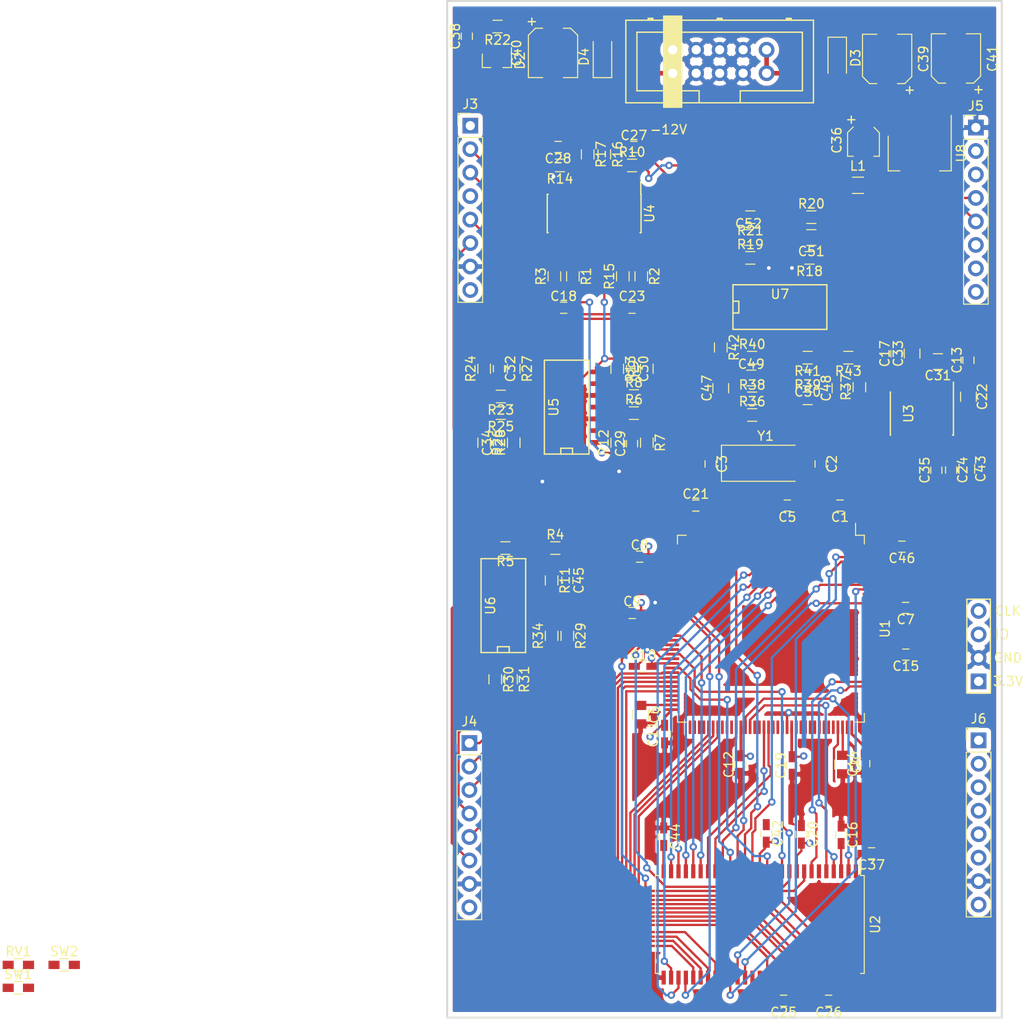
<source format=kicad_pcb>
(kicad_pcb (version 20171130) (host pcbnew "(5.1.5)-3")
  (layers (0 F.Cu signal) (1 In1.Cu power) (2 In2.Cu power) (31 B.Cu signal) (34 B.Paste user) (35 F.Paste user) (36 B.SilkS user) (37 F.SilkS user) (38 B.Mask user) (39 F.Mask user) (44 Edge.Cuts user))
  (net 0 "")
  (net 1 GND)
  (net 2 "Net-(C2-Pad1)")
  (net 3 "Net-(C3-Pad1)")
  (net 4 VCC)
  (net 5 VEE)
  (net 6 AREF_-5)
  (net 7 -12V)
  (net 8 +12V)
  (net 9 +3.3VA)
  (net 10 "Net-(U1-Pad1)")
  (net 11 "Net-(U1-Pad3)")
  (net 12 "Net-(U1-Pad4)")
  (net 13 "Net-(U1-Pad28)")
  (net 14 "Net-(C23-Pad1)")
  (net 15 "Net-(C27-Pad1)")
  (net 16 "Net-(C28-Pad1)")
  (net 17 "Net-(C31-Pad1)")
  (net 18 "Net-(C31-Pad2)")
  (net 19 "Net-(C32-Pad2)")
  (net 20 "Net-(C33-Pad1)")
  (net 21 "Net-(C34-Pad2)")
  (net 22 "Net-(C35-Pad2)")
  (net 23 "Net-(U1-Pad9)")
  (net 24 "Net-(U1-Pad20)")
  (net 25 "Net-(U1-Pad21)")
  (net 26 +3V3)
  (net 27 "Net-(C4-Pad1)")
  (net 28 "Net-(C6-Pad1)")
  (net 29 "Net-(C18-Pad1)")
  (net 30 /AUDIO_IN_L)
  (net 31 "Net-(C29-Pad2)")
  (net 32 /AUDIO_IN_R)
  (net 33 "Net-(C30-Pad2)")
  (net 34 /DELAY_CV_SCALED_L)
  (net 35 /DELAY_CV_SCALED_R)
  (net 36 /FEEDBACK_CV_SCALED)
  (net 37 "Net-(C45-Pad2)")
  (net 38 "Net-(C47-Pad1)")
  (net 39 "Net-(C48-Pad1)")
  (net 40 "Net-(C49-Pad1)")
  (net 41 "Net-(C49-Pad2)")
  (net 42 "Net-(C50-Pad1)")
  (net 43 "Net-(C50-Pad2)")
  (net 44 "Net-(C51-Pad1)")
  (net 45 /DRY_OUT_L)
  (net 46 "Net-(C52-Pad1)")
  (net 47 /DRY_OUT_R)
  (net 48 /SWIO)
  (net 49 /SWCLK)
  (net 50 /DELAY_CHORUS)
  (net 51 /MODE1)
  (net 52 /MODE2)
  (net 53 /USB_VBUS)
  (net 54 /USB_DM)
  (net 55 /USB_DP)
  (net 56 /EXT_AUDIO_IN_L)
  (net 57 /EXT_AUDIO_IN_R)
  (net 58 /RESET)
  (net 59 /EXT_AUDIO_OUT_L)
  (net 60 /EXT_AUDIO_OUT_R)
  (net 61 /CLOCK)
  (net 62 /DELAY_CV_L)
  (net 63 /DELAY_POT_L)
  (net 64 /DELAY_CV_R)
  (net 65 /DELAY_POT_R)
  (net 66 /MIX_POT)
  (net 67 /MIX_CV)
  (net 68 /FEEDBACK_CV)
  (net 69 /FEEDBACK_POT)
  (net 70 /LED1)
  (net 71 /LED2)
  (net 72 "Net-(R1-Pad1)")
  (net 73 "Net-(R15-Pad2)")
  (net 74 "Net-(R10-Pad1)")
  (net 75 /DAC_OUT_AMP_L)
  (net 76 "Net-(R14-Pad1)")
  (net 77 /DAC_OUT_AMP_R)
  (net 78 "Net-(R29-Pad1)")
  (net 79 /WET_DRY_MIX)
  (net 80 /DAC_OUT_L)
  (net 81 /DAC_OUT_R)
  (net 82 /FMC_~BL1)
  (net 83 /FMC_~BL0)
  (net 84 /DAC_LRCLK)
  (net 85 "Net-(U1-Pad139)")
  (net 86 "Net-(U1-Pad137)")
  (net 87 /FMC_SD~E1)
  (net 88 /FMC_SDCKE1)
  (net 89 "Net-(U1-Pad134)")
  (net 90 "Net-(U1-Pad133)")
  (net 91 /FMC_~CAS)
  (net 92 "Net-(U1-Pad129)")
  (net 93 "Net-(U1-Pad128)")
  (net 94 "Net-(U1-Pad127)")
  (net 95 "Net-(U1-Pad126)")
  (net 96 "Net-(U1-Pad125)")
  (net 97 "Net-(U1-Pad124)")
  (net 98 "Net-(U1-Pad123)")
  (net 99 "Net-(U1-Pad122)")
  (net 100 "Net-(U1-Pad118)")
  (net 101 "Net-(U1-Pad116)")
  (net 102 /FMC_D3)
  (net 103 /FMC_D2)
  (net 104 "Net-(U1-Pad113)")
  (net 105 "Net-(U1-Pad110)")
  (net 106 "Net-(U1-Pad102)")
  (net 107 "Net-(U1-Pad100)")
  (net 108 "Net-(U1-Pad99)")
  (net 109 "Net-(U1-Pad96)")
  (net 110 /FMC_SDCLK)
  (net 111 "Net-(U1-Pad92)")
  (net 112 "Net-(U1-Pad91)")
  (net 113 /FMC_BA1)
  (net 114 /FMC_BA0)
  (net 115 "Net-(U1-Pad88)")
  (net 116 "Net-(U1-Pad87)")
  (net 117 /FMC_D1)
  (net 118 /FMC_D0)
  (net 119 "Net-(U1-Pad82)")
  (net 120 "Net-(U1-Pad81)")
  (net 121 "Net-(U1-Pad80)")
  (net 122 /FMC_D15)
  (net 123 /FMC_D14)
  (net 124 /FMC_D13)
  (net 125 /DAC_DATA)
  (net 126 "Net-(U1-Pad75)")
  (net 127 "Net-(U1-Pad74)")
  (net 128 "Net-(U1-Pad73)")
  (net 129 "Net-(U1-Pad70)")
  (net 130 /DAC_BCLK)
  (net 131 /FMC_D12)
  (net 132 /FMC_D11)
  (net 133 /FMC_D10)
  (net 134 /FMC_D9)
  (net 135 /FMC_D8)
  (net 136 /FMC_D7)
  (net 137 /FMC_D6)
  (net 138 /FMC_D5)
  (net 139 /FMC_D4)
  (net 140 /FMC_A11)
  (net 141 /FMC_A10)
  (net 142 /FMC_A9)
  (net 143 /FMC_A8)
  (net 144 /FMC_A7)
  (net 145 /FMC_A6)
  (net 146 /FMC_~RAS)
  (net 147 "Net-(U1-Pad48)")
  (net 148 /MIX_WET_CTL)
  (net 149 /MIX_DRY_CTL)
  (net 150 /FMC_SD~WE)
  (net 151 "Net-(U1-Pad22)")
  (net 152 "Net-(U1-Pad19)")
  (net 153 "Net-(U1-Pad18)")
  (net 154 /FMC_A5)
  (net 155 /FMC_A4)
  (net 156 /FMC_A3)
  (net 157 /FMC_A2)
  (net 158 /FMC_A1)
  (net 159 /FMC_A0)
  (net 160 "Net-(U1-Pad8)")
  (net 161 "Net-(U1-Pad7)")
  (net 162 "Net-(U1-Pad5)")
  (net 163 "Net-(U1-Pad2)")
  (net 164 /CLOCK_SCALED)
  (net 165 "Net-(U6-Pad13)")
  (net 166 "Net-(U4-Pad1)")
  (net 167 "Net-(U2-Pad40)")
  (net 168 "Net-(U2-Pad36)")
  (net 169 "Net-(SW1-Pad1)")
  (net 170 "Net-(SW2-Pad1)")
  (net 171 "Net-(SW2-Pad2)")
  (net 172 "Net-(U1-Pad76)")
  (net 173 "Net-(U1-Pad69)")
  (net 174 "Net-(U1-Pad40)")
  (net 175 "Net-(J5-Pad3)")
  (net 176 "Net-(J3-Pad1)")
  (net 177 "Net-(U1-Pad23)")
  (net 178 "Net-(U1-Pad6)")
  (module Resistors_SMD:R_0603_HandSoldering (layer F.Cu) (at 58.56 154.3)
    (fp_text reference SW2 (at 0 -1.45) (layer F.SilkS))
    (fp_text value SW_SPDT_MSM)
    (pad 1 smd rect (at -1.1 0) (size 1.2 0.9) (layers F.Cu F.Paste F.Mask) (net 170 "Net-(SW2-Pad1)"))
    (pad 2 smd rect (at 1.1 0) (size 1.2 0.9) (layers F.Cu F.Paste F.Mask) (net 171 "Net-(SW2-Pad2)"))
  )
  (module Resistors_SMD:R_0603_HandSoldering (layer F.Cu) (at 53.6 156.78)
    (fp_text reference SW1 (at 0 -1.45) (layer F.SilkS))
    (fp_text value SW_SPST)
    (pad 1 smd rect (at -1.1 0) (size 1.2 0.9) (layers F.Cu F.Paste F.Mask) (net 169 "Net-(SW1-Pad1)"))
    (pad 2 smd rect (at 1.1 0) (size 1.2 0.9) (layers F.Cu F.Paste F.Mask) (net 50 /DELAY_CHORUS))
  )
  (module Resistors_SMD:R_0603_HandSoldering (layer F.Cu) (at 53.6 154.3)
    (fp_text reference RV1 (at 0 -1.45) (layer F.SilkS))
    (fp_text value A10k)
    (pad 1 smd rect (at -1.1 0) (size 1.2 0.9) (layers F.Cu F.Paste F.Mask) (net 9 +3.3VA))
    (pad 2 smd rect (at 1.1 0) (size 1.2 0.9) (layers F.Cu F.Paste F.Mask) (net 66 /MIX_POT))
  )
  (module Capacitors_SMD:C_0603_HandSoldering (layer F.Cu) (at 149.2 109.05 180)
    (fp_text reference C46 (at 0 -1.25) (layer F.SilkS))
    (fp_text value 100nF)
    (pad 1 smd rect (at -0.95 0 180) (size 1.2 0.75) (layers F.Cu F.Paste F.Mask) (net 1 GND))
    (pad 2 smd rect (at 0.95 0 180) (size 1.2 0.75) (layers F.Cu F.Paste F.Mask) (net 26 +3V3))
  )
  (module Capacitors_SMD:C_0603_HandSoldering (layer F.Cu) (at 149.6 115.675 180)
    (fp_text reference C7 (at 0 -1.25) (layer F.SilkS))
    (fp_text value 100nF)
    (pad 1 smd rect (at -0.95 0 180) (size 1.2 0.75) (layers F.Cu F.Paste F.Mask) (net 1 GND))
    (pad 2 smd rect (at 0.95 0 180) (size 1.2 0.75) (layers F.Cu F.Paste F.Mask) (net 26 +3V3))
  )
  (module Package_QFP:LQFP-144_20x20mm_P0.5mm (layer F.Cu) (at 135.025 117.925 270)
    (fp_text reference U1 (at 0 -12.35 90) (layer F.SilkS))
    (fp_text value STM32H743ZITx)
    (pad 144 smd roundrect (at -8.75 -10.6625 270) (size 0.3 1.475) (layers F.Cu F.Paste F.Mask) (net 26 +3V3))
    (pad 143 smd roundrect (at -8.25 -10.6625 270) (size 0.3 1.475) (layers F.Cu F.Paste F.Mask) (net 9 +3.3VA))
    (pad 142 smd roundrect (at -7.75 -10.6625 270) (size 0.3 1.475) (layers F.Cu F.Paste F.Mask) (net 82 /FMC_~BL1))
    (pad 141 smd roundrect (at -7.25 -10.6625 270) (size 0.3 1.475) (layers F.Cu F.Paste F.Mask) (net 83 /FMC_~BL0))
    (pad 140 smd roundrect (at -6.75 -10.6625 270) (size 0.3 1.475) (layers F.Cu F.Paste F.Mask) (net 84 /DAC_LRCLK))
    (pad 139 smd roundrect (at -6.25 -10.6625 270) (size 0.3 1.475) (layers F.Cu F.Paste F.Mask) (net 85 "Net-(U1-Pad139)"))
    (pad 138 smd roundrect (at -5.75 -10.6625 270) (size 0.3 1.475) (layers F.Cu F.Paste F.Mask) (net 1 GND))
    (pad 137 smd roundrect (at -5.25 -10.6625 270) (size 0.3 1.475) (layers F.Cu F.Paste F.Mask) (net 86 "Net-(U1-Pad137)"))
    (pad 136 smd roundrect (at -4.75 -10.6625 270) (size 0.3 1.475) (layers F.Cu F.Paste F.Mask) (net 87 /FMC_SD~E1))
    (pad 135 smd roundrect (at -4.25 -10.6625 270) (size 0.3 1.475) (layers F.Cu F.Paste F.Mask) (net 88 /FMC_SDCKE1))
    (pad 134 smd roundrect (at -3.75 -10.6625 270) (size 0.3 1.475) (layers F.Cu F.Paste F.Mask) (net 89 "Net-(U1-Pad134)"))
    (pad 133 smd roundrect (at -3.25 -10.6625 270) (size 0.3 1.475) (layers F.Cu F.Paste F.Mask) (net 90 "Net-(U1-Pad133)"))
    (pad 132 smd roundrect (at -2.75 -10.6625 270) (size 0.3 1.475) (layers F.Cu F.Paste F.Mask) (net 91 /FMC_~CAS))
    (pad 131 smd roundrect (at -2.25 -10.6625 270) (size 0.3 1.475) (layers F.Cu F.Paste F.Mask) (net 26 +3V3))
    (pad 130 smd roundrect (at -1.75 -10.6625 270) (size 0.3 1.475) (layers F.Cu F.Paste F.Mask) (net 1 GND))
    (pad 129 smd roundrect (at -1.25 -10.6625 270) (size 0.3 1.475) (layers F.Cu F.Paste F.Mask) (net 92 "Net-(U1-Pad129)"))
    (pad 128 smd roundrect (at -0.75 -10.6625 270) (size 0.3 1.475) (layers F.Cu F.Paste F.Mask) (net 93 "Net-(U1-Pad128)"))
    (pad 127 smd roundrect (at -0.25 -10.6625 270) (size 0.3 1.475) (layers F.Cu F.Paste F.Mask) (net 94 "Net-(U1-Pad127)"))
    (pad 126 smd roundrect (at 0.25 -10.6625 270) (size 0.3 1.475) (layers F.Cu F.Paste F.Mask) (net 95 "Net-(U1-Pad126)"))
    (pad 125 smd roundrect (at 0.75 -10.6625 270) (size 0.3 1.475) (layers F.Cu F.Paste F.Mask) (net 96 "Net-(U1-Pad125)"))
    (pad 124 smd roundrect (at 1.25 -10.6625 270) (size 0.3 1.475) (layers F.Cu F.Paste F.Mask) (net 97 "Net-(U1-Pad124)"))
    (pad 123 smd roundrect (at 1.75 -10.6625 270) (size 0.3 1.475) (layers F.Cu F.Paste F.Mask) (net 98 "Net-(U1-Pad123)"))
    (pad 122 smd roundrect (at 2.25 -10.6625 270) (size 0.3 1.475) (layers F.Cu F.Paste F.Mask) (net 99 "Net-(U1-Pad122)"))
    (pad 121 smd roundrect (at 2.75 -10.6625 270) (size 0.3 1.475) (layers F.Cu F.Paste F.Mask) (net 26 +3V3))
    (pad 120 smd roundrect (at 3.25 -10.6625 270) (size 0.3 1.475) (layers F.Cu F.Paste F.Mask) (net 1 GND))
    (pad 119 smd roundrect (at 3.75 -10.6625 270) (size 0.3 1.475) (layers F.Cu F.Paste F.Mask) (net 50 /DELAY_CHORUS))
    (pad 118 smd roundrect (at 4.25 -10.6625 270) (size 0.3 1.475) (layers F.Cu F.Paste F.Mask) (net 100 "Net-(U1-Pad118)"))
    (pad 117 smd roundrect (at 4.75 -10.6625 270) (size 0.3 1.475) (layers F.Cu F.Paste F.Mask) (net 130 /DAC_BCLK))
    (pad 116 smd roundrect (at 5.25 -10.6625 270) (size 0.3 1.475) (layers F.Cu F.Paste F.Mask) (net 101 "Net-(U1-Pad116)"))
    (pad 115 smd roundrect (at 5.75 -10.6625 270) (size 0.3 1.475) (layers F.Cu F.Paste F.Mask) (net 102 /FMC_D3))
    (pad 114 smd roundrect (at 6.25 -10.6625 270) (size 0.3 1.475) (layers F.Cu F.Paste F.Mask) (net 103 /FMC_D2))
    (pad 113 smd roundrect (at 6.75 -10.6625 270) (size 0.3 1.475) (layers F.Cu F.Paste F.Mask) (net 104 "Net-(U1-Pad113)"))
    (pad 112 smd roundrect (at 7.25 -10.6625 270) (size 0.3 1.475) (layers F.Cu F.Paste F.Mask) (net 71 /LED2))
    (pad 111 smd roundrect (at 7.75 -10.6625 270) (size 0.3 1.475) (layers F.Cu F.Paste F.Mask) (net 70 /LED1))
    (pad 110 smd roundrect (at 8.25 -10.6625 270) (size 0.3 1.475) (layers F.Cu F.Paste F.Mask) (net 105 "Net-(U1-Pad110)"))
    (pad 109 smd roundrect (at 8.75 -10.6625 270) (size 0.3 1.475) (layers F.Cu F.Paste F.Mask) (net 49 /SWCLK))
    (pad 108 smd roundrect (at 10.6625 -8.75 270) (size 1.475 0.3) (layers F.Cu F.Paste F.Mask) (net 26 +3V3))
    (pad 107 smd roundrect (at 10.6625 -8.25 270) (size 1.475 0.3) (layers F.Cu F.Paste F.Mask) (net 1 GND))
    (pad 106 smd roundrect (at 10.6625 -7.75 270) (size 1.475 0.3) (layers F.Cu F.Paste F.Mask) (net 27 "Net-(C4-Pad1)"))
    (pad 105 smd roundrect (at 10.6625 -7.25 270) (size 1.475 0.3) (layers F.Cu F.Paste F.Mask) (net 48 /SWIO))
    (pad 104 smd roundrect (at 10.6625 -6.75 270) (size 1.475 0.3) (layers F.Cu F.Paste F.Mask) (net 55 /USB_DP))
    (pad 103 smd roundrect (at 10.6625 -6.25 270) (size 1.475 0.3) (layers F.Cu F.Paste F.Mask) (net 54 /USB_DM))
    (pad 102 smd roundrect (at 10.6625 -5.75 270) (size 1.475 0.3) (layers F.Cu F.Paste F.Mask) (net 106 "Net-(U1-Pad102)"))
    (pad 101 smd roundrect (at 10.6625 -5.25 270) (size 1.475 0.3) (layers F.Cu F.Paste F.Mask) (net 53 /USB_VBUS))
    (pad 100 smd roundrect (at 10.6625 -4.75 270) (size 1.475 0.3) (layers F.Cu F.Paste F.Mask) (net 107 "Net-(U1-Pad100)"))
    (pad 99 smd roundrect (at 10.6625 -4.25 270) (size 1.475 0.3) (layers F.Cu F.Paste F.Mask) (net 108 "Net-(U1-Pad99)"))
    (pad 98 smd roundrect (at 10.6625 -3.75 270) (size 1.475 0.3) (layers F.Cu F.Paste F.Mask) (net 52 /MODE2))
    (pad 97 smd roundrect (at 10.6625 -3.25 270) (size 1.475 0.3) (layers F.Cu F.Paste F.Mask) (net 51 /MODE1))
    (pad 96 smd roundrect (at 10.6625 -2.75 270) (size 1.475 0.3) (layers F.Cu F.Paste F.Mask) (net 109 "Net-(U1-Pad96)"))
    (pad 95 smd roundrect (at 10.6625 -2.25 270) (size 1.475 0.3) (layers F.Cu F.Paste F.Mask) (net 26 +3V3))
    (pad 94 smd roundrect (at 10.6625 -1.75 270) (size 1.475 0.3) (layers F.Cu F.Paste F.Mask) (net 1 GND))
    (pad 93 smd roundrect (at 10.6625 -1.25 270) (size 1.475 0.3) (layers F.Cu F.Paste F.Mask) (net 110 /FMC_SDCLK))
    (pad 92 smd roundrect (at 10.6625 -0.75 270) (size 1.475 0.3) (layers F.Cu F.Paste F.Mask) (net 111 "Net-(U1-Pad92)"))
    (pad 91 smd roundrect (at 10.6625 -0.25 270) (size 1.475 0.3) (layers F.Cu F.Paste F.Mask) (net 112 "Net-(U1-Pad91)"))
    (pad 90 smd roundrect (at 10.6625 0.25 270) (size 1.475 0.3) (layers F.Cu F.Paste F.Mask) (net 113 /FMC_BA1))
    (pad 89 smd roundrect (at 10.6625 0.75 270) (size 1.475 0.3) (layers F.Cu F.Paste F.Mask) (net 114 /FMC_BA0))
    (pad 88 smd roundrect (at 10.6625 1.25 270) (size 1.475 0.3) (layers F.Cu F.Paste F.Mask) (net 115 "Net-(U1-Pad88)"))
    (pad 87 smd roundrect (at 10.6625 1.75 270) (size 1.475 0.3) (layers F.Cu F.Paste F.Mask) (net 116 "Net-(U1-Pad87)"))
    (pad 86 smd roundrect (at 10.6625 2.25 270) (size 1.475 0.3) (layers F.Cu F.Paste F.Mask) (net 117 /FMC_D1))
    (pad 85 smd roundrect (at 10.6625 2.75 270) (size 1.475 0.3) (layers F.Cu F.Paste F.Mask) (net 118 /FMC_D0))
    (pad 84 smd roundrect (at 10.6625 3.25 270) (size 1.475 0.3) (layers F.Cu F.Paste F.Mask) (net 26 +3V3))
    (pad 83 smd roundrect (at 10.6625 3.75 270) (size 1.475 0.3) (layers F.Cu F.Paste F.Mask) (net 1 GND))
    (pad 82 smd roundrect (at 10.6625 4.25 270) (size 1.475 0.3) (layers F.Cu F.Paste F.Mask) (net 119 "Net-(U1-Pad82)"))
    (pad 81 smd roundrect (at 10.6625 4.75 270) (size 1.475 0.3) (layers F.Cu F.Paste F.Mask) (net 120 "Net-(U1-Pad81)"))
    (pad 80 smd roundrect (at 10.6625 5.25 270) (size 1.475 0.3) (layers F.Cu F.Paste F.Mask) (net 121 "Net-(U1-Pad80)"))
    (pad 79 smd roundrect (at 10.6625 5.75 270) (size 1.475 0.3) (layers F.Cu F.Paste F.Mask) (net 122 /FMC_D15))
    (pad 78 smd roundrect (at 10.6625 6.25 270) (size 1.475 0.3) (layers F.Cu F.Paste F.Mask) (net 123 /FMC_D14))
    (pad 77 smd roundrect (at 10.6625 6.75 270) (size 1.475 0.3) (layers F.Cu F.Paste F.Mask) (net 124 /FMC_D13))
    (pad 76 smd roundrect (at 10.6625 7.25 270) (size 1.475 0.3) (layers F.Cu F.Paste F.Mask) (net 172 "Net-(U1-Pad76)"))
    (pad 75 smd roundrect (at 10.6625 7.75 270) (size 1.475 0.3) (layers F.Cu F.Paste F.Mask) (net 126 "Net-(U1-Pad75)"))
    (pad 74 smd roundrect (at 10.6625 8.25 270) (size 1.475 0.3) (layers F.Cu F.Paste F.Mask) (net 127 "Net-(U1-Pad74)"))
    (pad 73 smd roundrect (at 10.6625 8.75 270) (size 1.475 0.3) (layers F.Cu F.Paste F.Mask) (net 128 "Net-(U1-Pad73)"))
    (pad 72 smd roundrect (at 8.75 10.6625 270) (size 0.3 1.475) (layers F.Cu F.Paste F.Mask) (net 26 +3V3))
    (pad 71 smd roundrect (at 8.25 10.6625 270) (size 0.3 1.475) (layers F.Cu F.Paste F.Mask) (net 28 "Net-(C6-Pad1)"))
    (pad 70 smd roundrect (at 7.75 10.6625 270) (size 0.3 1.475) (layers F.Cu F.Paste F.Mask) (net 129 "Net-(U1-Pad70)"))
    (pad 69 smd roundrect (at 7.25 10.6625 270) (size 0.3 1.475) (layers F.Cu F.Paste F.Mask) (net 173 "Net-(U1-Pad69)"))
    (pad 68 smd roundrect (at 6.75 10.6625 270) (size 0.3 1.475) (layers F.Cu F.Paste F.Mask) (net 131 /FMC_D12))
    (pad 67 smd roundrect (at 6.25 10.6625 270) (size 0.3 1.475) (layers F.Cu F.Paste F.Mask) (net 132 /FMC_D11))
    (pad 66 smd roundrect (at 5.75 10.6625 270) (size 0.3 1.475) (layers F.Cu F.Paste F.Mask) (net 133 /FMC_D10))
    (pad 65 smd roundrect (at 5.25 10.6625 270) (size 0.3 1.475) (layers F.Cu F.Paste F.Mask) (net 134 /FMC_D9))
    (pad 64 smd roundrect (at 4.75 10.6625 270) (size 0.3 1.475) (layers F.Cu F.Paste F.Mask) (net 135 /FMC_D8))
    (pad 63 smd roundrect (at 4.25 10.6625 270) (size 0.3 1.475) (layers F.Cu F.Paste F.Mask) (net 136 /FMC_D7))
    (pad 62 smd roundrect (at 3.75 10.6625 270) (size 0.3 1.475) (layers F.Cu F.Paste F.Mask) (net 26 +3V3))
    (pad 61 smd roundrect (at 3.25 10.6625 270) (size 0.3 1.475) (layers F.Cu F.Paste F.Mask) (net 1 GND))
    (pad 60 smd roundrect (at 2.75 10.6625 270) (size 0.3 1.475) (layers F.Cu F.Paste F.Mask) (net 137 /FMC_D6))
    (pad 59 smd roundrect (at 2.25 10.6625 270) (size 0.3 1.475) (layers F.Cu F.Paste F.Mask) (net 138 /FMC_D5))
    (pad 58 smd roundrect (at 1.75 10.6625 270) (size 0.3 1.475) (layers F.Cu F.Paste F.Mask) (net 139 /FMC_D4))
    (pad 57 smd roundrect (at 1.25 10.6625 270) (size 0.3 1.475) (layers F.Cu F.Paste F.Mask) (net 140 /FMC_A11))
    (pad 56 smd roundrect (at 0.75 10.6625 270) (size 0.3 1.475) (layers F.Cu F.Paste F.Mask) (net 141 /FMC_A10))
    (pad 55 smd roundrect (at 0.25 10.6625 270) (size 0.3 1.475) (layers F.Cu F.Paste F.Mask) (net 142 /FMC_A9))
    (pad 54 smd roundrect (at -0.25 10.6625 270) (size 0.3 1.475) (layers F.Cu F.Paste F.Mask) (net 143 /FMC_A8))
    (pad 53 smd roundrect (at -0.75 10.6625 270) (size 0.3 1.475) (layers F.Cu F.Paste F.Mask) (net 144 /FMC_A7))
    (pad 52 smd roundrect (at -1.25 10.6625 270) (size 0.3 1.475) (layers F.Cu F.Paste F.Mask) (net 26 +3V3))
    (pad 51 smd roundrect (at -1.75 10.6625 270) (size 0.3 1.475) (layers F.Cu F.Paste F.Mask) (net 1 GND))
    (pad 50 smd roundrect (at -2.25 10.6625 270) (size 0.3 1.475) (layers F.Cu F.Paste F.Mask) (net 145 /FMC_A6))
    (pad 49 smd roundrect (at -2.75 10.6625 270) (size 0.3 1.475) (layers F.Cu F.Paste F.Mask) (net 146 /FMC_~RAS))
    (pad 48 smd roundrect (at -3.25 10.6625 270) (size 0.3 1.475) (layers F.Cu F.Paste F.Mask) (net 147 "Net-(U1-Pad48)"))
    (pad 47 smd roundrect (at -3.75 10.6625 270) (size 0.3 1.475) (layers F.Cu F.Paste F.Mask) (net 63 /DELAY_POT_L))
    (pad 46 smd roundrect (at -4.25 10.6625 270) (size 0.3 1.475) (layers F.Cu F.Paste F.Mask) (net 69 /FEEDBACK_POT))
    (pad 45 smd roundrect (at -4.75 10.6625 270) (size 0.3 1.475) (layers F.Cu F.Paste F.Mask) (net 79 /WET_DRY_MIX))
    (pad 44 smd roundrect (at -5.25 10.6625 270) (size 0.3 1.475) (layers F.Cu F.Paste F.Mask) (net 36 /FEEDBACK_CV_SCALED))
    (pad 43 smd roundrect (at -5.75 10.6625 270) (size 0.3 1.475) (layers F.Cu F.Paste F.Mask) (net 164 /CLOCK_SCALED))
    (pad 42 smd roundrect (at -6.25 10.6625 270) (size 0.3 1.475) (layers F.Cu F.Paste F.Mask) (net 35 /DELAY_CV_SCALED_R))
    (pad 41 smd roundrect (at -6.75 10.6625 270) (size 0.3 1.475) (layers F.Cu F.Paste F.Mask) (net 34 /DELAY_CV_SCALED_L))
    (pad 40 smd roundrect (at -7.25 10.6625 270) (size 0.3 1.475) (layers F.Cu F.Paste F.Mask) (net 174 "Net-(U1-Pad40)"))
    (pad 39 smd roundrect (at -7.75 10.6625 270) (size 0.3 1.475) (layers F.Cu F.Paste F.Mask) (net 26 +3V3))
    (pad 38 smd roundrect (at -8.25 10.6625 270) (size 0.3 1.475) (layers F.Cu F.Paste F.Mask) (net 1 GND))
    (pad 37 smd roundrect (at -8.75 10.6625 270) (size 0.3 1.475) (layers F.Cu F.Paste F.Mask) (net 32 /AUDIO_IN_R))
    (pad 36 smd roundrect (at -10.6625 8.75 270) (size 1.475 0.3) (layers F.Cu F.Paste F.Mask) (net 30 /AUDIO_IN_L))
    (pad 35 smd roundrect (at -10.6625 8.25 270) (size 1.475 0.3) (layers F.Cu F.Paste F.Mask) (net 65 /DELAY_POT_R))
    (pad 34 smd roundrect (at -10.6625 7.75 270) (size 1.475 0.3) (layers F.Cu F.Paste F.Mask) (net 149 /MIX_DRY_CTL))
    (pad 33 smd roundrect (at -10.6625 7.25 270) (size 1.475 0.3) (layers F.Cu F.Paste F.Mask) (net 9 +3.3VA))
    (pad 32 smd roundrect (at -10.6625 6.75 270) (size 1.475 0.3) (layers F.Cu F.Paste F.Mask) (net 9 +3.3VA))
    (pad 31 smd roundrect (at -10.6625 6.25 270) (size 1.475 0.3) (layers F.Cu F.Paste F.Mask) (net 1 GND))
    (pad 30 smd roundrect (at -10.6625 5.75 270) (size 1.475 0.3) (layers F.Cu F.Paste F.Mask) (net 26 +3V3))
    (pad 29 smd roundrect (at -10.6625 5.25 270) (size 1.475 0.3) (layers F.Cu F.Paste F.Mask) (net 125 /DAC_DATA))
    (pad 28 smd roundrect (at -10.6625 4.75 270) (size 1.475 0.3) (layers F.Cu F.Paste F.Mask) (net 13 "Net-(U1-Pad28)"))
    (pad 27 smd roundrect (at -10.6625 4.25 270) (size 1.475 0.3) (layers F.Cu F.Paste F.Mask) (net 148 /MIX_WET_CTL))
    (pad 26 smd roundrect (at -10.6625 3.75 270) (size 1.475 0.3) (layers F.Cu F.Paste F.Mask) (net 150 /FMC_SD~WE))
    (pad 25 smd roundrect (at -10.6625 3.25 270) (size 1.475 0.3) (layers F.Cu F.Paste F.Mask) (net 58 /RESET))
    (pad 24 smd roundrect (at -10.6625 2.75 270) (size 1.475 0.3) (layers F.Cu F.Paste F.Mask) (net 3 "Net-(C3-Pad1)"))
    (pad 23 smd roundrect (at -10.6625 2.25 270) (size 1.475 0.3) (layers F.Cu F.Paste F.Mask) (net 177 "Net-(U1-Pad23)"))
    (pad 22 smd roundrect (at -10.6625 1.75 270) (size 1.475 0.3) (layers F.Cu F.Paste F.Mask) (net 151 "Net-(U1-Pad22)"))
    (pad 21 smd roundrect (at -10.6625 1.25 270) (size 1.475 0.3) (layers F.Cu F.Paste F.Mask) (net 25 "Net-(U1-Pad21)"))
    (pad 20 smd roundrect (at -10.6625 0.75 270) (size 1.475 0.3) (layers F.Cu F.Paste F.Mask) (net 24 "Net-(U1-Pad20)"))
    (pad 19 smd roundrect (at -10.6625 0.25 270) (size 1.475 0.3) (layers F.Cu F.Paste F.Mask) (net 152 "Net-(U1-Pad19)"))
    (pad 18 smd roundrect (at -10.6625 -0.25 270) (size 1.475 0.3) (layers F.Cu F.Paste F.Mask) (net 153 "Net-(U1-Pad18)"))
    (pad 17 smd roundrect (at -10.6625 -0.75 270) (size 1.475 0.3) (layers F.Cu F.Paste F.Mask) (net 26 +3V3))
    (pad 16 smd roundrect (at -10.6625 -1.25 270) (size 1.475 0.3) (layers F.Cu F.Paste F.Mask) (net 1 GND))
    (pad 15 smd roundrect (at -10.6625 -1.75 270) (size 1.475 0.3) (layers F.Cu F.Paste F.Mask) (net 154 /FMC_A5))
    (pad 14 smd roundrect (at -10.6625 -2.25 270) (size 1.475 0.3) (layers F.Cu F.Paste F.Mask) (net 155 /FMC_A4))
    (pad 13 smd roundrect (at -10.6625 -2.75 270) (size 1.475 0.3) (layers F.Cu F.Paste F.Mask) (net 156 /FMC_A3))
    (pad 12 smd roundrect (at -10.6625 -3.25 270) (size 1.475 0.3) (layers F.Cu F.Paste F.Mask) (net 157 /FMC_A2))
    (pad 11 smd roundrect (at -10.6625 -3.75 270) (size 1.475 0.3) (layers F.Cu F.Paste F.Mask) (net 158 /FMC_A1))
    (pad 10 smd roundrect (at -10.6625 -4.25 270) (size 1.475 0.3) (layers F.Cu F.Paste F.Mask) (net 159 /FMC_A0))
    (pad 9 smd roundrect (at -10.6625 -4.75 270) (size 1.475 0.3) (layers F.Cu F.Paste F.Mask) (net 23 "Net-(U1-Pad9)"))
    (pad 8 smd roundrect (at -10.6625 -5.25 270) (size 1.475 0.3) (layers F.Cu F.Paste F.Mask) (net 160 "Net-(U1-Pad8)"))
    (pad 7 smd roundrect (at -10.6625 -5.75 270) (size 1.475 0.3) (layers F.Cu F.Paste F.Mask) (net 161 "Net-(U1-Pad7)"))
    (pad 6 smd roundrect (at -10.6625 -6.25 270) (size 1.475 0.3) (layers F.Cu F.Paste F.Mask) (net 178 "Net-(U1-Pad6)"))
    (pad 5 smd roundrect (at -10.6625 -6.75 270) (size 1.475 0.3) (layers F.Cu F.Paste F.Mask) (net 162 "Net-(U1-Pad5)"))
    (pad 4 smd roundrect (at -10.6625 -7.25 270) (size 1.475 0.3) (layers F.Cu F.Paste F.Mask) (net 12 "Net-(U1-Pad4)"))
    (pad 3 smd roundrect (at -10.6625 -7.75 270) (size 1.475 0.3) (layers F.Cu F.Paste F.Mask) (net 11 "Net-(U1-Pad3)"))
    (pad 2 smd roundrect (at -10.6625 -8.25 270) (size 1.475 0.3) (layers F.Cu F.Paste F.Mask) (net 163 "Net-(U1-Pad2)"))
    (pad 1 smd roundrect (at -10.6625 -8.75 270) (size 1.475 0.3) (layers F.Cu F.Paste F.Mask) (net 10 "Net-(U1-Pad1)"))
  )
  (module Capacitors_SMD:C_0603_HandSoldering (layer F.Cu) (at 120 97.9 90)
    (fp_text reference C29 (at 0 -1.25 90) (layer F.SilkS))
    (fp_text value 1.5nF)
    (pad 1 smd rect (at -0.95 0 90) (size 1.2 0.75) (layers F.Cu F.Paste F.Mask) (net 30 /AUDIO_IN_L))
    (pad 2 smd rect (at 0.95 0 90) (size 1.2 0.75) (layers F.Cu F.Paste F.Mask) (net 31 "Net-(C29-Pad2)"))
  )
  (module Resistors_SMD:R_0603_HandSoldering (layer F.Cu) (at 121.6 97.8 270)
    (fp_text reference R7 (at 0 -1.45 90) (layer F.SilkS))
    (fp_text value 47k)
    (pad 1 smd rect (at -1.1 0 270) (size 1.2 0.9) (layers F.Cu F.Paste F.Mask) (net 31 "Net-(C29-Pad2)"))
    (pad 2 smd rect (at 1.1 0 270) (size 1.2 0.9) (layers F.Cu F.Paste F.Mask) (net 56 /EXT_AUDIO_IN_L))
  )
  (module Resistors_SMD:R_0603_HandSoldering (layer F.Cu) (at 118.4 97.8 90)
    (fp_text reference R12 (at 0 -1.45 90) (layer F.SilkS))
    (fp_text value 6k8)
    (pad 1 smd rect (at -1.1 0 90) (size 1.2 0.9) (layers F.Cu F.Paste F.Mask) (net 30 /AUDIO_IN_L))
    (pad 2 smd rect (at 1.1 0 90) (size 1.2 0.9) (layers F.Cu F.Paste F.Mask) (net 31 "Net-(C29-Pad2)"))
  )
  (module Custom_Footprints:TSOP-II-54_22.2x10.16mm_P0.8mm (layer F.Cu) (at 133.825 149.925 270)
    (fp_text reference U2 (at 0 -12.5 90) (layer F.SilkS))
    (fp_text value IS42S16400J-xC)
    (pad 54 smd rect (at 5.75 -10.4 270) (size 1.51 0.458) (layers F.Cu F.Paste F.Mask) (net 1 GND))
    (pad 53 smd rect (at 5.75 -9.6 270) (size 1.51 0.458) (layers F.Cu F.Paste F.Mask) (net 122 /FMC_D15))
    (pad 52 smd rect (at 5.75 -8.8 270) (size 1.51 0.458) (layers F.Cu F.Paste F.Mask) (net 1 GND))
    (pad 51 smd rect (at 5.75 -8 270) (size 1.51 0.458) (layers F.Cu F.Paste F.Mask) (net 123 /FMC_D14))
    (pad 50 smd rect (at 5.75 -7.2 270) (size 1.51 0.458) (layers F.Cu F.Paste F.Mask) (net 124 /FMC_D13))
    (pad 49 smd rect (at 5.75 -6.4 270) (size 1.51 0.458) (layers F.Cu F.Paste F.Mask) (net 26 +3V3))
    (pad 48 smd rect (at 5.75 -5.6 270) (size 1.51 0.458) (layers F.Cu F.Paste F.Mask) (net 131 /FMC_D12))
    (pad 47 smd rect (at 5.75 -4.8 270) (size 1.51 0.458) (layers F.Cu F.Paste F.Mask) (net 132 /FMC_D11))
    (pad 46 smd rect (at 5.75 -4 270) (size 1.51 0.458) (layers F.Cu F.Paste F.Mask) (net 1 GND))
    (pad 45 smd rect (at 5.75 -3.2 270) (size 1.51 0.458) (layers F.Cu F.Paste F.Mask) (net 133 /FMC_D10))
    (pad 44 smd rect (at 5.75 -2.4 270) (size 1.51 0.458) (layers F.Cu F.Paste F.Mask) (net 134 /FMC_D9))
    (pad 43 smd rect (at 5.75 -1.6 270) (size 1.51 0.458) (layers F.Cu F.Paste F.Mask) (net 26 +3V3))
    (pad 42 smd rect (at 5.75 -0.8 270) (size 1.51 0.458) (layers F.Cu F.Paste F.Mask) (net 135 /FMC_D8))
    (pad 41 smd rect (at 5.75 0 270) (size 1.51 0.458) (layers F.Cu F.Paste F.Mask) (net 1 GND))
    (pad 40 smd rect (at 5.75 0.8 270) (size 1.51 0.458) (layers F.Cu F.Paste F.Mask) (net 167 "Net-(U2-Pad40)"))
    (pad 39 smd rect (at 5.75 1.6 270) (size 1.51 0.458) (layers F.Cu F.Paste F.Mask) (net 82 /FMC_~BL1))
    (pad 38 smd rect (at 5.75 2.4 270) (size 1.51 0.458) (layers F.Cu F.Paste F.Mask) (net 110 /FMC_SDCLK))
    (pad 37 smd rect (at 5.75 3.2 270) (size 1.51 0.458) (layers F.Cu F.Paste F.Mask) (net 88 /FMC_SDCKE1))
    (pad 36 smd rect (at 5.75 4 270) (size 1.51 0.458) (layers F.Cu F.Paste F.Mask) (net 168 "Net-(U2-Pad36)"))
    (pad 35 smd rect (at 5.75 4.8 270) (size 1.51 0.458) (layers F.Cu F.Paste F.Mask) (net 140 /FMC_A11))
    (pad 34 smd rect (at 5.75 5.6 270) (size 1.51 0.458) (layers F.Cu F.Paste F.Mask) (net 142 /FMC_A9))
    (pad 33 smd rect (at 5.75 6.4 270) (size 1.51 0.458) (layers F.Cu F.Paste F.Mask) (net 143 /FMC_A8))
    (pad 32 smd rect (at 5.75 7.2 270) (size 1.51 0.458) (layers F.Cu F.Paste F.Mask) (net 144 /FMC_A7))
    (pad 31 smd rect (at 5.75 8 270) (size 1.51 0.458) (layers F.Cu F.Paste F.Mask) (net 145 /FMC_A6))
    (pad 30 smd rect (at 5.75 8.8 270) (size 1.51 0.458) (layers F.Cu F.Paste F.Mask) (net 154 /FMC_A5))
    (pad 29 smd rect (at 5.75 9.6 270) (size 1.51 0.458) (layers F.Cu F.Paste F.Mask) (net 155 /FMC_A4))
    (pad 28 smd rect (at 5.75 10.4 270) (size 1.51 0.458) (layers F.Cu F.Paste F.Mask) (net 1 GND))
    (pad 27 smd rect (at -5.75 10.4 270) (size 1.51 0.458) (layers F.Cu F.Paste F.Mask) (net 26 +3V3))
    (pad 26 smd rect (at -5.75 9.6 270) (size 1.51 0.458) (layers F.Cu F.Paste F.Mask) (net 156 /FMC_A3))
    (pad 25 smd rect (at -5.75 8.8 270) (size 1.51 0.458) (layers F.Cu F.Paste F.Mask) (net 157 /FMC_A2))
    (pad 24 smd rect (at -5.75 8 270) (size 1.51 0.458) (layers F.Cu F.Paste F.Mask) (net 158 /FMC_A1))
    (pad 23 smd rect (at -5.75 7.2 270) (size 1.51 0.458) (layers F.Cu F.Paste F.Mask) (net 159 /FMC_A0))
    (pad 22 smd rect (at -5.75 6.4 270) (size 1.51 0.458) (layers F.Cu F.Paste F.Mask) (net 141 /FMC_A10))
    (pad 21 smd rect (at -5.75 5.6 270) (size 1.51 0.458) (layers F.Cu F.Paste F.Mask) (net 113 /FMC_BA1))
    (pad 20 smd rect (at -5.75 4.8 270) (size 1.51 0.458) (layers F.Cu F.Paste F.Mask) (net 114 /FMC_BA0))
    (pad 19 smd rect (at -5.75 4 270) (size 1.51 0.458) (layers F.Cu F.Paste F.Mask) (net 87 /FMC_SD~E1))
    (pad 18 smd rect (at -5.75 3.2 270) (size 1.51 0.458) (layers F.Cu F.Paste F.Mask) (net 146 /FMC_~RAS))
    (pad 17 smd rect (at -5.75 2.4 270) (size 1.51 0.458) (layers F.Cu F.Paste F.Mask) (net 91 /FMC_~CAS))
    (pad 16 smd rect (at -5.75 1.6 270) (size 1.51 0.458) (layers F.Cu F.Paste F.Mask) (net 150 /FMC_SD~WE))
    (pad 15 smd rect (at -5.75 0.8 270) (size 1.51 0.458) (layers F.Cu F.Paste F.Mask) (net 83 /FMC_~BL0))
    (pad 14 smd rect (at -5.75 0 270) (size 1.51 0.458) (layers F.Cu F.Paste F.Mask) (net 26 +3V3))
    (pad 13 smd rect (at -5.75 -0.8 270) (size 1.51 0.458) (layers F.Cu F.Paste F.Mask) (net 136 /FMC_D7))
    (pad 12 smd rect (at -5.75 -1.6 270) (size 1.51 0.458) (layers F.Cu F.Paste F.Mask) (net 1 GND))
    (pad 11 smd rect (at -5.75 -2.4 270) (size 1.51 0.458) (layers F.Cu F.Paste F.Mask) (net 137 /FMC_D6))
    (pad 10 smd rect (at -5.75 -3.2 270) (size 1.51 0.458) (layers F.Cu F.Paste F.Mask) (net 138 /FMC_D5))
    (pad 9 smd rect (at -5.75 -4 270) (size 1.51 0.458) (layers F.Cu F.Paste F.Mask) (net 26 +3V3))
    (pad 8 smd rect (at -5.75 -4.8 270) (size 1.51 0.458) (layers F.Cu F.Paste F.Mask) (net 139 /FMC_D4))
    (pad 7 smd rect (at -5.75 -5.6 270) (size 1.51 0.458) (layers F.Cu F.Paste F.Mask) (net 102 /FMC_D3))
    (pad 6 smd rect (at -5.75 -6.4 270) (size 1.51 0.458) (layers F.Cu F.Paste F.Mask) (net 1 GND))
    (pad 5 smd rect (at -5.75 -7.2 270) (size 1.51 0.458) (layers F.Cu F.Paste F.Mask) (net 103 /FMC_D2))
    (pad 4 smd rect (at -5.75 -8 270) (size 1.51 0.458) (layers F.Cu F.Paste F.Mask) (net 117 /FMC_D1))
    (pad 3 smd rect (at -5.75 -8.8 270) (size 1.51 0.458) (layers F.Cu F.Paste F.Mask) (net 26 +3V3))
    (pad 2 smd rect (at -5.75 -9.6 270) (size 1.51 0.458) (layers F.Cu F.Paste F.Mask) (net 118 /FMC_D0))
    (pad 1 smd rect (at -5.75 -10.4 270) (size 1.51 0.458) (layers F.Cu F.Paste F.Mask) (net 26 +3V3))
  )
  (module Housings_SOIC:SOIC-16_3.9x9.9mm_Pitch1.27mm (layer F.Cu) (at 115.9 73 270)
    (fp_text reference U4 (at 0 -6 90) (layer F.SilkS))
    (fp_text value SSI2164)
    (pad 1 smd rect (at -2.7 -4.445 270) (size 1.5 0.6) (layers F.Cu F.Paste F.Mask) (net 166 "Net-(U4-Pad1)"))
    (pad 2 smd rect (at -2.7 -3.175 270) (size 1.5 0.6) (layers F.Cu F.Paste F.Mask) (net 74 "Net-(R10-Pad1)"))
    (pad 3 smd rect (at -2.7 -1.905 270) (size 1.5 0.6) (layers F.Cu F.Paste F.Mask) (net 148 /MIX_WET_CTL))
    (pad 4 smd rect (at -2.7 -0.635 270) (size 1.5 0.6) (layers F.Cu F.Paste F.Mask) (net 47 /DRY_OUT_R))
    (pad 5 smd rect (at -2.7 0.635 270) (size 1.5 0.6) (layers F.Cu F.Paste F.Mask) (net 45 /DRY_OUT_L))
    (pad 6 smd rect (at -2.7 1.905 270) (size 1.5 0.6) (layers F.Cu F.Paste F.Mask) (net 148 /MIX_WET_CTL))
    (pad 7 smd rect (at -2.7 3.175 270) (size 1.5 0.6) (layers F.Cu F.Paste F.Mask) (net 76 "Net-(R14-Pad1)"))
    (pad 8 smd rect (at -2.7 4.445 270) (size 1.5 0.6) (layers F.Cu F.Paste F.Mask) (net 1 GND))
    (pad 9 smd rect (at 2.7 4.445 270) (size 1.5 0.6) (layers F.Cu F.Paste F.Mask) (net 5 VEE))
    (pad 10 smd rect (at 2.7 3.175 270) (size 1.5 0.6) (layers F.Cu F.Paste F.Mask) (net 72 "Net-(R1-Pad1)"))
    (pad 11 smd rect (at 2.7 1.905 270) (size 1.5 0.6) (layers F.Cu F.Paste F.Mask) (net 149 /MIX_DRY_CTL))
    (pad 12 smd rect (at 2.7 0.635 270) (size 1.5 0.6) (layers F.Cu F.Paste F.Mask) (net 45 /DRY_OUT_L))
    (pad 13 smd rect (at 2.7 -0.635 270) (size 1.5 0.6) (layers F.Cu F.Paste F.Mask) (net 47 /DRY_OUT_R))
    (pad 14 smd rect (at 2.7 -1.905 270) (size 1.5 0.6) (layers F.Cu F.Paste F.Mask) (net 149 /MIX_DRY_CTL))
    (pad 15 smd rect (at 2.7 -3.175 270) (size 1.5 0.6) (layers F.Cu F.Paste F.Mask) (net 73 "Net-(R15-Pad2)"))
    (pad 16 smd rect (at 2.7 -4.445 270) (size 1.5 0.6) (layers F.Cu F.Paste F.Mask) (net 4 VCC))
  )
  (module Crystals:Crystal_SMD_0603-2pin_6.0x3.5mm_HandSoldering (layer F.Cu) (at 134.45 100.025)
    (fp_text reference Y1 (at 0 -2.95) (layer F.SilkS))
    (fp_text value "8MHz 20pF")
    (pad 1 smd rect (at -2.9125 0) (size 3.325 2.5) (layers F.Cu F.Paste F.Mask) (net 3 "Net-(C3-Pad1)"))
    (pad 2 smd rect (at 2.9125 0) (size 3.325 2.5) (layers F.Cu F.Paste F.Mask) (net 2 "Net-(C2-Pad1)"))
  )
  (module TO_SOT_Packages_SMD:SOT-223 (layer F.Cu) (at 151.125 66.475 270)
    (fp_text reference U8 (at 0 -4.5 90) (layer F.SilkS))
    (fp_text value LM1117-3.3)
    (pad 4 smd rect (at 3.15 0 270) (size 2 3.8) (layers F.Cu F.Paste F.Mask))
    (pad 2 smd rect (at -3.15 0 270) (size 2 1.5) (layers F.Cu F.Paste F.Mask) (net 26 +3V3))
    (pad 3 smd rect (at -3.15 2.3 270) (size 2 1.5) (layers F.Cu F.Paste F.Mask) (net 4 VCC))
    (pad 1 smd rect (at -3.15 -2.3 270) (size 2 1.5) (layers F.Cu F.Paste F.Mask) (net 1 GND))
  )
  (module SMD_Packages:SOIC-14_N (layer F.Cu) (at 136 83)
    (fp_text reference U7 (at 0 -1.27) (layer F.SilkS))
    (fp_text value TL074)
    (pad 1 smd rect (at -3.81 3.302) (size 0.508 1.143) (layers F.Cu F.Paste F.Mask) (net 40 "Net-(C49-Pad1)"))
    (pad 2 smd rect (at -2.54 3.302) (size 0.508 1.143) (layers F.Cu F.Paste F.Mask) (net 41 "Net-(C49-Pad2)"))
    (pad 3 smd rect (at -1.27 3.302) (size 0.508 1.143) (layers F.Cu F.Paste F.Mask) (net 1 GND))
    (pad 4 smd rect (at 0 3.302) (size 0.508 1.143) (layers F.Cu F.Paste F.Mask) (net 5 VEE))
    (pad 5 smd rect (at 1.27 3.302) (size 0.508 1.143) (layers F.Cu F.Paste F.Mask) (net 1 GND))
    (pad 6 smd rect (at 2.54 3.302) (size 0.508 1.143) (layers F.Cu F.Paste F.Mask) (net 43 "Net-(C50-Pad2)"))
    (pad 7 smd rect (at 3.81 3.302) (size 0.508 1.143) (layers F.Cu F.Paste F.Mask) (net 42 "Net-(C50-Pad1)"))
    (pad 8 smd rect (at 3.81 -3.048) (size 0.508 1.143) (layers F.Cu F.Paste F.Mask) (net 44 "Net-(C51-Pad1)"))
    (pad 9 smd rect (at 2.54 -3.048) (size 0.508 1.143) (layers F.Cu F.Paste F.Mask) (net 45 /DRY_OUT_L))
    (pad 11 smd rect (at 0 -3.048) (size 0.508 1.143) (layers F.Cu F.Paste F.Mask) (net 4 VCC))
    (pad 12 smd rect (at -1.27 -3.048) (size 0.508 1.143) (layers F.Cu F.Paste F.Mask) (net 1 GND))
    (pad 13 smd rect (at -2.54 -3.048) (size 0.508 1.143) (layers F.Cu F.Paste F.Mask) (net 47 /DRY_OUT_R))
    (pad 14 smd rect (at -3.81 -3.048) (size 0.508 1.143) (layers F.Cu F.Paste F.Mask) (net 46 "Net-(C52-Pad1)"))
    (pad 10 smd rect (at 1.27 -3.048) (size 0.508 1.143) (layers F.Cu F.Paste F.Mask) (net 1 GND))
  )
  (module SMD_Packages:SOIC-14_N (layer F.Cu) (at 105.95 115.425 90)
    (fp_text reference U6 (at 0 -1.27 90) (layer F.SilkS))
    (fp_text value MCP6004)
    (pad 1 smd rect (at -3.81 3.302 90) (size 0.508 1.143) (layers F.Cu F.Paste F.Mask) (net 79 /WET_DRY_MIX))
    (pad 2 smd rect (at -2.54 3.302 90) (size 0.508 1.143) (layers F.Cu F.Paste F.Mask) (net 78 "Net-(R29-Pad1)"))
    (pad 3 smd rect (at -1.27 3.302 90) (size 0.508 1.143) (layers F.Cu F.Paste F.Mask) (net 1 GND))
    (pad 4 smd rect (at 0 3.302 90) (size 0.508 1.143) (layers F.Cu F.Paste F.Mask) (net 9 +3.3VA))
    (pad 5 smd rect (at 1.27 3.302 90) (size 0.508 1.143) (layers F.Cu F.Paste F.Mask) (net 1 GND))
    (pad 6 smd rect (at 2.54 3.302 90) (size 0.508 1.143) (layers F.Cu F.Paste F.Mask) (net 37 "Net-(C45-Pad2)"))
    (pad 7 smd rect (at 3.81 3.302 90) (size 0.508 1.143) (layers F.Cu F.Paste F.Mask) (net 36 /FEEDBACK_CV_SCALED))
    (pad 8 smd rect (at 3.81 -3.048 90) (size 0.508 1.143) (layers F.Cu F.Paste F.Mask) (net 164 /CLOCK_SCALED))
    (pad 9 smd rect (at 2.54 -3.048 90) (size 0.508 1.143) (layers F.Cu F.Paste F.Mask) (net 164 /CLOCK_SCALED))
    (pad 11 smd rect (at 0 -3.048 90) (size 0.508 1.143) (layers F.Cu F.Paste F.Mask) (net 1 GND))
    (pad 12 smd rect (at -1.27 -3.048 90) (size 0.508 1.143) (layers F.Cu F.Paste F.Mask) (net 9 +3.3VA))
    (pad 13 smd rect (at -2.54 -3.048 90) (size 0.508 1.143) (layers F.Cu F.Paste F.Mask) (net 165 "Net-(U6-Pad13)"))
    (pad 14 smd rect (at -3.81 -3.048 90) (size 0.508 1.143) (layers F.Cu F.Paste F.Mask) (net 165 "Net-(U6-Pad13)"))
    (pad 10 smd rect (at 1.27 -3.048 90) (size 0.508 1.143) (layers F.Cu F.Paste F.Mask) (net 61 /CLOCK))
  )
  (module SMD_Packages:SOIC-14_N (layer F.Cu) (at 112.8 93.95 90)
    (fp_text reference U5 (at 0 -1.27 90) (layer F.SilkS))
    (fp_text value MCP6004)
    (pad 1 smd rect (at -3.81 3.302 90) (size 0.508 1.143) (layers F.Cu F.Paste F.Mask) (net 30 /AUDIO_IN_L))
    (pad 2 smd rect (at -2.54 3.302 90) (size 0.508 1.143) (layers F.Cu F.Paste F.Mask) (net 31 "Net-(C29-Pad2)"))
    (pad 3 smd rect (at -1.27 3.302 90) (size 0.508 1.143) (layers F.Cu F.Paste F.Mask) (net 1 GND))
    (pad 4 smd rect (at 0 3.302 90) (size 0.508 1.143) (layers F.Cu F.Paste F.Mask) (net 9 +3.3VA))
    (pad 5 smd rect (at 1.27 3.302 90) (size 0.508 1.143) (layers F.Cu F.Paste F.Mask) (net 1 GND))
    (pad 6 smd rect (at 2.54 3.302 90) (size 0.508 1.143) (layers F.Cu F.Paste F.Mask) (net 33 "Net-(C30-Pad2)"))
    (pad 7 smd rect (at 3.81 3.302 90) (size 0.508 1.143) (layers F.Cu F.Paste F.Mask) (net 32 /AUDIO_IN_R))
    (pad 8 smd rect (at 3.81 -3.048 90) (size 0.508 1.143) (layers F.Cu F.Paste F.Mask) (net 34 /DELAY_CV_SCALED_L))
    (pad 9 smd rect (at 2.54 -3.048 90) (size 0.508 1.143) (layers F.Cu F.Paste F.Mask) (net 19 "Net-(C32-Pad2)"))
    (pad 11 smd rect (at 0 -3.048 90) (size 0.508 1.143) (layers F.Cu F.Paste F.Mask) (net 1 GND))
    (pad 12 smd rect (at -1.27 -3.048 90) (size 0.508 1.143) (layers F.Cu F.Paste F.Mask) (net 1 GND))
    (pad 13 smd rect (at -2.54 -3.048 90) (size 0.508 1.143) (layers F.Cu F.Paste F.Mask) (net 21 "Net-(C34-Pad2)"))
    (pad 14 smd rect (at -3.81 -3.048 90) (size 0.508 1.143) (layers F.Cu F.Paste F.Mask) (net 35 /DELAY_CV_SCALED_R))
    (pad 10 smd rect (at 1.27 -3.048 90) (size 0.508 1.143) (layers F.Cu F.Paste F.Mask) (net 1 GND))
  )
  (module Custom_Footprints:SSOP-20_4.4x6.5mm_Pitch0.65mm_Round_Pads (layer F.Cu) (at 151.325 94.65 270)
    (fp_text reference U3 (at 0 1.4 270) (layer F.SilkS))
    (fp_text value PCM5100APW)
    (pad 20 smd roundrect (at 2.9 -2.925 270) (size 1 0.4) (layers F.Cu F.Paste F.Mask) (net 26 +3V3))
    (pad 19 smd roundrect (at 2.9 -2.275 270) (size 1 0.4) (layers F.Cu F.Paste F.Mask) (net 1 GND))
    (pad 18 smd roundrect (at 2.9 -1.625 270) (size 1 0.4) (layers F.Cu F.Paste F.Mask) (net 22 "Net-(C35-Pad2)"))
    (pad 17 smd roundrect (at 2.9 -0.975 270) (size 1 0.4) (layers F.Cu F.Paste F.Mask) (net 26 +3V3))
    (pad 16 smd roundrect (at 2.9 -0.325 270) (size 1 0.4) (layers F.Cu F.Paste F.Mask) (net 1 GND))
    (pad 15 smd roundrect (at 2.9 0.325 270) (size 1 0.4) (layers F.Cu F.Paste F.Mask) (net 84 /DAC_LRCLK))
    (pad 14 smd roundrect (at 2.9 0.975 270) (size 1 0.4) (layers F.Cu F.Paste F.Mask) (net 125 /DAC_DATA))
    (pad 13 smd roundrect (at 2.9 1.625 270) (size 1 0.4) (layers F.Cu F.Paste F.Mask) (net 130 /DAC_BCLK))
    (pad 12 smd roundrect (at 2.9 2.275 270) (size 1 0.4) (layers F.Cu F.Paste F.Mask) (net 1 GND))
    (pad 11 smd roundrect (at 2.9 2.925 270) (size 1 0.4) (layers F.Cu F.Paste F.Mask) (net 26 +3V3))
    (pad 10 smd roundrect (at -2.9 2.925 270) (size 1 0.4) (layers F.Cu F.Paste F.Mask) (net 1 GND))
    (pad 9 smd roundrect (at -2.9 2.275 270) (size 1 0.4) (layers F.Cu F.Paste F.Mask) (net 1 GND))
    (pad 8 smd roundrect (at -2.9 1.625 270) (size 1 0.4) (layers F.Cu F.Paste F.Mask) (net 9 +3.3VA))
    (pad 7 smd roundrect (at -2.9 0.975 270) (size 1 0.4) (layers F.Cu F.Paste F.Mask) (net 81 /DAC_OUT_R))
    (pad 6 smd roundrect (at -2.9 0.325 270) (size 1 0.4) (layers F.Cu F.Paste F.Mask) (net 80 /DAC_OUT_L))
    (pad 5 smd roundrect (at -2.9 -0.325 270) (size 1 0.4) (layers F.Cu F.Paste F.Mask) (net 20 "Net-(C33-Pad1)"))
    (pad 4 smd roundrect (at -2.9 -0.975 270) (size 1 0.4) (layers F.Cu F.Paste F.Mask) (net 18 "Net-(C31-Pad2)"))
    (pad 3 smd roundrect (at -2.9 -1.625 270) (size 1 0.4) (layers F.Cu F.Paste F.Mask) (net 1 GND))
    (pad 2 smd roundrect (at -2.9 -2.275 270) (size 1 0.4) (layers F.Cu F.Paste F.Mask) (net 17 "Net-(C31-Pad1)"))
    (pad 1 smd roundrect (at -2.9 -2.925 270) (size 1 0.4) (layers F.Cu F.Paste F.Mask) (net 9 +3.3VA))
  )
  (module Resistors_SMD:R_0603_HandSoldering (layer F.Cu) (at 143.4 88.6 180)
    (fp_text reference R43 (at 0 -1.45) (layer F.SilkS))
    (fp_text value 1k)
    (pad 1 smd rect (at -1.1 0 180) (size 1.2 0.9) (layers F.Cu F.Paste F.Mask) (net 77 /DAC_OUT_AMP_R))
    (pad 2 smd rect (at 1.1 0 180) (size 1.2 0.9) (layers F.Cu F.Paste F.Mask) (net 42 "Net-(C50-Pad1)"))
  )
  (module Resistors_SMD:R_0603_HandSoldering (layer F.Cu) (at 129.6 87.5 270)
    (fp_text reference R42 (at 0 -1.45 90) (layer F.SilkS))
    (fp_text value 1k)
    (pad 1 smd rect (at -1.1 0 270) (size 1.2 0.9) (layers F.Cu F.Paste F.Mask) (net 75 /DAC_OUT_AMP_L))
    (pad 2 smd rect (at 1.1 0 270) (size 1.2 0.9) (layers F.Cu F.Paste F.Mask) (net 40 "Net-(C49-Pad1)"))
  )
  (module Resistors_SMD:R_0603_HandSoldering (layer F.Cu) (at 139 88.6 180)
    (fp_text reference R41 (at 0 -1.45) (layer F.SilkS))
    (fp_text value 33k)
    (pad 1 smd rect (at -1.1 0 180) (size 1.2 0.9) (layers F.Cu F.Paste F.Mask) (net 42 "Net-(C50-Pad1)"))
    (pad 2 smd rect (at 1.1 0 180) (size 1.2 0.9) (layers F.Cu F.Paste F.Mask) (net 43 "Net-(C50-Pad2)"))
  )
  (module Resistors_SMD:R_0603_HandSoldering (layer F.Cu) (at 133 88.6)
    (fp_text reference R40 (at 0 -1.45) (layer F.SilkS))
    (fp_text value 33k)
    (pad 1 smd rect (at -1.1 0) (size 1.2 0.9) (layers F.Cu F.Paste F.Mask) (net 40 "Net-(C49-Pad1)"))
    (pad 2 smd rect (at 1.1 0) (size 1.2 0.9) (layers F.Cu F.Paste F.Mask) (net 41 "Net-(C49-Pad2)"))
  )
  (module Resistors_SMD:R_0603_HandSoldering (layer F.Cu) (at 139 93)
    (fp_text reference R39 (at 0 -1.45) (layer F.SilkS))
    (fp_text value 10k)
    (pad 1 smd rect (at -1.1 0) (size 1.2 0.9) (layers F.Cu F.Paste F.Mask) (net 43 "Net-(C50-Pad2)"))
    (pad 2 smd rect (at 1.1 0) (size 1.2 0.9) (layers F.Cu F.Paste F.Mask) (net 39 "Net-(C48-Pad1)"))
  )
  (module Resistors_SMD:R_0603_HandSoldering (layer F.Cu) (at 133 93)
    (fp_text reference R38 (at 0 -1.45) (layer F.SilkS))
    (fp_text value 10k)
    (pad 1 smd rect (at -1.1 0) (size 1.2 0.9) (layers F.Cu F.Paste F.Mask) (net 41 "Net-(C49-Pad2)"))
    (pad 2 smd rect (at 1.1 0) (size 1.2 0.9) (layers F.Cu F.Paste F.Mask) (net 38 "Net-(C47-Pad1)"))
  )
  (module Resistors_SMD:R_0603_HandSoldering (layer F.Cu) (at 144.6 91.8 90)
    (fp_text reference R37 (at 0 -1.45 90) (layer F.SilkS))
    (fp_text value 2k2)
    (pad 1 smd rect (at -1.1 0 90) (size 1.2 0.9) (layers F.Cu F.Paste F.Mask) (net 39 "Net-(C48-Pad1)"))
    (pad 2 smd rect (at 1.1 0 90) (size 1.2 0.9) (layers F.Cu F.Paste F.Mask) (net 81 /DAC_OUT_R))
  )
  (module Resistors_SMD:R_0603_HandSoldering (layer F.Cu) (at 133 94.8)
    (fp_text reference R36 (at 0 -1.45) (layer F.SilkS))
    (fp_text value 2k2)
    (pad 1 smd rect (at -1.1 0) (size 1.2 0.9) (layers F.Cu F.Paste F.Mask) (net 38 "Net-(C47-Pad1)"))
    (pad 2 smd rect (at 1.1 0) (size 1.2 0.9) (layers F.Cu F.Paste F.Mask) (net 80 /DAC_OUT_L))
  )
  (module Resistors_SMD:R_0603_HandSoldering (layer F.Cu) (at 111.3 118.7 90)
    (fp_text reference R34 (at 0 -1.45 90) (layer F.SilkS))
    (fp_text value 47k)
    (pad 1 smd rect (at -1.1 0 90) (size 1.2 0.9) (layers F.Cu F.Paste F.Mask) (net 79 /WET_DRY_MIX))
    (pad 2 smd rect (at 1.1 0 90) (size 1.2 0.9) (layers F.Cu F.Paste F.Mask) (net 78 "Net-(R29-Pad1)"))
  )
  (module Resistors_SMD:R_0603_HandSoldering (layer F.Cu) (at 106.9 123.4 270)
    (fp_text reference R31 (at 0 -1.45 90) (layer F.SilkS))
    (fp_text value 47k)
    (pad 1 smd rect (at -1.1 0 270) (size 1.2 0.9) (layers F.Cu F.Paste F.Mask) (net 78 "Net-(R29-Pad1)"))
    (pad 2 smd rect (at 1.1 0 270) (size 1.2 0.9) (layers F.Cu F.Paste F.Mask) (net 66 /MIX_POT))
  )
  (module Resistors_SMD:R_0603_HandSoldering (layer F.Cu) (at 105.2 123.4 270)
    (fp_text reference R30 (at 0 -1.45 90) (layer F.SilkS))
    (fp_text value 91k)
    (pad 1 smd rect (at -1.1 0 270) (size 1.2 0.9) (layers F.Cu F.Paste F.Mask) (net 78 "Net-(R29-Pad1)"))
    (pad 2 smd rect (at 1.1 0 270) (size 1.2 0.9) (layers F.Cu F.Paste F.Mask) (net 67 /MIX_CV))
  )
  (module Resistors_SMD:R_0603_HandSoldering (layer F.Cu) (at 113 118.7 270)
    (fp_text reference R29 (at 0 -1.45 90) (layer F.SilkS))
    (fp_text value 75k)
    (pad 1 smd rect (at -1.1 0 270) (size 1.2 0.9) (layers F.Cu F.Paste F.Mask) (net 78 "Net-(R29-Pad1)"))
    (pad 2 smd rect (at 1.1 0 270) (size 1.2 0.9) (layers F.Cu F.Paste F.Mask) (net 6 AREF_-5))
  )
  (module Resistors_SMD:R_0603_HandSoldering (layer F.Cu) (at 107.2 97.8 90)
    (fp_text reference R28 (at 0 -1.45 90) (layer F.SilkS))
    (fp_text value 47k)
    (pad 1 smd rect (at -1.1 0 90) (size 1.2 0.9) (layers F.Cu F.Paste F.Mask) (net 35 /DELAY_CV_SCALED_R))
    (pad 2 smd rect (at 1.1 0 90) (size 1.2 0.9) (layers F.Cu F.Paste F.Mask) (net 21 "Net-(C34-Pad2)"))
  )
  (module Resistors_SMD:R_0603_HandSoldering (layer F.Cu) (at 107.2 89.8 270)
    (fp_text reference R27 (at 0 -1.45 90) (layer F.SilkS))
    (fp_text value 47k)
    (pad 1 smd rect (at -1.1 0 270) (size 1.2 0.9) (layers F.Cu F.Paste F.Mask) (net 34 /DELAY_CV_SCALED_L))
    (pad 2 smd rect (at 1.1 0 270) (size 1.2 0.9) (layers F.Cu F.Paste F.Mask) (net 19 "Net-(C32-Pad2)"))
  )
  (module Resistors_SMD:R_0603_HandSoldering (layer F.Cu) (at 104 97.8 270)
    (fp_text reference R26 (at 0 -1.45 90) (layer F.SilkS))
    (fp_text value 100k)
    (pad 1 smd rect (at -1.1 0 270) (size 1.2 0.9) (layers F.Cu F.Paste F.Mask) (net 21 "Net-(C34-Pad2)"))
    (pad 2 smd rect (at 1.1 0 270) (size 1.2 0.9) (layers F.Cu F.Paste F.Mask) (net 64 /DELAY_CV_R))
  )
  (module Resistors_SMD:R_0603_HandSoldering (layer F.Cu) (at 105.8 94.6 180)
    (fp_text reference R25 (at 0 -1.45) (layer F.SilkS))
    (fp_text value 68k)
    (pad 1 smd rect (at -1.1 0 180) (size 1.2 0.9) (layers F.Cu F.Paste F.Mask) (net 21 "Net-(C34-Pad2)"))
    (pad 2 smd rect (at 1.1 0 180) (size 1.2 0.9) (layers F.Cu F.Paste F.Mask) (net 6 AREF_-5))
  )
  (module Resistors_SMD:R_0603_HandSoldering (layer F.Cu) (at 104 89.8 90)
    (fp_text reference R24 (at 0 -1.45 90) (layer F.SilkS))
    (fp_text value 100k)
    (pad 1 smd rect (at -1.1 0 90) (size 1.2 0.9) (layers F.Cu F.Paste F.Mask) (net 19 "Net-(C32-Pad2)"))
    (pad 2 smd rect (at 1.1 0 90) (size 1.2 0.9) (layers F.Cu F.Paste F.Mask) (net 62 /DELAY_CV_L))
  )
  (module Resistors_SMD:R_0603_HandSoldering (layer F.Cu) (at 105.8 92.8 180)
    (fp_text reference R23 (at 0 -1.45) (layer F.SilkS))
    (fp_text value 68k)
    (pad 1 smd rect (at -1.1 0 180) (size 1.2 0.9) (layers F.Cu F.Paste F.Mask) (net 19 "Net-(C32-Pad2)"))
    (pad 2 smd rect (at 1.1 0 180) (size 1.2 0.9) (layers F.Cu F.Paste F.Mask) (net 6 AREF_-5))
  )
  (module Resistors_SMD:R_0603_HandSoldering (layer F.Cu) (at 105.45 52.775 180)
    (fp_text reference R22 (at 0 -1.45) (layer F.SilkS))
    (fp_text value 2.2k)
    (pad 1 smd rect (at -1.1 0 180) (size 1.2 0.9) (layers F.Cu F.Paste F.Mask) (net 5 VEE))
    (pad 2 smd rect (at 1.1 0 180) (size 1.2 0.9) (layers F.Cu F.Paste F.Mask) (net 6 AREF_-5))
  )
  (module Resistors_SMD:R_0603_HandSoldering (layer F.Cu) (at 132.8 73.4 180)
    (fp_text reference R21 (at 0 -1.45) (layer F.SilkS))
    (fp_text value 1k)
    (pad 1 smd rect (at -1.1 0 180) (size 1.2 0.9) (layers F.Cu F.Paste F.Mask) (net 60 /EXT_AUDIO_OUT_R))
    (pad 2 smd rect (at 1.1 0 180) (size 1.2 0.9) (layers F.Cu F.Paste F.Mask) (net 46 "Net-(C52-Pad1)"))
  )
  (module Resistors_SMD:R_0603_HandSoldering (layer F.Cu) (at 139.4 73.4)
    (fp_text reference R20 (at 0 -1.45) (layer F.SilkS))
    (fp_text value 1k)
    (pad 1 smd rect (at -1.1 0) (size 1.2 0.9) (layers F.Cu F.Paste F.Mask) (net 59 /EXT_AUDIO_OUT_L))
    (pad 2 smd rect (at 1.1 0) (size 1.2 0.9) (layers F.Cu F.Paste F.Mask) (net 44 "Net-(C51-Pad1)"))
  )
  (module Resistors_SMD:R_0603_HandSoldering (layer F.Cu) (at 132.8 77.8)
    (fp_text reference R19 (at 0 -1.45) (layer F.SilkS))
    (fp_text value 30k)
    (pad 1 smd rect (at -1.1 0) (size 1.2 0.9) (layers F.Cu F.Paste F.Mask) (net 46 "Net-(C52-Pad1)"))
    (pad 2 smd rect (at 1.1 0) (size 1.2 0.9) (layers F.Cu F.Paste F.Mask) (net 47 /DRY_OUT_R))
  )
  (module Resistors_SMD:R_0603_HandSoldering (layer F.Cu) (at 139.2 77.8 180)
    (fp_text reference R18 (at 0 -1.45) (layer F.SilkS))
    (fp_text value 30k)
    (pad 1 smd rect (at -1.1 0 180) (size 1.2 0.9) (layers F.Cu F.Paste F.Mask) (net 44 "Net-(C51-Pad1)"))
    (pad 2 smd rect (at 1.1 0 180) (size 1.2 0.9) (layers F.Cu F.Paste F.Mask) (net 45 /DRY_OUT_L))
  )
  (module Resistors_SMD:R_0603_HandSoldering (layer F.Cu) (at 115.2 66.6 270)
    (fp_text reference R17 (at 0 -1.45 90) (layer F.SilkS))
    (fp_text value 510R)
    (pad 1 smd rect (at -1.1 0 270) (size 1.2 0.9) (layers F.Cu F.Paste F.Mask) (net 16 "Net-(C28-Pad1)"))
    (pad 2 smd rect (at 1.1 0 270) (size 1.2 0.9) (layers F.Cu F.Paste F.Mask) (net 76 "Net-(R14-Pad1)"))
  )
  (module Resistors_SMD:R_0603_HandSoldering (layer F.Cu) (at 117 66.6 270)
    (fp_text reference R16 (at 0 -1.45 90) (layer F.SilkS))
    (fp_text value 510R)
    (pad 1 smd rect (at -1.1 0 270) (size 1.2 0.9) (layers F.Cu F.Paste F.Mask) (net 15 "Net-(C27-Pad1)"))
    (pad 2 smd rect (at 1.1 0 270) (size 1.2 0.9) (layers F.Cu F.Paste F.Mask) (net 74 "Net-(R10-Pad1)"))
  )
  (module Resistors_SMD:R_0603_HandSoldering (layer F.Cu) (at 119 79.8 90)
    (fp_text reference R15 (at 0 -1.45 90) (layer F.SilkS))
    (fp_text value 510R)
    (pad 1 smd rect (at -1.1 0 90) (size 1.2 0.9) (layers F.Cu F.Paste F.Mask) (net 14 "Net-(C23-Pad1)"))
    (pad 2 smd rect (at 1.1 0 90) (size 1.2 0.9) (layers F.Cu F.Paste F.Mask) (net 73 "Net-(R15-Pad2)"))
  )
  (module Resistors_SMD:R_0603_HandSoldering (layer F.Cu) (at 112.2 67.8 180)
    (fp_text reference R14 (at 0 -1.45) (layer F.SilkS))
    (fp_text value 30k)
    (pad 1 smd rect (at -1.1 0 180) (size 1.2 0.9) (layers F.Cu F.Paste F.Mask) (net 76 "Net-(R14-Pad1)"))
    (pad 2 smd rect (at 1.1 0 180) (size 1.2 0.9) (layers F.Cu F.Paste F.Mask) (net 75 /DAC_OUT_AMP_L))
  )
  (module Resistors_SMD:R_0603_HandSoldering (layer F.Cu) (at 118.4 89.8 270)
    (fp_text reference R13 (at 0 -1.45 90) (layer F.SilkS))
    (fp_text value 6k8)
    (pad 1 smd rect (at -1.1 0 270) (size 1.2 0.9) (layers F.Cu F.Paste F.Mask) (net 32 /AUDIO_IN_R))
    (pad 2 smd rect (at 1.1 0 270) (size 1.2 0.9) (layers F.Cu F.Paste F.Mask) (net 33 "Net-(C30-Pad2)"))
  )
  (module Resistors_SMD:R_0603_HandSoldering (layer F.Cu) (at 111.3 112.7 270)
    (fp_text reference R11 (at 0 -1.45 90) (layer F.SilkS))
    (fp_text value 56k)
    (pad 1 smd rect (at -1.1 0 270) (size 1.2 0.9) (layers F.Cu F.Paste F.Mask) (net 36 /FEEDBACK_CV_SCALED))
    (pad 2 smd rect (at 1.1 0 270) (size 1.2 0.9) (layers F.Cu F.Paste F.Mask) (net 37 "Net-(C45-Pad2)"))
  )
  (module Resistors_SMD:R_0603_HandSoldering (layer F.Cu) (at 120 67.8)
    (fp_text reference R10 (at 0 -1.45) (layer F.SilkS))
    (fp_text value 30k)
    (pad 1 smd rect (at -1.1 0) (size 1.2 0.9) (layers F.Cu F.Paste F.Mask) (net 74 "Net-(R10-Pad1)"))
    (pad 2 smd rect (at 1.1 0) (size 1.2 0.9) (layers F.Cu F.Paste F.Mask) (net 77 /DAC_OUT_AMP_R))
  )
  (module Resistors_SMD:R_0603_HandSoldering (layer F.Cu) (at 121.6 89.8 90)
    (fp_text reference R9 (at 0 -1.45 90) (layer F.SilkS))
    (fp_text value 47k)
    (pad 1 smd rect (at -1.1 0 90) (size 1.2 0.9) (layers F.Cu F.Paste F.Mask) (net 33 "Net-(C30-Pad2)"))
    (pad 2 smd rect (at 1.1 0 90) (size 1.2 0.9) (layers F.Cu F.Paste F.Mask) (net 57 /EXT_AUDIO_IN_R))
  )
  (module Resistors_SMD:R_0603_HandSoldering (layer F.Cu) (at 120.2 92.75)
    (fp_text reference R8 (at 0 -1.45) (layer F.SilkS))
    (fp_text value 20k)
    (pad 1 smd rect (at -1.1 0) (size 1.2 0.9) (layers F.Cu F.Paste F.Mask) (net 33 "Net-(C30-Pad2)"))
    (pad 2 smd rect (at 1.1 0) (size 1.2 0.9) (layers F.Cu F.Paste F.Mask) (net 6 AREF_-5))
  )
  (module Resistors_SMD:R_0603_HandSoldering (layer F.Cu) (at 120.2 94.6)
    (fp_text reference R6 (at 0 -1.45) (layer F.SilkS))
    (fp_text value 20k)
    (pad 1 smd rect (at -1.1 0) (size 1.2 0.9) (layers F.Cu F.Paste F.Mask) (net 31 "Net-(C29-Pad2)"))
    (pad 2 smd rect (at 1.1 0) (size 1.2 0.9) (layers F.Cu F.Paste F.Mask) (net 6 AREF_-5))
  )
  (module Resistors_SMD:R_0603_HandSoldering (layer F.Cu) (at 106.3 109.2 180)
    (fp_text reference R5 (at 0 -1.45) (layer F.SilkS))
    (fp_text value 100k)
    (pad 1 smd rect (at -1.1 0 180) (size 1.2 0.9) (layers F.Cu F.Paste F.Mask) (net 37 "Net-(C45-Pad2)"))
    (pad 2 smd rect (at 1.1 0 180) (size 1.2 0.9) (layers F.Cu F.Paste F.Mask) (net 68 /FEEDBACK_CV))
  )
  (module Resistors_SMD:R_0603_HandSoldering (layer F.Cu) (at 111.7 109.2)
    (fp_text reference R4 (at 0 -1.45) (layer F.SilkS))
    (fp_text value 91k)
    (pad 1 smd rect (at -1.1 0) (size 1.2 0.9) (layers F.Cu F.Paste F.Mask) (net 37 "Net-(C45-Pad2)"))
    (pad 2 smd rect (at 1.1 0) (size 1.2 0.9) (layers F.Cu F.Paste F.Mask) (net 6 AREF_-5))
  )
  (module Resistors_SMD:R_0603_HandSoldering (layer F.Cu) (at 111.6 79.8 90)
    (fp_text reference R3 (at 0 -1.45 90) (layer F.SilkS))
    (fp_text value 510R)
    (pad 1 smd rect (at -1.1 0 90) (size 1.2 0.9) (layers F.Cu F.Paste F.Mask) (net 29 "Net-(C18-Pad1)"))
    (pad 2 smd rect (at 1.1 0 90) (size 1.2 0.9) (layers F.Cu F.Paste F.Mask) (net 72 "Net-(R1-Pad1)"))
  )
  (module Resistors_SMD:R_0603_HandSoldering (layer F.Cu) (at 121 79.8 270)
    (fp_text reference R2 (at 0 -1.45 90) (layer F.SilkS))
    (fp_text value 30k)
    (pad 1 smd rect (at -1.1 0 270) (size 1.2 0.9) (layers F.Cu F.Paste F.Mask) (net 73 "Net-(R15-Pad2)"))
    (pad 2 smd rect (at 1.1 0 270) (size 1.2 0.9) (layers F.Cu F.Paste F.Mask) (net 32 /AUDIO_IN_R))
  )
  (module Resistors_SMD:R_0603_HandSoldering (layer F.Cu) (at 113.6 79.8 270)
    (fp_text reference R1 (at 0 -1.45 90) (layer F.SilkS))
    (fp_text value 30k)
    (pad 1 smd rect (at -1.1 0 270) (size 1.2 0.9) (layers F.Cu F.Paste F.Mask) (net 72 "Net-(R1-Pad1)"))
    (pad 2 smd rect (at 1.1 0 270) (size 1.2 0.9) (layers F.Cu F.Paste F.Mask) (net 30 /AUDIO_IN_L))
  )
  (module Inductors_SMD:L_0805_HandSoldering (layer F.Cu) (at 144.45 69.95)
    (fp_text reference L1 (at 0 -2.1) (layer F.SilkS))
    (fp_text value L)
    (pad 1 smd rect (at -1.35 0) (size 1.5 1.3) (layers F.Cu F.Paste F.Mask) (net 9 +3.3VA))
    (pad 2 smd rect (at 1.35 0) (size 1.5 1.3) (layers F.Cu F.Paste F.Mask) (net 26 +3V3))
  )
  (module Socket_Strips:Socket_Strip_Straight_1x08_Pitch2.54mm (layer F.Cu) (at 157.5 130)
    (fp_text reference J6 (at 0 -2.33) (layer F.SilkS))
    (fp_text value Conn_01x08_Female)
    (pad 1 thru_hole rect (at 0 0) (size 1.7 1.7) (drill 1) (layers *.Cu *.Mask) (net 70 /LED1))
    (pad 2 thru_hole oval (at 0 2.54) (size 1.7 1.7) (drill 1) (layers *.Cu *.Mask) (net 71 /LED2))
    (pad 3 thru_hole oval (at 0 5.08) (size 1.7 1.7) (drill 1) (layers *.Cu *.Mask) (net 53 /USB_VBUS))
    (pad 4 thru_hole oval (at 0 7.62) (size 1.7 1.7) (drill 1) (layers *.Cu *.Mask) (net 54 /USB_DM))
    (pad 5 thru_hole oval (at 0 10.16) (size 1.7 1.7) (drill 1) (layers *.Cu *.Mask) (net 55 /USB_DP))
    (pad 6 thru_hole oval (at 0 12.7) (size 1.7 1.7) (drill 1) (layers *.Cu *.Mask) (net 50 /DELAY_CHORUS))
    (pad 7 thru_hole oval (at 0 15.24) (size 1.7 1.7) (drill 1) (layers *.Cu *.Mask) (net 1 GND))
    (pad 8 thru_hole oval (at 0 17.78) (size 1.7 1.7) (drill 1) (layers *.Cu *.Mask) (net 9 +3.3VA))
  )
  (module Socket_Strips:Socket_Strip_Straight_1x08_Pitch2.54mm (layer F.Cu) (at 157.2 63.7)
    (fp_text reference J5 (at 0 -2.33) (layer F.SilkS))
    (fp_text value Conn_01x08_Female)
    (pad 1 thru_hole rect (at 0 0) (size 1.7 1.7) (drill 1) (layers *.Cu *.Mask) (net 1 GND))
    (pad 2 thru_hole oval (at 0 2.54) (size 1.7 1.7) (drill 1) (layers *.Cu *.Mask) (net 9 +3.3VA))
    (pad 3 thru_hole oval (at 0 5.08) (size 1.7 1.7) (drill 1) (layers *.Cu *.Mask) (net 175 "Net-(J5-Pad3)"))
    (pad 4 thru_hole oval (at 0 7.62) (size 1.7 1.7) (drill 1) (layers *.Cu *.Mask) (net 60 /EXT_AUDIO_OUT_R))
    (pad 5 thru_hole oval (at 0 10.16) (size 1.7 1.7) (drill 1) (layers *.Cu *.Mask) (net 59 /EXT_AUDIO_OUT_L))
    (pad 6 thru_hole oval (at 0 12.7) (size 1.7 1.7) (drill 1) (layers *.Cu *.Mask) (net 65 /DELAY_POT_R))
    (pad 7 thru_hole oval (at 0 15.24) (size 1.7 1.7) (drill 1) (layers *.Cu *.Mask) (net 51 /MODE1))
    (pad 8 thru_hole oval (at 0 17.78) (size 1.7 1.7) (drill 1) (layers *.Cu *.Mask) (net 52 /MODE2))
  )
  (module Socket_Strips:Socket_Strip_Straight_1x08_Pitch2.54mm (layer F.Cu) (at 102.4 130.3)
    (fp_text reference J4 (at 0 -2.33) (layer F.SilkS))
    (fp_text value Conn_01x08_Female)
    (pad 1 thru_hole rect (at 0 0) (size 1.7 1.7) (drill 1) (layers *.Cu *.Mask) (net 67 /MIX_CV))
    (pad 2 thru_hole oval (at 0 2.54) (size 1.7 1.7) (drill 1) (layers *.Cu *.Mask) (net 66 /MIX_POT))
    (pad 3 thru_hole oval (at 0 5.08) (size 1.7 1.7) (drill 1) (layers *.Cu *.Mask) (net 69 /FEEDBACK_POT))
    (pad 4 thru_hole oval (at 0 7.62) (size 1.7 1.7) (drill 1) (layers *.Cu *.Mask) (net 68 /FEEDBACK_CV))
    (pad 5 thru_hole oval (at 0 10.16) (size 1.7 1.7) (drill 1) (layers *.Cu *.Mask) (net 63 /DELAY_POT_L))
    (pad 6 thru_hole oval (at 0 12.7) (size 1.7 1.7) (drill 1) (layers *.Cu *.Mask) (net 61 /CLOCK))
    (pad 7 thru_hole oval (at 0 15.24) (size 1.7 1.7) (drill 1) (layers *.Cu *.Mask) (net 1 GND))
    (pad 8 thru_hole oval (at 0 17.78) (size 1.7 1.7) (drill 1) (layers *.Cu *.Mask) (net 9 +3.3VA))
  )
  (module Socket_Strips:Socket_Strip_Straight_1x08_Pitch2.54mm (layer F.Cu) (at 102.5 63.5)
    (fp_text reference J3 (at 0 -2.33) (layer F.SilkS))
    (fp_text value Conn_01x08_Female)
    (pad 1 thru_hole rect (at 0 0) (size 1.7 1.7) (drill 1) (layers *.Cu *.Mask) (net 176 "Net-(J3-Pad1)"))
    (pad 2 thru_hole oval (at 0 2.54) (size 1.7 1.7) (drill 1) (layers *.Cu *.Mask) (net 56 /EXT_AUDIO_IN_L))
    (pad 3 thru_hole oval (at 0 5.08) (size 1.7 1.7) (drill 1) (layers *.Cu *.Mask) (net 57 /EXT_AUDIO_IN_R))
    (pad 4 thru_hole oval (at 0 7.62) (size 1.7 1.7) (drill 1) (layers *.Cu *.Mask) (net 58 /RESET))
    (pad 5 thru_hole oval (at 0 10.16) (size 1.7 1.7) (drill 1) (layers *.Cu *.Mask) (net 62 /DELAY_CV_L))
    (pad 6 thru_hole oval (at 0 12.7) (size 1.7 1.7) (drill 1) (layers *.Cu *.Mask) (net 64 /DELAY_CV_R))
    (pad 7 thru_hole oval (at 0 15.24) (size 1.7 1.7) (drill 1) (layers *.Cu *.Mask) (net 1 GND))
    (pad 8 thru_hole oval (at 0 17.78) (size 1.7 1.7) (drill 1) (layers *.Cu *.Mask) (net 9 +3.3VA))
  )
  (module Custom_Footprints:Eurorack_10_pin_header (layer F.Cu) (at 124.4 57.825)
    (fp_text reference J2 hide)
    (fp_text value Eurorack_10_pin_power)
    (fp_text user -12V (at -0.45 6.1 180) (layer F.SilkS))
    (pad 10 thru_hole circle (at 10.16 -2.54) (size 1.7 1.7) (drill 1) (layers *.Cu *.Mask) (net 8 +12V))
    (pad 9 thru_hole circle (at 10.16 0) (size 1.7 1.7) (drill 1) (layers *.Cu *.Mask) (net 8 +12V))
    (pad 8 thru_hole circle (at 7.62 -2.54) (size 1.7 1.7) (drill 1) (layers *.Cu *.Mask) (net 1 GND))
    (pad 7 thru_hole circle (at 7.62 0) (size 1.7 1.7) (drill 1) (layers *.Cu *.Mask) (net 1 GND))
    (pad 6 thru_hole circle (at 5.08 -2.54) (size 1.7 1.7) (drill 1) (layers *.Cu *.Mask) (net 1 GND))
    (pad 5 thru_hole circle (at 5.08 0) (size 1.7 1.7) (drill 1) (layers *.Cu *.Mask) (net 1 GND))
    (pad 4 thru_hole circle (at 2.54 -2.54) (size 1.7 1.7) (drill 1) (layers *.Cu *.Mask) (net 1 GND))
    (pad 3 thru_hole circle (at 2.54 0) (size 1.7 1.7) (drill 1) (layers *.Cu *.Mask) (net 1 GND))
    (pad 2 thru_hole circle (at 0 -2.54) (size 1.7 1.7) (drill 1) (layers *.Cu *.Mask) (net 7 -12V))
    (pad 1 thru_hole rect (at 0 0) (size 1.7 1.7) (drill 1) (layers *.Cu *.Mask) (net 7 -12V))
  )
  (module Custom_Footprints:SWD_header (layer F.Cu) (at 157.5 123.62 90)
    (fp_text reference J1 hide)
    (fp_text value SWD_Header)
    (fp_text user CLK (at 7.62 3.175) (layer F.SilkS))
    (fp_text user IO (at 5.08 2.54) (layer F.SilkS))
    (fp_text user GND (at 2.54 3.175) (layer F.SilkS))
    (fp_text user 3.3V (at 0 3.175) (layer F.SilkS))
    (pad 1 thru_hole rect (at 0 0 90) (size 1.7 1.7) (drill 1) (layers *.Cu *.Mask) (net 26 +3V3))
    (pad 2 thru_hole circle (at 2.54 0 90) (size 1.7 1.7) (drill 1) (layers *.Cu *.Mask) (net 1 GND))
    (pad 3 thru_hole circle (at 5.08 0 90) (size 1.7 1.7) (drill 1) (layers *.Cu *.Mask) (net 48 /SWIO))
    (pad 4 thru_hole circle (at 7.62 0 90) (size 1.7 1.7) (drill 1) (layers *.Cu *.Mask) (net 49 /SWCLK))
  )
  (module Diodes_SMD:D_SOD-123 (layer F.Cu) (at 116.8 56.05 90)
    (fp_text reference D4 (at 0 -2 90) (layer F.SilkS))
    (fp_text value 1N5819)
    (pad 1 smd rect (at -1.65 0 90) (size 0.9 1.2) (layers F.Cu F.Paste F.Mask) (net 7 -12V))
    (pad 2 smd rect (at 1.65 0 90) (size 0.9 1.2) (layers F.Cu F.Paste F.Mask) (net 5 VEE))
  )
  (module Diodes_SMD:D_SOD-123 (layer F.Cu) (at 142.2 56.175 270)
    (fp_text reference D3 (at 0 -2 90) (layer F.SilkS))
    (fp_text value 1N5819)
    (pad 1 smd rect (at -1.65 0 270) (size 0.9 1.2) (layers F.Cu F.Paste F.Mask) (net 4 VCC))
    (pad 2 smd rect (at 1.65 0 270) (size 0.9 1.2) (layers F.Cu F.Paste F.Mask) (net 8 +12V))
  )
  (module TO_SOT_Packages_SMD:SOT-23 (layer F.Cu) (at 105.375 56.45 270)
    (fp_text reference D2 (at 0 -2.5 90) (layer F.SilkS))
    (fp_text value LM4040DBZ-5)
    (pad 1 smd rect (at -1 -0.95 270) (size 0.9 0.8) (layers F.Cu F.Paste F.Mask) (net 1 GND))
    (pad 2 smd rect (at -1 0.95 270) (size 0.9 0.8) (layers F.Cu F.Paste F.Mask) (net 6 AREF_-5))
    (pad 3 smd rect (at 1 0 270) (size 0.9 0.8) (layers F.Cu F.Paste F.Mask))
  )
  (module Capacitors_SMD:C_0805 (layer F.Cu) (at 132.6 75.6)
    (fp_text reference C52 (at 0 -1.5) (layer F.SilkS))
    (fp_text value 100pF)
    (pad 1 smd rect (at -1 0) (size 1 1.25) (layers F.Cu F.Paste F.Mask) (net 46 "Net-(C52-Pad1)"))
    (pad 2 smd rect (at 1 0) (size 1 1.25) (layers F.Cu F.Paste F.Mask) (net 47 /DRY_OUT_R))
  )
  (module Capacitors_SMD:C_0805 (layer F.Cu) (at 139.4 75.6 180)
    (fp_text reference C51 (at 0 -1.5) (layer F.SilkS))
    (fp_text value 100pF)
    (pad 1 smd rect (at -1 0 180) (size 1 1.25) (layers F.Cu F.Paste F.Mask) (net 44 "Net-(C51-Pad1)"))
    (pad 2 smd rect (at 1 0 180) (size 1 1.25) (layers F.Cu F.Paste F.Mask) (net 45 /DRY_OUT_L))
  )
  (module Capacitors_SMD:C_0805 (layer F.Cu) (at 139 90.8 180)
    (fp_text reference C50 (at 0 -1.5) (layer F.SilkS))
    (fp_text value 100pF)
    (pad 1 smd rect (at -1 0 180) (size 1 1.25) (layers F.Cu F.Paste F.Mask) (net 42 "Net-(C50-Pad1)"))
    (pad 2 smd rect (at 1 0 180) (size 1 1.25) (layers F.Cu F.Paste F.Mask) (net 43 "Net-(C50-Pad2)"))
  )
  (module Capacitors_SMD:C_0805 (layer F.Cu) (at 132.9 90.8)
    (fp_text reference C49 (at 0 -1.5) (layer F.SilkS))
    (fp_text value 100pF)
    (pad 1 smd rect (at -1 0) (size 1 1.25) (layers F.Cu F.Paste F.Mask) (net 40 "Net-(C49-Pad1)"))
    (pad 2 smd rect (at 1 0) (size 1 1.25) (layers F.Cu F.Paste F.Mask) (net 41 "Net-(C49-Pad2)"))
  )
  (module Capacitors_SMD:C_0805 (layer F.Cu) (at 142.5 91.9 90)
    (fp_text reference C48 (at 0 -1.5 90) (layer F.SilkS))
    (fp_text value 1nF)
    (pad 1 smd rect (at -1 0 90) (size 1 1.25) (layers F.Cu F.Paste F.Mask) (net 39 "Net-(C48-Pad1)"))
    (pad 2 smd rect (at 1 0 90) (size 1 1.25) (layers F.Cu F.Paste F.Mask) (net 1 GND))
  )
  (module Capacitors_SMD:C_0805 (layer F.Cu) (at 129.6 91.9 90)
    (fp_text reference C47 (at 0 -1.5 90) (layer F.SilkS))
    (fp_text value 1nF)
    (pad 1 smd rect (at -1 0 90) (size 1 1.25) (layers F.Cu F.Paste F.Mask) (net 38 "Net-(C47-Pad1)"))
    (pad 2 smd rect (at 1 0 90) (size 1 1.25) (layers F.Cu F.Paste F.Mask) (net 1 GND))
  )
  (module Capacitors_SMD:C_0603_HandSoldering (layer F.Cu) (at 113 112.7 270)
    (fp_text reference C45 (at 0 -1.25 90) (layer F.SilkS))
    (fp_text value 1.5nF)
    (pad 1 smd rect (at -0.95 0 270) (size 1.2 0.75) (layers F.Cu F.Paste F.Mask) (net 36 /FEEDBACK_CV_SCALED))
    (pad 2 smd rect (at 0.95 0 270) (size 1.2 0.75) (layers F.Cu F.Paste F.Mask) (net 37 "Net-(C45-Pad2)"))
  )
  (module Capacitors_SMD:C_0603_HandSoldering (layer F.Cu) (at 123.425 140.425 270)
    (fp_text reference C44 (at 0 -1.25 90) (layer F.SilkS))
    (fp_text value 100nF)
    (pad 1 smd rect (at -0.95 0 270) (size 1.2 0.75) (layers F.Cu F.Paste F.Mask) (net 1 GND))
    (pad 2 smd rect (at 0.95 0 270) (size 1.2 0.75) (layers F.Cu F.Paste F.Mask) (net 26 +3V3))
  )
  (module Capacitors_SMD:C_0805 (layer F.Cu) (at 156.225 100.625 270)
    (fp_text reference C43 (at 0 -1.5 90) (layer F.SilkS))
    (fp_text value 10uF)
    (pad 1 smd rect (at -1 0 270) (size 1 1.25) (layers F.Cu F.Paste F.Mask) (net 26 +3V3))
    (pad 2 smd rect (at 1 0 270) (size 1 1.25) (layers F.Cu F.Paste F.Mask) (net 1 GND))
  )
  (module Capacitors_SMD:C_0603_HandSoldering (layer F.Cu) (at 134.525 140.075 270)
    (fp_text reference C42 (at 0 -1.25 90) (layer F.SilkS))
    (fp_text value 100nF)
    (pad 1 smd rect (at -0.95 0 270) (size 1.2 0.75) (layers F.Cu F.Paste F.Mask) (net 1 GND))
    (pad 2 smd rect (at 0.95 0 270) (size 1.2 0.75) (layers F.Cu F.Paste F.Mask) (net 26 +3V3))
  )
  (module Capacitors_SMD:CP_Elec_5x5.3 (layer F.Cu) (at 155.075 56.225 90)
    (fp_text reference C41 (at 0 3.92 90) (layer F.SilkS))
    (fp_text value 47uF)
    (fp_text user + (at -3.38 2.34 90) (layer F.SilkS))
    (pad 1 smd rect (at -2.2 0 270) (size 3 1.6) (layers F.Cu F.Paste F.Mask) (net 26 +3V3))
    (pad 2 smd rect (at 2.2 0 270) (size 3 1.6) (layers F.Cu F.Paste F.Mask) (net 1 GND))
  )
  (module Capacitors_SMD:CP_Elec_5x5.3 (layer F.Cu) (at 111.425 55.625 270)
    (fp_text reference C40 (at 0 3.92 90) (layer F.SilkS))
    (fp_text value 22uF)
    (fp_text user + (at -3.38 2.34 90) (layer F.SilkS))
    (pad 1 smd rect (at -2.2 0 90) (size 3 1.6) (layers F.Cu F.Paste F.Mask) (net 1 GND))
    (pad 2 smd rect (at 2.2 0 90) (size 3 1.6) (layers F.Cu F.Paste F.Mask) (net 5 VEE))
  )
  (module Capacitors_SMD:CP_Elec_5x5.3 (layer F.Cu) (at 147.625 56.275 90)
    (fp_text reference C39 (at 0 3.92 90) (layer F.SilkS))
    (fp_text value 22uF)
    (fp_text user + (at -3.38 2.34 90) (layer F.SilkS))
    (pad 1 smd rect (at -2.2 0 270) (size 3 1.6) (layers F.Cu F.Paste F.Mask) (net 4 VCC))
    (pad 2 smd rect (at 2.2 0 270) (size 3 1.6) (layers F.Cu F.Paste F.Mask) (net 1 GND))
  )
  (module Capacitors_SMD:C_0603_HandSoldering (layer F.Cu) (at 102.125 53.825 90)
    (fp_text reference C38 (at 0 -1.25 90) (layer F.SilkS))
    (fp_text value 100nF)
    (pad 1 smd rect (at -0.95 0 90) (size 1.2 0.75) (layers F.Cu F.Paste F.Mask) (net 6 AREF_-5))
    (pad 2 smd rect (at 0.95 0 90) (size 1.2 0.75) (layers F.Cu F.Paste F.Mask) (net 1 GND))
  )
  (module Capacitors_SMD:C_0603_HandSoldering (layer F.Cu) (at 145.925 142.225 180)
    (fp_text reference C37 (at 0 -1.25) (layer F.SilkS))
    (fp_text value 100nF)
    (pad 1 smd rect (at -0.95 0 180) (size 1.2 0.75) (layers F.Cu F.Paste F.Mask) (net 1 GND))
    (pad 2 smd rect (at 0.95 0 180) (size 1.2 0.75) (layers F.Cu F.Paste F.Mask) (net 26 +3V3))
  )
  (module Capacitors_SMD:CP_Elec_3x5.3 (layer F.Cu) (at 145.05 65.075 270)
    (fp_text reference C36 (at 0 2.9 90) (layer F.SilkS))
    (fp_text value 10uF)
    (fp_text user + (at -2.22 1.4 90) (layer F.SilkS))
    (pad 2 smd rect (at 1.5 0 270) (size 2.2 1.6) (layers F.Cu F.Paste F.Mask) (net 1 GND))
    (pad 1 smd rect (at -1.5 0 270) (size 2.2 1.6) (layers F.Cu F.Paste F.Mask) (net 4 VCC))
  )
  (module Capacitors_SMD:C_0603_HandSoldering (layer F.Cu) (at 152.925 100.775 90)
    (fp_text reference C35 (at 0 -1.25 90) (layer F.SilkS))
    (fp_text value 100nF)
    (pad 1 smd rect (at -0.95 0 90) (size 1.2 0.75) (layers F.Cu F.Paste F.Mask) (net 1 GND))
    (pad 2 smd rect (at 0.95 0 90) (size 1.2 0.75) (layers F.Cu F.Paste F.Mask) (net 22 "Net-(C35-Pad2)"))
  )
  (module Capacitors_SMD:C_0603_HandSoldering (layer F.Cu) (at 105.6 97.8 90)
    (fp_text reference C34 (at 0 -1.25 90) (layer F.SilkS))
    (fp_text value 1.5nF)
    (pad 1 smd rect (at -0.95 0 90) (size 1.2 0.75) (layers F.Cu F.Paste F.Mask) (net 35 /DELAY_CV_SCALED_R))
    (pad 2 smd rect (at 0.95 0 90) (size 1.2 0.75) (layers F.Cu F.Paste F.Mask) (net 21 "Net-(C34-Pad2)"))
  )
  (module Capacitors_SMD:C_0805 (layer F.Cu) (at 150.3 88.15 90)
    (fp_text reference C33 (at 0 -1.5 90) (layer F.SilkS))
    (fp_text value 2.2uF)
    (pad 1 smd rect (at -1 0 90) (size 1 1.25) (layers F.Cu F.Paste F.Mask) (net 20 "Net-(C33-Pad1)"))
    (pad 2 smd rect (at 1 0 90) (size 1 1.25) (layers F.Cu F.Paste F.Mask) (net 1 GND))
  )
  (module Capacitors_SMD:C_0603_HandSoldering (layer F.Cu) (at 105.6 89.8 270)
    (fp_text reference C32 (at 0 -1.25 90) (layer F.SilkS))
    (fp_text value 1.5nF)
    (pad 1 smd rect (at -0.95 0 270) (size 1.2 0.75) (layers F.Cu F.Paste F.Mask) (net 34 /DELAY_CV_SCALED_L))
    (pad 2 smd rect (at 0.95 0 270) (size 1.2 0.75) (layers F.Cu F.Paste F.Mask) (net 19 "Net-(C32-Pad2)"))
  )
  (module Capacitors_SMD:C_0805 (layer F.Cu) (at 153.1 89.025 180)
    (fp_text reference C31 (at 0 -1.5) (layer F.SilkS))
    (fp_text value 2.2uF)
    (pad 1 smd rect (at -1 0 180) (size 1 1.25) (layers F.Cu F.Paste F.Mask) (net 17 "Net-(C31-Pad1)"))
    (pad 2 smd rect (at 1 0 180) (size 1 1.25) (layers F.Cu F.Paste F.Mask) (net 18 "Net-(C31-Pad2)"))
  )
  (module Capacitors_SMD:C_0603_HandSoldering (layer F.Cu) (at 120 89.8 270)
    (fp_text reference C30 (at 0 -1.25 90) (layer F.SilkS))
    (fp_text value 1.5nF)
    (pad 1 smd rect (at -0.95 0 270) (size 1.2 0.75) (layers F.Cu F.Paste F.Mask) (net 32 /AUDIO_IN_R))
    (pad 2 smd rect (at 0.95 0 270) (size 1.2 0.75) (layers F.Cu F.Paste F.Mask) (net 33 "Net-(C30-Pad2)"))
  )
  (module Capacitors_SMD:C_0603_HandSoldering (layer F.Cu) (at 112 65.8 180)
    (fp_text reference C28 (at 0 -1.25) (layer F.SilkS))
    (fp_text value 560pF)
    (pad 1 smd rect (at -0.95 0 180) (size 1.2 0.75) (layers F.Cu F.Paste F.Mask) (net 16 "Net-(C28-Pad1)"))
    (pad 2 smd rect (at 0.95 0 180) (size 1.2 0.75) (layers F.Cu F.Paste F.Mask) (net 1 GND))
  )
  (module Capacitors_SMD:C_0603_HandSoldering (layer F.Cu) (at 120.2 65.8)
    (fp_text reference C27 (at 0 -1.25) (layer F.SilkS))
    (fp_text value 560pF)
    (pad 1 smd rect (at -0.95 0) (size 1.2 0.75) (layers F.Cu F.Paste F.Mask) (net 15 "Net-(C27-Pad1)"))
    (pad 2 smd rect (at 0.95 0) (size 1.2 0.75) (layers F.Cu F.Paste F.Mask) (net 1 GND))
  )
  (module Capacitors_SMD:C_0603_HandSoldering (layer F.Cu) (at 141.275 158.175 180)
    (fp_text reference C26 (at 0 -1.25) (layer F.SilkS))
    (fp_text value 100nF)
    (pad 1 smd rect (at -0.95 0 180) (size 1.2 0.75) (layers F.Cu F.Paste F.Mask) (net 1 GND))
    (pad 2 smd rect (at 0.95 0 180) (size 1.2 0.75) (layers F.Cu F.Paste F.Mask) (net 26 +3V3))
  )
  (module Capacitors_SMD:C_0603_HandSoldering (layer F.Cu) (at 136.4 158.175 180)
    (fp_text reference C25 (at 0 -1.25) (layer F.SilkS))
    (fp_text value 100nF)
    (pad 1 smd rect (at -0.95 0 180) (size 1.2 0.75) (layers F.Cu F.Paste F.Mask) (net 1 GND))
    (pad 2 smd rect (at 0.95 0 180) (size 1.2 0.75) (layers F.Cu F.Paste F.Mask) (net 26 +3V3))
  )
  (module Capacitors_SMD:C_0603_HandSoldering (layer F.Cu) (at 154.525 100.75 270)
    (fp_text reference C24 (at 0 -1.25 90) (layer F.SilkS))
    (fp_text value 100nF)
    (pad 1 smd rect (at -0.95 0 270) (size 1.2 0.75) (layers F.Cu F.Paste F.Mask) (net 26 +3V3))
    (pad 2 smd rect (at 0.95 0 270) (size 1.2 0.75) (layers F.Cu F.Paste F.Mask) (net 1 GND))
  )
  (module Capacitors_SMD:C_0603_HandSoldering (layer F.Cu) (at 120 83.2)
    (fp_text reference C23 (at 0 -1.25) (layer F.SilkS))
    (fp_text value 560pF)
    (pad 1 smd rect (at -0.95 0) (size 1.2 0.75) (layers F.Cu F.Paste F.Mask) (net 14 "Net-(C23-Pad1)"))
    (pad 2 smd rect (at 0.95 0) (size 1.2 0.75) (layers F.Cu F.Paste F.Mask) (net 1 GND))
  )
  (module Capacitors_SMD:C_0805 (layer F.Cu) (at 156.4 92.825 270)
    (fp_text reference C22 (at 0 -1.5 90) (layer F.SilkS))
    (fp_text value 10uF)
    (pad 1 smd rect (at -1 0 270) (size 1 1.25) (layers F.Cu F.Paste F.Mask) (net 9 +3.3VA))
    (pad 2 smd rect (at 1 0 270) (size 1 1.25) (layers F.Cu F.Paste F.Mask) (net 1 GND))
  )
  (module Capacitors_SMD:C_0603_HandSoldering (layer F.Cu) (at 126.9 104.6)
    (fp_text reference C21 (at 0 -1.25) (layer F.SilkS))
    (fp_text value 100nF)
    (pad 1 smd rect (at -0.95 0) (size 1.2 0.75) (layers F.Cu F.Paste F.Mask) (net 1 GND))
    (pad 2 smd rect (at 0.95 0) (size 1.2 0.75) (layers F.Cu F.Paste F.Mask) (net 9 +3.3VA))
  )
  (module Capacitors_SMD:C_0603_HandSoldering (layer F.Cu) (at 138.325 140.175 270)
    (fp_text reference C20 (at 0 -1.25 90) (layer F.SilkS))
    (fp_text value 100nF)
    (pad 1 smd rect (at -0.95 0 270) (size 1.2 0.75) (layers F.Cu F.Paste F.Mask) (net 1 GND))
    (pad 2 smd rect (at 0.95 0 270) (size 1.2 0.75) (layers F.Cu F.Paste F.Mask) (net 26 +3V3))
  )
  (module Capacitors_SMD:C_0603_HandSoldering (layer F.Cu) (at 137.325 132.725 90)
    (fp_text reference C19 (at 0 -1.25 90) (layer F.SilkS))
    (fp_text value 100nF)
    (pad 1 smd rect (at -0.95 0 90) (size 1.2 0.75) (layers F.Cu F.Paste F.Mask) (net 1 GND))
    (pad 2 smd rect (at 0.95 0 90) (size 1.2 0.75) (layers F.Cu F.Paste F.Mask) (net 26 +3V3))
  )
  (module Capacitors_SMD:C_0603_HandSoldering (layer F.Cu) (at 112.6 83.2)
    (fp_text reference C18 (at 0 -1.25) (layer F.SilkS))
    (fp_text value 560pF)
    (pad 1 smd rect (at -0.95 0) (size 1.2 0.75) (layers F.Cu F.Paste F.Mask) (net 29 "Net-(C18-Pad1)"))
    (pad 2 smd rect (at 0.95 0) (size 1.2 0.75) (layers F.Cu F.Paste F.Mask) (net 1 GND))
  )
  (module Capacitors_SMD:C_0603_HandSoldering (layer F.Cu) (at 148.6 88.175 90)
    (fp_text reference C17 (at 0 -1.25 90) (layer F.SilkS))
    (fp_text value 100nF)
    (pad 1 smd rect (at -0.95 0 90) (size 1.2 0.75) (layers F.Cu F.Paste F.Mask) (net 9 +3.3VA))
    (pad 2 smd rect (at 0.95 0 90) (size 1.2 0.75) (layers F.Cu F.Paste F.Mask) (net 1 GND))
  )
  (module Capacitors_SMD:C_0603_HandSoldering (layer F.Cu) (at 142.625 140.225 270)
    (fp_text reference C16 (at 0 -1.25 90) (layer F.SilkS))
    (fp_text value 100nF)
    (pad 1 smd rect (at -0.95 0 270) (size 1.2 0.75) (layers F.Cu F.Paste F.Mask) (net 1 GND))
    (pad 2 smd rect (at 0.95 0 270) (size 1.2 0.75) (layers F.Cu F.Paste F.Mask) (net 26 +3V3))
  )
  (module Capacitors_SMD:C_0603_HandSoldering (layer F.Cu) (at 149.625 120.725 180)
    (fp_text reference C15 (at 0 -1.25) (layer F.SilkS))
    (fp_text value 100nF)
    (pad 1 smd rect (at -0.95 0 180) (size 1.2 0.75) (layers F.Cu F.Paste F.Mask) (net 1 GND))
    (pad 2 smd rect (at 0.95 0 180) (size 1.2 0.75) (layers F.Cu F.Paste F.Mask) (net 26 +3V3))
  )
  (module Capacitors_SMD:C_0603_HandSoldering (layer F.Cu) (at 145.125 132.525 90)
    (fp_text reference C14 (at 0 -1.25 90) (layer F.SilkS))
    (fp_text value 100nF)
    (pad 1 smd rect (at -0.95 0 90) (size 1.2 0.75) (layers F.Cu F.Paste F.Mask) (net 1 GND))
    (pad 2 smd rect (at 0.95 0 90) (size 1.2 0.75) (layers F.Cu F.Paste F.Mask) (net 26 +3V3))
  )
  (module Capacitors_SMD:C_0603_HandSoldering (layer F.Cu) (at 156.4 88.875 90)
    (fp_text reference C13 (at 0 -1.25 90) (layer F.SilkS))
    (fp_text value 100nF)
    (pad 1 smd rect (at -0.95 0 90) (size 1.2 0.75) (layers F.Cu F.Paste F.Mask) (net 9 +3.3VA))
    (pad 2 smd rect (at 0.95 0 90) (size 1.2 0.75) (layers F.Cu F.Paste F.Mask) (net 1 GND))
  )
  (module Capacitors_SMD:C_0603_HandSoldering (layer F.Cu) (at 131.725 132.625 90)
    (fp_text reference C12 (at 0 -1.25 90) (layer F.SilkS))
    (fp_text value 100nF)
    (pad 1 smd rect (at -0.95 0 90) (size 1.2 0.75) (layers F.Cu F.Paste F.Mask) (net 1 GND))
    (pad 2 smd rect (at 0.95 0 90) (size 1.2 0.75) (layers F.Cu F.Paste F.Mask) (net 26 +3V3))
  )
  (module Capacitors_SMD:C_0603_HandSoldering (layer F.Cu) (at 123.525 129.325 90)
    (fp_text reference C11 (at 0 -1.25 90) (layer F.SilkS))
    (fp_text value 100nF)
    (pad 1 smd rect (at -0.95 0 90) (size 1.2 0.75) (layers F.Cu F.Paste F.Mask) (net 1 GND))
    (pad 2 smd rect (at 0.95 0 90) (size 1.2 0.75) (layers F.Cu F.Paste F.Mask) (net 26 +3V3))
  )
  (module Capacitors_SMD:C_0603_HandSoldering (layer F.Cu) (at 121.2 122)
    (fp_text reference C10 (at 0 -1.25) (layer F.SilkS))
    (fp_text value 100nF)
    (pad 1 smd rect (at -0.95 0) (size 1.2 0.75) (layers F.Cu F.Paste F.Mask) (net 1 GND))
    (pad 2 smd rect (at 0.95 0) (size 1.2 0.75) (layers F.Cu F.Paste F.Mask) (net 26 +3V3))
  )
  (module Capacitors_SMD:C_0603_HandSoldering (layer F.Cu) (at 120.025 116.225)
    (fp_text reference C9 (at 0 -1.25) (layer F.SilkS))
    (fp_text value 100nF)
    (pad 1 smd rect (at -0.95 0) (size 1.2 0.75) (layers F.Cu F.Paste F.Mask) (net 1 GND))
    (pad 2 smd rect (at 0.95 0) (size 1.2 0.75) (layers F.Cu F.Paste F.Mask) (net 26 +3V3))
  )
  (module Capacitors_SMD:C_0603_HandSoldering (layer F.Cu) (at 120.825 110.125)
    (fp_text reference C8 (at 0 -1.25) (layer F.SilkS))
    (fp_text value 100nF)
    (pad 1 smd rect (at -0.95 0) (size 1.2 0.75) (layers F.Cu F.Paste F.Mask) (net 1 GND))
    (pad 2 smd rect (at 0.95 0) (size 1.2 0.75) (layers F.Cu F.Paste F.Mask) (net 26 +3V3))
  )
  (module Capacitors_SMD:C_0805 (layer F.Cu) (at 120.925 127.225 270)
    (fp_text reference C6 (at 0 -1.5 90) (layer F.SilkS))
    (fp_text value 2.2uF)
    (pad 1 smd rect (at -1 0 270) (size 1 1.25) (layers F.Cu F.Paste F.Mask) (net 28 "Net-(C6-Pad1)"))
    (pad 2 smd rect (at 1 0 270) (size 1 1.25) (layers F.Cu F.Paste F.Mask) (net 1 GND))
  )
  (module Capacitors_SMD:C_0603_HandSoldering (layer F.Cu) (at 136.8 104.6 180)
    (fp_text reference C5 (at 0 -1.25) (layer F.SilkS))
    (fp_text value 100nF)
    (pad 1 smd rect (at -0.95 0 180) (size 1.2 0.75) (layers F.Cu F.Paste F.Mask) (net 1 GND))
    (pad 2 smd rect (at 0.95 0 180) (size 1.2 0.75) (layers F.Cu F.Paste F.Mask) (net 26 +3V3))
  )
  (module Capacitors_SMD:C_0805 (layer F.Cu) (at 142.8 132.625 270)
    (fp_text reference C4 (at 0 -1.5 90) (layer F.SilkS))
    (fp_text value 2.2uF)
    (pad 1 smd rect (at -1 0 270) (size 1 1.25) (layers F.Cu F.Paste F.Mask) (net 27 "Net-(C4-Pad1)"))
    (pad 2 smd rect (at 1 0 270) (size 1 1.25) (layers F.Cu F.Paste F.Mask) (net 1 GND))
  )
  (module Capacitors_SMD:C_0603_HandSoldering (layer F.Cu) (at 128.5 100.1 270)
    (fp_text reference C3 (at 0 -1.25 90) (layer F.SilkS))
    (fp_text value 30pF)
    (pad 1 smd rect (at -0.95 0 270) (size 1.2 0.75) (layers F.Cu F.Paste F.Mask) (net 3 "Net-(C3-Pad1)"))
    (pad 2 smd rect (at 0.95 0 270) (size 1.2 0.75) (layers F.Cu F.Paste F.Mask) (net 1 GND))
  )
  (module Capacitors_SMD:C_0603_HandSoldering (layer F.Cu) (at 140.4 100.1 270)
    (fp_text reference C2 (at 0 -1.25 90) (layer F.SilkS))
    (fp_text value 30pF)
    (pad 1 smd rect (at -0.95 0 270) (size 1.2 0.75) (layers F.Cu F.Paste F.Mask) (net 2 "Net-(C2-Pad1)"))
    (pad 2 smd rect (at 0.95 0 270) (size 1.2 0.75) (layers F.Cu F.Paste F.Mask) (net 1 GND))
  )
  (module Capacitors_SMD:C_0603_HandSoldering (layer F.Cu) (at 142.5 104.6 180)
    (fp_text reference C1 (at 0 -1.25) (layer F.SilkS))
    (fp_text value 100nF)
    (pad 1 smd rect (at -0.95 0 180) (size 1.2 0.75) (layers F.Cu F.Paste F.Mask) (net 1 GND))
    (pad 2 smd rect (at 0.95 0 180) (size 1.2 0.75) (layers F.Cu F.Paste F.Mask) (net 26 +3V3))
  )
  (gr_line (start 160 50) (end 160 160) (layer Edge.Cuts) (width 0.2))
  (gr_line (start 100 160) (end 160 160) (layer Edge.Cuts) (width 0.2))
  (gr_line (start 100 50) (end 100 160) (layer Edge.Cuts) (width 0.2))
  (gr_line (start 100 50) (end 160 50) (layer Edge.Cuts) (width 0.2))
  (via (at 122.5 115.1) (size 0.8) (drill 0.4) (layers F.Cu B.Cu) (net 1))
  (segment (start 122.5 115.115702) (end 122.5 115.1) (width 0.25) (layer F.Cu) (net 1))
  (segment (start 124.3625 116.175) (end 123.559298 116.175) (width 0.25) (layer F.Cu) (net 1))
  (segment (start 123.559298 116.175) (end 122.5 115.115702) (width 0.25) (layer F.Cu) (net 1))
  (segment (start 131.275 128.5875) (end 131.275 126.925) (width 0.25) (layer F.Cu) (net 1))
  (segment (start 131.275 128.5875) (end 131.275 129.625) (width 0.25) (layer F.Cu) (net 1))
  (segment (start 131.275 129.625) (end 131.275 129.725) (width 0.25) (layer F.Cu) (net 1))
  (segment (start 131.275 129.625) (end 130.8 130.1) (width 0.25) (layer F.Cu) (net 1))
  (via (at 136.95 127) (size 0.8) (drill 0.4) (layers F.Cu B.Cu) (net 1))
  (segment (start 136.775 128.5875) (end 136.775 127.175) (width 0.25) (layer F.Cu) (net 1))
  (segment (start 136.775 127.175) (end 136.95 127) (width 0.25) (layer F.Cu) (net 1))
  (via (at 121.65529 120.204324) (size 0.8) (drill 0.4) (layers F.Cu B.Cu) (net 1))
  (segment (start 122.277326 120.204324) (end 121.65529 120.204324) (width 0.25) (layer F.Cu) (net 1))
  (segment (start 124.3625 121.175) (end 123.248002 121.175) (width 0.25) (layer F.Cu) (net 1))
  (segment (start 123.248002 121.175) (end 122.277326 120.204324) (width 0.25) (layer F.Cu) (net 1))
  (segment (start 121.255291 120.604323) (end 121.65529 120.204324) (width 0.25) (layer F.Cu) (net 1))
  (segment (start 120.475 122) (end 121.255291 121.219709) (width 0.25) (layer F.Cu) (net 1))
  (segment (start 121.255291 121.219709) (end 121.255291 120.604323) (width 0.25) (layer F.Cu) (net 1))
  (segment (start 120.25 122) (end 120.475 122) (width 0.25) (layer F.Cu) (net 1))
  (segment (start 145.2 58.475) (end 147.625 58.475) (width 0.5) (layer F.Cu) (net 4))
  (segment (start 142.2 55.475) (end 145.2 58.475) (width 0.5) (layer F.Cu) (net 4))
  (segment (start 142.2 54.525) (end 142.2 55.475) (width 0.5) (layer F.Cu) (net 4))
  (segment (start 147.625 62.125) (end 148.825 63.325) (width 0.5) (layer F.Cu) (net 4))
  (segment (start 147.625 58.475) (end 147.625 62.125) (width 0.5) (layer F.Cu) (net 4))
  (segment (start 147.625 62.3) (end 147.625 62.125) (width 0.5) (layer F.Cu) (net 4))
  (segment (start 146.35 63.575) (end 147.625 62.3) (width 0.5) (layer F.Cu) (net 4))
  (segment (start 145.05 63.575) (end 146.35 63.575) (width 0.5) (layer F.Cu) (net 4))
  (segment (start 114.15 54.4) (end 111.425 57.125) (width 0.5) (layer F.Cu) (net 5))
  (segment (start 111.425 57.125) (end 111.425 57.825) (width 0.5) (layer F.Cu) (net 5))
  (segment (start 116.8 54.4) (end 114.15 54.4) (width 0.5) (layer F.Cu) (net 5))
  (segment (start 111.425 56.55) (end 111.425 57.825) (width 0.5) (layer F.Cu) (net 5))
  (segment (start 107.65 52.775) (end 111.425 56.55) (width 0.5) (layer F.Cu) (net 5))
  (segment (start 106.55 52.775) (end 107.65 52.775) (width 0.5) (layer F.Cu) (net 5))
  (segment (start 104.425 52.85) (end 104.35 52.775) (width 0.5) (layer F.Cu) (net 6))
  (segment (start 104.425 55.45) (end 104.425 52.85) (width 0.5) (layer F.Cu) (net 6))
  (segment (start 103.75 54.775) (end 104.425 55.45) (width 0.5) (layer F.Cu) (net 6))
  (segment (start 102.125 54.775) (end 103.75 54.775) (width 0.5) (layer F.Cu) (net 6))
  (segment (start 124.4 55.285) (end 124.4 57.825) (width 0.5) (layer F.Cu) (net 7))
  (segment (start 116.925 57.825) (end 116.8 57.7) (width 0.5) (layer F.Cu) (net 7))
  (segment (start 124.4 57.825) (end 116.925 57.825) (width 0.5) (layer F.Cu) (net 7))
  (segment (start 134.56 57.825) (end 142.2 57.825) (width 0.5) (layer F.Cu) (net 8))
  (segment (start 134.56 55.285) (end 134.56 57.825) (width 0.5) (layer F.Cu) (net 8))
  (segment (start 149.65001 91.142886) (end 149.65001 91.70001) (width 0.4) (layer F.Cu) (net 9))
  (segment (start 149.65001 91.70001) (end 149.7 91.75) (width 0.4) (layer F.Cu) (net 9))
  (segment (start 148.6 89.125) (end 148.6 90.092876) (width 0.4) (layer F.Cu) (net 9))
  (segment (start 148.6 90.092876) (end 149.65001 91.142886) (width 0.4) (layer F.Cu) (net 9))
  (segment (start 156.4 89.825) (end 156.4 91.825) (width 0.4) (layer F.Cu) (net 9))
  (segment (start 154.325 91.825) (end 154.25 91.75) (width 0.4) (layer F.Cu) (net 9))
  (segment (start 156.4 91.825) (end 154.325 91.825) (width 0.4) (layer F.Cu) (net 9))
  (segment (start 119 83.15) (end 119.05 83.2) (width 0.25) (layer F.Cu) (net 14))
  (segment (start 119 80.9) (end 119 83.15) (width 0.25) (layer F.Cu) (net 14))
  (segment (start 117.3 65.8) (end 117 65.5) (width 0.25) (layer F.Cu) (net 15))
  (segment (start 119.25 65.8) (end 117.3 65.8) (width 0.25) (layer F.Cu) (net 15))
  (segment (start 114.9 65.8) (end 115.2 65.5) (width 0.25) (layer F.Cu) (net 16))
  (segment (start 112.95 65.8) (end 114.9 65.8) (width 0.25) (layer F.Cu) (net 16))
  (segment (start 153.6 89.525) (end 153.6 91.75) (width 0.4) (layer F.Cu) (net 17))
  (segment (start 154.1 89.025) (end 153.6 89.525) (width 0.4) (layer F.Cu) (net 17))
  (segment (start 152.3 89.225) (end 152.3 91.75) (width 0.4) (layer F.Cu) (net 18))
  (segment (start 152.1 89.025) (end 152.3 89.225) (width 0.4) (layer F.Cu) (net 18))
  (segment (start 107.71 91.41) (end 107.2 90.9) (width 0.25) (layer F.Cu) (net 19))
  (segment (start 109.752 91.41) (end 107.71 91.41) (width 0.25) (layer F.Cu) (net 19))
  (segment (start 105.75 90.9) (end 105.6 90.75) (width 0.25) (layer F.Cu) (net 19))
  (segment (start 107.2 90.9) (end 105.75 90.9) (width 0.25) (layer F.Cu) (net 19))
  (segment (start 104.15 90.75) (end 104 90.9) (width 0.25) (layer F.Cu) (net 19))
  (segment (start 105.6 90.75) (end 104.15 90.75) (width 0.25) (layer F.Cu) (net 19))
  (segment (start 106.9 91.2) (end 107.2 90.9) (width 0.25) (layer F.Cu) (net 19))
  (segment (start 106.9 92.8) (end 106.9 91.2) (width 0.25) (layer F.Cu) (net 19))
  (segment (start 151.65 90.5) (end 151.65 91.75) (width 0.4) (layer F.Cu) (net 20))
  (segment (start 150.3 89.15) (end 151.65 90.5) (width 0.4) (layer F.Cu) (net 20))
  (segment (start 107.44 96.99) (end 107.2 96.75) (width 0.25) (layer F.Cu) (net 21))
  (segment (start 106.9 96.4) (end 107.2 96.7) (width 0.25) (layer F.Cu) (net 21))
  (segment (start 106.9 94.6) (end 106.9 96.4) (width 0.25) (layer F.Cu) (net 21))
  (segment (start 107.41 96.49) (end 107.2 96.7) (width 0.25) (layer F.Cu) (net 21))
  (segment (start 109.752 96.49) (end 107.41 96.49) (width 0.25) (layer F.Cu) (net 21))
  (segment (start 105.45 96.7) (end 105.6 96.85) (width 0.25) (layer F.Cu) (net 21))
  (segment (start 104 96.7) (end 105.45 96.7) (width 0.25) (layer F.Cu) (net 21))
  (segment (start 107.05 96.85) (end 107.2 96.7) (width 0.25) (layer F.Cu) (net 21))
  (segment (start 105.6 96.85) (end 107.05 96.85) (width 0.25) (layer F.Cu) (net 21))
  (segment (start 152.95 99.8) (end 152.925 99.825) (width 0.4) (layer F.Cu) (net 22))
  (segment (start 152.95 97.55) (end 152.95 99.8) (width 0.4) (layer F.Cu) (net 22))
  (segment (start 123.425 141.375) (end 123.425 144.175) (width 0.3) (layer F.Cu) (net 26))
  (segment (start 135.425 158.275) (end 135.425 155.675) (width 0.3) (layer F.Cu) (net 26))
  (segment (start 140.225 158.375) (end 140.225 155.675) (width 0.3) (layer F.Cu) (net 26))
  (segment (start 131.775 131.625) (end 131.725 131.675) (width 0.3) (layer F.Cu) (net 26))
  (segment (start 131.775 128.5875) (end 131.775 131.625) (width 0.3) (layer F.Cu) (net 26))
  (segment (start 123.525 127.5125) (end 124.3625 126.675) (width 0.3) (layer F.Cu) (net 26))
  (segment (start 123.525 128.375) (end 123.525 127.5125) (width 0.3) (layer F.Cu) (net 26))
  (segment (start 137.275 131.725) (end 137.325 131.775) (width 0.3) (layer F.Cu) (net 26))
  (segment (start 137.275 128.5875) (end 137.275 131.725) (width 0.3) (layer F.Cu) (net 26))
  (segment (start 143.775 129.325) (end 143.775 128.5875) (width 0.3) (layer F.Cu) (net 26))
  (segment (start 145.125 130.675) (end 143.775 129.325) (width 0.3) (layer F.Cu) (net 26))
  (segment (start 145.125 131.575) (end 145.125 130.675) (width 0.3) (layer F.Cu) (net 26))
  (segment (start 142.625 144.175) (end 142.625 141.275) (width 0.25) (layer F.Cu) (net 26))
  (segment (start 123.625 116.675) (end 124.3625 116.675) (width 0.25) (layer F.Cu) (net 26))
  (segment (start 122.575 116.675) (end 123.625 116.675) (width 0.25) (layer F.Cu) (net 26))
  (segment (start 122.225 116.325) (end 122.575 116.675) (width 0.25) (layer F.Cu) (net 26))
  (segment (start 121.375 116.325) (end 122.225 116.325) (width 0.25) (layer F.Cu) (net 26))
  (segment (start 124.425 110.175) (end 121.825 110.175) (width 0.25) (layer F.Cu) (net 26))
  (segment (start 144.225 142.975) (end 144.975 142.225) (width 0.25) (layer F.Cu) (net 26))
  (segment (start 144.225 144.175) (end 144.225 142.975) (width 0.25) (layer F.Cu) (net 26))
  (segment (start 133.825 142.251998) (end 134.401998 141.675) (width 0.25) (layer F.Cu) (net 26))
  (segment (start 133.825 144.175) (end 133.825 142.251998) (width 0.25) (layer F.Cu) (net 26))
  (segment (start 134.401998 141.148002) (end 134.525 141.025) (width 0.25) (layer F.Cu) (net 26))
  (segment (start 134.401998 141.675) (end 134.401998 141.148002) (width 0.25) (layer F.Cu) (net 26))
  (segment (start 137.325 131.775) (end 138.5 131.775) (width 0.25) (layer F.Cu) (net 26))
  (via (at 138.575 131.7) (size 0.8) (drill 0.4) (layers F.Cu B.Cu) (net 26))
  (segment (start 138.5 131.775) (end 138.575 131.7) (width 0.25) (layer F.Cu) (net 26))
  (via (at 132.8 131.725) (size 0.8) (drill 0.4) (layers F.Cu B.Cu) (net 26))
  (segment (start 131.725 131.675) (end 132.75 131.675) (width 0.25) (layer F.Cu) (net 26))
  (segment (start 132.75 131.675) (end 132.8 131.725) (width 0.25) (layer F.Cu) (net 26))
  (via (at 121.95 129.625) (size 0.8) (drill 0.4) (layers F.Cu B.Cu) (net 26))
  (segment (start 123.525 128.375) (end 123.2 128.375) (width 0.25) (layer F.Cu) (net 26))
  (segment (start 123.2 128.375) (end 121.95 129.625) (width 0.25) (layer F.Cu) (net 26))
  (segment (start 134.525 141.025) (end 135.4 141.025) (width 0.25) (layer F.Cu) (net 26))
  (via (at 135.5 140.925) (size 0.8) (drill 0.4) (layers F.Cu B.Cu) (net 26))
  (segment (start 135.4 141.025) (end 135.5 140.925) (width 0.25) (layer F.Cu) (net 26))
  (segment (start 137.825 142.475) (end 137.825 144.175) (width 0.25) (layer F.Cu) (net 26))
  (segment (start 138.325 141.975) (end 137.825 142.475) (width 0.25) (layer F.Cu) (net 26))
  (segment (start 138.325 141.125) (end 138.325 141.975) (width 0.25) (layer F.Cu) (net 26))
  (via (at 139.225 141.125) (size 0.8) (drill 0.4) (layers F.Cu B.Cu) (net 26))
  (segment (start 138.325 141.125) (end 139.225 141.125) (width 0.25) (layer F.Cu) (net 26))
  (segment (start 154.25 99.525) (end 154.525 99.8) (width 0.4) (layer F.Cu) (net 26))
  (segment (start 154.25 97.55) (end 154.25 99.525) (width 0.4) (layer F.Cu) (net 26))
  (segment (start 154.7 99.625) (end 154.525 99.8) (width 0.4) (layer F.Cu) (net 26))
  (segment (start 156.225 99.625) (end 154.7 99.625) (width 0.4) (layer F.Cu) (net 26))
  (via (at 121 115.1) (size 0.8) (drill 0.4) (layers F.Cu B.Cu) (net 26))
  (segment (start 120.975 116.225) (end 120.975 115.125) (width 0.25) (layer F.Cu) (net 26))
  (segment (start 120.975 115.125) (end 121 115.1) (width 0.25) (layer F.Cu) (net 26))
  (via (at 122.1 121.1) (size 0.8) (drill 0.4) (layers F.Cu B.Cu) (net 26))
  (segment (start 122.15 122) (end 122.15 121.15) (width 0.25) (layer F.Cu) (net 26))
  (segment (start 122.15 121.15) (end 122.1 121.1) (width 0.25) (layer F.Cu) (net 26))
  (segment (start 122.475 121.675) (end 124.3625 121.675) (width 0.25) (layer F.Cu) (net 26))
  (segment (start 122.15 122) (end 122.475 121.675) (width 0.25) (layer F.Cu) (net 26))
  (via (at 121.8 109) (size 0.8) (drill 0.4) (layers F.Cu B.Cu) (net 26))
  (segment (start 121.775 110.125) (end 121.775 109.025) (width 0.25) (layer F.Cu) (net 26))
  (segment (start 121.775 109.025) (end 121.8 109) (width 0.25) (layer F.Cu) (net 26))
  (segment (start 151.125 61.825) (end 154.525 58.425) (width 0.5) (layer F.Cu) (net 26))
  (segment (start 154.525 58.425) (end 155.075 58.425) (width 0.5) (layer F.Cu) (net 26))
  (segment (start 151.125 63.325) (end 151.125 61.825) (width 0.5) (layer F.Cu) (net 26))
  (segment (start 151.125 65.875) (end 151.125 63.325) (width 0.5) (layer F.Cu) (net 26))
  (segment (start 147.05 69.95) (end 151.125 65.875) (width 0.5) (layer F.Cu) (net 26))
  (segment (start 145.8 69.95) (end 147.05 69.95) (width 0.5) (layer F.Cu) (net 26))
  (segment (start 142.8 128.6125) (end 142.775 128.5875) (width 0.25) (layer F.Cu) (net 27))
  (segment (start 142.8 131.625) (end 142.8 128.6125) (width 0.25) (layer F.Cu) (net 27))
  (segment (start 120.975 126.175) (end 120.925 126.225) (width 0.25) (layer F.Cu) (net 28))
  (segment (start 124.3625 126.175) (end 120.975 126.175) (width 0.25) (layer F.Cu) (net 28))
  (segment (start 113.4 83.15) (end 113.35 83.2) (width 0.25) (layer F.Cu) (net 1))
  (via (at 110.3 102) (size 0.8) (drill 0.4) (layers F.Cu B.Cu) (net 1))
  (via (at 118.6 100.9) (size 0.8) (drill 0.4) (layers F.Cu B.Cu) (net 1))
  (via (at 111.5 69) (size 0.8) (drill 0.4) (layers F.Cu B.Cu) (net 1))
  (via (at 134.8 78.9) (size 0.8) (drill 0.4) (layers F.Cu B.Cu) (net 1))
  (via (at 137.3 78.9) (size 0.8) (drill 0.4) (layers F.Cu B.Cu) (net 1))
  (segment (start 134.8 79.882) (end 134.73 79.952) (width 0.25) (layer F.Cu) (net 1))
  (segment (start 134.8 78.9) (end 134.8 79.882) (width 0.25) (layer F.Cu) (net 1))
  (segment (start 137.3 79.922) (end 137.27 79.952) (width 0.25) (layer F.Cu) (net 1))
  (segment (start 137.3 78.9) (end 137.3 79.922) (width 0.25) (layer F.Cu) (net 1))
  (segment (start 121.3 94.6) (end 121.3 92.75) (width 0.25) (layer F.Cu) (net 6))
  (segment (start 104.7 94.6) (end 104.7 92.8) (width 0.25) (layer F.Cu) (net 6))
  (segment (start 111.65 80.95) (end 111.6 80.9) (width 0.25) (layer F.Cu) (net 29))
  (segment (start 111.65 83.2) (end 111.65 80.95) (width 0.25) (layer F.Cu) (net 29))
  (segment (start 120 100.9875) (end 120 98.85) (width 0.25) (layer F.Cu) (net 30))
  (segment (start 126.275 107.2625) (end 120 100.9875) (width 0.25) (layer F.Cu) (net 30))
  (segment (start 119.95 98.9) (end 120 98.85) (width 0.25) (layer F.Cu) (net 30))
  (segment (start 118.4 98.9) (end 119.95 98.9) (width 0.25) (layer F.Cu) (net 30))
  (segment (start 116.102 98.264) (end 116.102 97.76) (width 0.25) (layer F.Cu) (net 30))
  (segment (start 116.738 98.9) (end 116.102 98.264) (width 0.25) (layer F.Cu) (net 30))
  (segment (start 118.4 98.9) (end 116.738 98.9) (width 0.25) (layer F.Cu) (net 30))
  (via (at 115.4 82.6) (size 0.8) (drill 0.4) (layers F.Cu B.Cu) (net 30))
  (segment (start 113.6 80.9) (end 113.6 81.75) (width 0.25) (layer F.Cu) (net 30))
  (segment (start 114.45 82.6) (end 115.4 82.6) (width 0.25) (layer F.Cu) (net 30))
  (segment (start 113.6 81.75) (end 114.45 82.6) (width 0.25) (layer F.Cu) (net 30))
  (segment (start 115.4 82.6) (end 115.4 97.562) (width 0.25) (layer B.Cu) (net 30))
  (via (at 116.738 98.9) (size 0.8) (drill 0.4) (layers F.Cu B.Cu) (net 30))
  (segment (start 115.4 97.562) (end 116.738 98.9) (width 0.25) (layer B.Cu) (net 30))
  (segment (start 119.1 96) (end 118.4 96.7) (width 0.25) (layer F.Cu) (net 31))
  (segment (start 119.1 94.6) (end 119.1 96) (width 0.25) (layer F.Cu) (net 31))
  (segment (start 118.19 96.49) (end 118.4 96.7) (width 0.25) (layer F.Cu) (net 31))
  (segment (start 116.102 96.49) (end 118.19 96.49) (width 0.25) (layer F.Cu) (net 31))
  (segment (start 119.75 96.7) (end 120 96.95) (width 0.25) (layer F.Cu) (net 31))
  (segment (start 118.4 96.7) (end 119.75 96.7) (width 0.25) (layer F.Cu) (net 31))
  (segment (start 120.25 96.7) (end 120 96.95) (width 0.25) (layer F.Cu) (net 31))
  (segment (start 121.6 96.7) (end 120.25 96.7) (width 0.25) (layer F.Cu) (net 31))
  (segment (start 115.2805 90.14) (end 116.102 90.14) (width 0.25) (layer F.Cu) (net 32))
  (segment (start 113.250009 92.170491) (end 115.2805 90.14) (width 0.25) (layer F.Cu) (net 32))
  (segment (start 113.250009 98.062509) (end 113.250009 92.170491) (width 0.25) (layer F.Cu) (net 32))
  (segment (start 124.3625 109.175) (end 113.250009 98.062509) (width 0.25) (layer F.Cu) (net 32))
  (segment (start 117.038 88.7) (end 118.4 88.7) (width 0.25) (layer F.Cu) (net 32))
  (segment (start 116.102 89.636) (end 117.038 88.7) (width 0.25) (layer F.Cu) (net 32))
  (segment (start 116.102 90.14) (end 116.102 89.636) (width 0.25) (layer F.Cu) (net 32))
  (segment (start 119.85 88.7) (end 120 88.85) (width 0.25) (layer F.Cu) (net 32))
  (segment (start 118.4 88.7) (end 119.85 88.7) (width 0.25) (layer F.Cu) (net 32))
  (via (at 117 82.6) (size 0.8) (drill 0.4) (layers F.Cu B.Cu) (net 32))
  (segment (start 121 80.05) (end 120.924999 79.974999) (width 0.25) (layer F.Cu) (net 32))
  (segment (start 121 80.9) (end 121 80.05) (width 0.25) (layer F.Cu) (net 32))
  (segment (start 120.924999 79.974999) (end 118.289999 79.974999) (width 0.25) (layer F.Cu) (net 32))
  (segment (start 118.289999 79.974999) (end 117 81.264998) (width 0.25) (layer F.Cu) (net 32))
  (segment (start 117 81.264998) (end 117 82.6) (width 0.25) (layer F.Cu) (net 32))
  (via (at 117.038 88.7) (size 0.8) (drill 0.4) (layers F.Cu B.Cu) (net 32))
  (segment (start 117 82.6) (end 117 88.662) (width 0.25) (layer B.Cu) (net 32))
  (segment (start 117 88.662) (end 117.038 88.7) (width 0.25) (layer B.Cu) (net 32))
  (segment (start 117.89 91.41) (end 118.4 90.9) (width 0.25) (layer F.Cu) (net 33))
  (segment (start 116.102 91.41) (end 117.89 91.41) (width 0.25) (layer F.Cu) (net 33))
  (segment (start 119.85 90.9) (end 120 90.75) (width 0.25) (layer F.Cu) (net 33))
  (segment (start 118.4 90.9) (end 119.85 90.9) (width 0.25) (layer F.Cu) (net 33))
  (segment (start 121.45 90.75) (end 121.6 90.9) (width 0.25) (layer F.Cu) (net 33))
  (segment (start 120 90.75) (end 121.45 90.75) (width 0.25) (layer F.Cu) (net 33))
  (segment (start 118.4 92.05) (end 119.1 92.75) (width 0.25) (layer F.Cu) (net 33))
  (segment (start 118.4 90.9) (end 118.4 92.05) (width 0.25) (layer F.Cu) (net 33))
  (segment (start 119.364998 111.175) (end 112.8 104.610002) (width 0.25) (layer F.Cu) (net 34))
  (segment (start 124.3625 111.175) (end 119.364998 111.175) (width 0.25) (layer F.Cu) (net 34))
  (segment (start 112.8 92.3665) (end 110.5735 90.14) (width 0.25) (layer F.Cu) (net 34))
  (segment (start 110.5735 90.14) (end 109.752 90.14) (width 0.25) (layer F.Cu) (net 34))
  (segment (start 112.8 104.610002) (end 112.8 92.3665) (width 0.25) (layer F.Cu) (net 34))
  (segment (start 108.816 88.7) (end 107.2 88.7) (width 0.25) (layer F.Cu) (net 34))
  (segment (start 109.752 89.636) (end 108.816 88.7) (width 0.25) (layer F.Cu) (net 34))
  (segment (start 109.752 90.14) (end 109.752 89.636) (width 0.25) (layer F.Cu) (net 34))
  (segment (start 105.75 88.7) (end 105.6 88.85) (width 0.25) (layer F.Cu) (net 34))
  (segment (start 107.2 88.7) (end 105.75 88.7) (width 0.25) (layer F.Cu) (net 34))
  (segment (start 107.2 98.9) (end 107.2 99.2) (width 0.25) (layer F.Cu) (net 35))
  (segment (start 107.2 98.9) (end 107.2 101.328588) (width 0.25) (layer F.Cu) (net 35))
  (segment (start 117.546412 111.675) (end 124.3625 111.675) (width 0.25) (layer F.Cu) (net 35))
  (segment (start 107.2 101.328588) (end 117.546412 111.675) (width 0.25) (layer F.Cu) (net 35))
  (segment (start 109.116 98.9) (end 107.2 98.9) (width 0.25) (layer F.Cu) (net 35))
  (segment (start 109.752 98.264) (end 109.116 98.9) (width 0.25) (layer F.Cu) (net 35))
  (segment (start 109.752 97.76) (end 109.752 98.264) (width 0.25) (layer F.Cu) (net 35))
  (segment (start 105.75 98.9) (end 105.6 98.75) (width 0.25) (layer F.Cu) (net 35))
  (segment (start 107.2 98.9) (end 105.75 98.9) (width 0.25) (layer F.Cu) (net 35))
  (segment (start 111.16 111.615) (end 111.25 111.525) (width 0.25) (layer F.Cu) (net 36))
  (segment (start 109.252 111.615) (end 111.16 111.615) (width 0.25) (layer F.Cu) (net 36))
  (segment (start 111.45 111.75) (end 111.3 111.6) (width 0.25) (layer F.Cu) (net 36))
  (segment (start 113 111.75) (end 111.45 111.75) (width 0.25) (layer F.Cu) (net 36))
  (segment (start 113 112.6) (end 113 111.75) (width 0.25) (layer F.Cu) (net 36))
  (segment (start 113.075 112.675) (end 113 112.6) (width 0.25) (layer F.Cu) (net 36))
  (segment (start 124.3625 112.675) (end 113.075 112.675) (width 0.25) (layer F.Cu) (net 36))
  (segment (start 110.41 112.885) (end 109.252 112.885) (width 0.25) (layer F.Cu) (net 37))
  (segment (start 111.25 113.725) (end 110.41 112.885) (width 0.25) (layer F.Cu) (net 37))
  (segment (start 111.25 113.725) (end 113.2 113.725) (width 0.25) (layer F.Cu) (net 37))
  (segment (start 108.4305 112.885) (end 109.252 112.885) (width 0.25) (layer F.Cu) (net 37))
  (segment (start 107.4 111.8545) (end 108.4305 112.885) (width 0.25) (layer F.Cu) (net 37))
  (segment (start 107.4 109.2) (end 107.4 111.8545) (width 0.25) (layer F.Cu) (net 37))
  (segment (start 107.4 109.2) (end 110.6 109.2) (width 0.25) (layer F.Cu) (net 37))
  (segment (start 132.15 94.8) (end 131.9 94.8) (width 0.25) (layer F.Cu) (net 38))
  (segment (start 133.95 93) (end 132.15 94.8) (width 0.25) (layer F.Cu) (net 38))
  (segment (start 134.1 93) (end 133.95 93) (width 0.25) (layer F.Cu) (net 38))
  (segment (start 130.75 94.8) (end 131.9 94.8) (width 0.25) (layer F.Cu) (net 38))
  (segment (start 129.6 93.65) (end 130.75 94.8) (width 0.25) (layer F.Cu) (net 38))
  (segment (start 129.6 92.9) (end 129.6 93.65) (width 0.25) (layer F.Cu) (net 38))
  (segment (start 142.4 93) (end 142.5 92.9) (width 0.25) (layer F.Cu) (net 39))
  (segment (start 140.1 93) (end 142.4 93) (width 0.25) (layer F.Cu) (net 39))
  (segment (start 142.5 92.9) (end 144.6 92.9) (width 0.25) (layer F.Cu) (net 39))
  (segment (start 132.19 88.31) (end 131.9 88.6) (width 0.25) (layer F.Cu) (net 40))
  (segment (start 132.19 86.302) (end 132.19 88.31) (width 0.25) (layer F.Cu) (net 40))
  (segment (start 131.9 88.6) (end 131.9 90.8) (width 0.25) (layer F.Cu) (net 40))
  (segment (start 129.6 88.6) (end 131.9 88.6) (width 0.25) (layer F.Cu) (net 40))
  (segment (start 133.46 87.96) (end 134.1 88.6) (width 0.25) (layer F.Cu) (net 41))
  (segment (start 133.46 86.302) (end 133.46 87.96) (width 0.25) (layer F.Cu) (net 41))
  (segment (start 134.1 90.6) (end 133.9 90.8) (width 0.25) (layer F.Cu) (net 41))
  (segment (start 134.1 88.6) (end 134.1 90.6) (width 0.25) (layer F.Cu) (net 41))
  (segment (start 133.9 91.675) (end 133.9 90.8) (width 0.25) (layer F.Cu) (net 41))
  (segment (start 132.575 93) (end 133.9 91.675) (width 0.25) (layer F.Cu) (net 41))
  (segment (start 131.9 93) (end 132.575 93) (width 0.25) (layer F.Cu) (net 41))
  (segment (start 139.81 88.31) (end 140.1 88.6) (width 0.25) (layer F.Cu) (net 42))
  (segment (start 139.81 86.302) (end 139.81 88.31) (width 0.25) (layer F.Cu) (net 42))
  (segment (start 140.1 90.7) (end 140 90.8) (width 0.25) (layer F.Cu) (net 42))
  (segment (start 140.1 88.6) (end 140.1 90.7) (width 0.25) (layer F.Cu) (net 42))
  (segment (start 140.1 88.6) (end 142.3 88.6) (width 0.25) (layer F.Cu) (net 42))
  (segment (start 138.54 87.96) (end 137.9 88.6) (width 0.25) (layer F.Cu) (net 43))
  (segment (start 138.54 86.302) (end 138.54 87.96) (width 0.25) (layer F.Cu) (net 43))
  (segment (start 137.9 90.7) (end 138 90.8) (width 0.25) (layer F.Cu) (net 43))
  (segment (start 137.9 88.6) (end 137.9 90.7) (width 0.25) (layer F.Cu) (net 43))
  (segment (start 137.9 90.9) (end 138 90.8) (width 0.25) (layer F.Cu) (net 43))
  (segment (start 137.9 93) (end 137.9 90.9) (width 0.25) (layer F.Cu) (net 43))
  (segment (start 140.3 79.462) (end 139.81 79.952) (width 0.25) (layer F.Cu) (net 44))
  (segment (start 140.3 77.8) (end 140.3 79.462) (width 0.25) (layer F.Cu) (net 44))
  (segment (start 140.4 77.7) (end 140.3 77.8) (width 0.25) (layer F.Cu) (net 44))
  (segment (start 140.4 75.6) (end 140.4 77.7) (width 0.25) (layer F.Cu) (net 44))
  (segment (start 140.5 75.5) (end 140.4 75.6) (width 0.25) (layer F.Cu) (net 44))
  (segment (start 140.5 73.4) (end 140.5 75.5) (width 0.25) (layer F.Cu) (net 44))
  (segment (start 138.4 77.5) (end 138.1 77.8) (width 0.25) (layer F.Cu) (net 45))
  (segment (start 138.4 75.6) (end 138.4 77.5) (width 0.25) (layer F.Cu) (net 45))
  (segment (start 138.54 78.24) (end 138.1 77.8) (width 0.25) (layer F.Cu) (net 45))
  (segment (start 138.54 79.952) (end 138.54 78.24) (width 0.25) (layer F.Cu) (net 45))
  (segment (start 115.265 71.3) (end 115.265 75.7) (width 0.25) (layer F.Cu) (net 45))
  (segment (start 115.265 70.3) (end 115.265 71.3) (width 0.25) (layer F.Cu) (net 45))
  (segment (start 131.7 79.462) (end 132.19 79.952) (width 0.25) (layer F.Cu) (net 46))
  (segment (start 131.7 77.8) (end 131.7 79.462) (width 0.25) (layer F.Cu) (net 46))
  (segment (start 131.6 77.7) (end 131.7 77.8) (width 0.25) (layer F.Cu) (net 46))
  (segment (start 131.6 75.6) (end 131.6 77.7) (width 0.25) (layer F.Cu) (net 46))
  (segment (start 131.7 75.5) (end 131.6 75.6) (width 0.25) (layer F.Cu) (net 46))
  (segment (start 131.7 73.4) (end 131.7 75.5) (width 0.25) (layer F.Cu) (net 46))
  (segment (start 133.6 77.5) (end 133.9 77.8) (width 0.25) (layer F.Cu) (net 47))
  (segment (start 133.6 75.6) (end 133.6 77.5) (width 0.25) (layer F.Cu) (net 47))
  (segment (start 133.46 78.24) (end 133.9 77.8) (width 0.25) (layer F.Cu) (net 47))
  (segment (start 133.46 79.952) (end 133.46 78.24) (width 0.25) (layer F.Cu) (net 47))
  (segment (start 116.535 71.3) (end 116.535 75.7) (width 0.25) (layer F.Cu) (net 47))
  (segment (start 116.535 70.3) (end 116.535 71.3) (width 0.25) (layer F.Cu) (net 47))
  (segment (start 141.849999 134.385001) (end 141.914999 134.450001) (width 0.25) (layer F.Cu) (net 48))
  (segment (start 141.849999 130.864999) (end 141.849999 134.385001) (width 0.25) (layer F.Cu) (net 48))
  (segment (start 142.275 130.439998) (end 141.849999 130.864999) (width 0.25) (layer F.Cu) (net 48))
  (segment (start 142.275 128.5875) (end 142.275 130.439998) (width 0.25) (layer F.Cu) (net 48))
  (segment (start 141.275 128.5875) (end 141.275 128.425) (width 0.25) (layer F.Cu) (net 54))
  (segment (start 141.275 128.425) (end 141.29999 128.40001) (width 0.25) (layer F.Cu) (net 54))
  (segment (start 141.775 128.5875) (end 141.7875 128.5875) (width 0.25) (layer F.Cu) (net 55))
  (segment (start 141.7875 128.5875) (end 141.79999 128.57501) (width 0.25) (layer F.Cu) (net 55))
  (segment (start 110.789999 83.900001) (end 107.6 80.710002) (width 0.25) (layer F.Cu) (net 56))
  (segment (start 122.3 98.9) (end 122.375001 98.824999) (width 0.25) (layer F.Cu) (net 56))
  (segment (start 121.6 98.9) (end 122.3 98.9) (width 0.25) (layer F.Cu) (net 56))
  (segment (start 122.375001 87.839999) (end 118.435003 83.900001) (width 0.25) (layer F.Cu) (net 56))
  (segment (start 122.375001 98.824999) (end 122.375001 87.839999) (width 0.25) (layer F.Cu) (net 56))
  (segment (start 118.435003 83.900001) (end 110.789999 83.900001) (width 0.25) (layer F.Cu) (net 56))
  (segment (start 107.6 71.14) (end 102.5 66.04) (width 0.25) (layer F.Cu) (net 56))
  (segment (start 107.6 80.710002) (end 107.6 71.14) (width 0.25) (layer F.Cu) (net 56))
  (segment (start 121.6 87.85) (end 118.15 84.4) (width 0.25) (layer F.Cu) (net 57))
  (segment (start 121.6 88.7) (end 121.6 87.85) (width 0.25) (layer F.Cu) (net 57))
  (segment (start 110.653588 84.4) (end 118.15 84.4) (width 0.25) (layer F.Cu) (net 57))
  (segment (start 107.149991 80.896403) (end 110.653588 84.4) (width 0.25) (layer F.Cu) (net 57))
  (segment (start 107.14999 73.22999) (end 107.149991 80.896403) (width 0.25) (layer F.Cu) (net 57))
  (segment (start 102.5 68.58) (end 107.14999 73.22999) (width 0.25) (layer F.Cu) (net 57))
  (segment (start 155.964999 72.624999) (end 157.2 73.86) (width 0.25) (layer F.Cu) (net 59))
  (segment (start 138.375001 72.624999) (end 155.964999 72.624999) (width 0.25) (layer F.Cu) (net 59))
  (segment (start 138.3 72.7) (end 138.375001 72.624999) (width 0.25) (layer F.Cu) (net 59))
  (segment (start 138.3 73.4) (end 138.3 72.7) (width 0.25) (layer F.Cu) (net 59))
  (segment (start 136.83 71.32) (end 157.2 71.32) (width 0.25) (layer F.Cu) (net 60))
  (segment (start 134.75 73.4) (end 136.83 71.32) (width 0.25) (layer F.Cu) (net 60))
  (segment (start 133.9 73.4) (end 134.75 73.4) (width 0.25) (layer F.Cu) (net 60))
  (segment (start 102.0805 114.155) (end 100.5 115.7355) (width 0.25) (layer F.Cu) (net 61))
  (segment (start 102.902 114.155) (end 102.0805 114.155) (width 0.25) (layer F.Cu) (net 61))
  (segment (start 100.5 141.1) (end 102.4 143) (width 0.25) (layer F.Cu) (net 61))
  (segment (start 100.5 115.7355) (end 100.5 141.1) (width 0.25) (layer F.Cu) (net 61))
  (segment (start 104 87.85) (end 104.3 87.55) (width 0.25) (layer F.Cu) (net 62))
  (segment (start 104 88.7) (end 104 87.85) (width 0.25) (layer F.Cu) (net 62))
  (segment (start 104.3 75.46) (end 102.5 73.66) (width 0.25) (layer F.Cu) (net 62))
  (segment (start 104.3 87.55) (end 104.3 75.46) (width 0.25) (layer F.Cu) (net 62))
  (segment (start 119.564998 114.175) (end 124.3625 114.175) (width 0.25) (layer F.Cu) (net 63))
  (segment (start 115.324926 118.415072) (end 119.564998 114.175) (width 0.25) (layer F.Cu) (net 63))
  (segment (start 102.4 140.46) (end 115.324926 127.535074) (width 0.25) (layer F.Cu) (net 63))
  (segment (start 115.324926 127.535074) (end 115.324926 118.415072) (width 0.25) (layer F.Cu) (net 63))
  (segment (start 103.3 98.9) (end 100.7 96.3) (width 0.25) (layer F.Cu) (net 64))
  (segment (start 104 98.9) (end 103.3 98.9) (width 0.25) (layer F.Cu) (net 64))
  (segment (start 100.7 78) (end 102.5 76.2) (width 0.25) (layer F.Cu) (net 64))
  (segment (start 100.7 96.3) (end 100.7 78) (width 0.25) (layer F.Cu) (net 64))
  (segment (start 106.9 128.34) (end 102.4 132.84) (width 0.25) (layer F.Cu) (net 66))
  (segment (start 106.9 124.5) (end 106.9 128.34) (width 0.25) (layer F.Cu) (net 66))
  (segment (start 103.5 130.3) (end 102.4 130.3) (width 0.25) (layer F.Cu) (net 67))
  (segment (start 105.2 128.6) (end 103.5 130.3) (width 0.25) (layer F.Cu) (net 67))
  (segment (start 105.2 124.5) (end 105.2 128.6) (width 0.25) (layer F.Cu) (net 67))
  (segment (start 101.224999 129.189999) (end 101.224999 136.744999) (width 0.25) (layer F.Cu) (net 68))
  (segment (start 103.798501 126.616497) (end 101.224999 129.189999) (width 0.25) (layer F.Cu) (net 68))
  (segment (start 101.224999 136.744999) (end 102.4 137.92) (width 0.25) (layer F.Cu) (net 68))
  (segment (start 103.798501 111.301499) (end 103.798501 126.616497) (width 0.25) (layer F.Cu) (net 68))
  (segment (start 105.2 109.9) (end 103.798501 111.301499) (width 0.25) (layer F.Cu) (net 68))
  (segment (start 105.2 109.2) (end 105.2 109.9) (width 0.25) (layer F.Cu) (net 68))
  (segment (start 123.625 113.675) (end 124.3625 113.675) (width 0.25) (layer F.Cu) (net 69))
  (segment (start 119.428588 113.675) (end 123.625 113.675) (width 0.25) (layer F.Cu) (net 69))
  (segment (start 114.874916 118.228672) (end 119.428588 113.675) (width 0.25) (layer F.Cu) (net 69))
  (segment (start 114.874917 122.905083) (end 114.874916 118.228672) (width 0.25) (layer F.Cu) (net 69))
  (segment (start 102.4 135.38) (end 114.874917 122.905083) (width 0.25) (layer F.Cu) (net 69))
  (segment (start 112.725 78.025) (end 113.4 78.7) (width 0.25) (layer F.Cu) (net 72))
  (segment (start 112.725 75.7) (end 112.725 78.025) (width 0.25) (layer F.Cu) (net 72))
  (segment (start 112.1 78.7) (end 111.4 78.7) (width 0.25) (layer F.Cu) (net 72))
  (segment (start 112.725 78.075) (end 112.1 78.7) (width 0.25) (layer F.Cu) (net 72))
  (segment (start 112.725 75.7) (end 112.725 78.075) (width 0.25) (layer F.Cu) (net 72))
  (segment (start 121 78.7) (end 119 78.7) (width 0.25) (layer F.Cu) (net 73))
  (segment (start 119.075 78.625) (end 119 78.7) (width 0.25) (layer F.Cu) (net 73))
  (segment (start 119.075 75.7) (end 119.075 78.625) (width 0.25) (layer F.Cu) (net 73))
  (segment (start 118.9 70.125) (end 119.075 70.3) (width 0.25) (layer F.Cu) (net 74))
  (segment (start 118.9 67.8) (end 118.9 70.125) (width 0.25) (layer F.Cu) (net 74))
  (segment (start 117.1 67.8) (end 117 67.7) (width 0.25) (layer F.Cu) (net 74))
  (segment (start 118.9 67.8) (end 117.1 67.8) (width 0.25) (layer F.Cu) (net 74))
  (segment (start 111.1 67.1) (end 111.1 67.8) (width 0.25) (layer F.Cu) (net 75))
  (segment (start 111.425001 66.774999) (end 111.1 67.1) (width 0.25) (layer F.Cu) (net 75))
  (segment (start 121.710001 66.774999) (end 111.425001 66.774999) (width 0.25) (layer F.Cu) (net 75))
  (segment (start 129.6 74.664998) (end 121.710001 66.774999) (width 0.25) (layer F.Cu) (net 75))
  (segment (start 129.6 86.4) (end 129.6 74.664998) (width 0.25) (layer F.Cu) (net 75))
  (segment (start 115.1 67.8) (end 115.2 67.7) (width 0.25) (layer F.Cu) (net 76))
  (segment (start 113.3 67.8) (end 115.1 67.8) (width 0.25) (layer F.Cu) (net 76))
  (segment (start 112.725 68.375) (end 113.3 67.8) (width 0.25) (layer F.Cu) (net 76))
  (segment (start 112.725 70.3) (end 112.725 68.375) (width 0.25) (layer F.Cu) (net 76))
  (segment (start 134.360001 74.649999) (end 132.839999 74.649999) (width 0.25) (layer F.Cu) (net 77))
  (segment (start 136.579001 80.679001) (end 136.579001 79.120499) (width 0.25) (layer F.Cu) (net 77))
  (segment (start 127.735002 67.8) (end 124 67.8) (width 0.25) (layer F.Cu) (net 77))
  (segment (start 144.5 88.6) (end 136.579001 80.679001) (width 0.25) (layer F.Cu) (net 77))
  (segment (start 132.839999 74.649999) (end 132.839999 72.904997) (width 0.25) (layer F.Cu) (net 77))
  (segment (start 136.579001 79.120499) (end 136.514001 79.055499) (width 0.25) (layer F.Cu) (net 77))
  (segment (start 136.514001 76.803999) (end 134.360001 74.649999) (width 0.25) (layer F.Cu) (net 77))
  (via (at 124 67.8) (size 0.8) (drill 0.4) (layers F.Cu B.Cu) (net 77))
  (segment (start 132.839999 72.904997) (end 127.735002 67.8) (width 0.25) (layer F.Cu) (net 77))
  (segment (start 136.514001 79.055499) (end 136.514001 76.803999) (width 0.25) (layer F.Cu) (net 77))
  (via (at 121.8 69.2) (size 0.8) (drill 0.4) (layers F.Cu B.Cu) (net 77))
  (segment (start 124 67.8) (end 123.2 67.8) (width 0.25) (layer B.Cu) (net 77))
  (segment (start 123.2 67.8) (end 121.8 69.2) (width 0.25) (layer B.Cu) (net 77))
  (segment (start 121.8 68.5) (end 121.1 67.8) (width 0.25) (layer F.Cu) (net 77))
  (segment (start 121.8 69.2) (end 121.8 68.5) (width 0.25) (layer F.Cu) (net 77))
  (segment (start 105.2 122.3) (end 107.1 122.3) (width 0.25) (layer F.Cu) (net 78))
  (segment (start 108.4305 117.965) (end 109.252 117.965) (width 0.25) (layer F.Cu) (net 78))
  (segment (start 106.9 119.4955) (end 108.4305 117.965) (width 0.25) (layer F.Cu) (net 78))
  (segment (start 106.9 122.3) (end 106.9 119.4955) (width 0.25) (layer F.Cu) (net 78))
  (segment (start 111.3 117.6) (end 113 117.6) (width 0.25) (layer F.Cu) (net 78))
  (segment (start 110.935 117.965) (end 111.3 117.6) (width 0.25) (layer F.Cu) (net 78))
  (segment (start 109.252 117.965) (end 110.935 117.965) (width 0.25) (layer F.Cu) (net 78))
  (segment (start 110.81 119.235) (end 111.3 119.725) (width 0.25) (layer F.Cu) (net 79))
  (segment (start 109.252 119.235) (end 110.81 119.235) (width 0.25) (layer F.Cu) (net 79))
  (segment (start 111.3 118.95) (end 111.3 119.8) (width 0.25) (layer F.Cu) (net 79))
  (segment (start 111.375001 118.874999) (end 111.3 118.95) (width 0.25) (layer F.Cu) (net 79))
  (segment (start 113.592179 118.874999) (end 111.375001 118.874999) (width 0.25) (layer F.Cu) (net 79))
  (segment (start 119.292178 113.175) (end 113.592179 118.874999) (width 0.25) (layer F.Cu) (net 79))
  (segment (start 124.3625 113.175) (end 119.292178 113.175) (width 0.25) (layer F.Cu) (net 79))
  (segment (start 134.1 94.8) (end 149.7 94.8) (width 0.25) (layer F.Cu) (net 80))
  (segment (start 151 93.5) (end 151 91.75) (width 0.25) (layer F.Cu) (net 80))
  (segment (start 149.7 94.8) (end 151 93.5) (width 0.25) (layer F.Cu) (net 80))
  (segment (start 145.3 90.7) (end 148.3 93.7) (width 0.25) (layer F.Cu) (net 81))
  (segment (start 144.6 90.7) (end 145.3 90.7) (width 0.25) (layer F.Cu) (net 81))
  (segment (start 150.35 92.25) (end 150.35 91.75) (width 0.25) (layer F.Cu) (net 81))
  (segment (start 148.9 93.7) (end 150.35 92.25) (width 0.25) (layer F.Cu) (net 81))
  (segment (start 148.3 93.7) (end 148.9 93.7) (width 0.25) (layer F.Cu) (net 81))
  (via (at 132.225 153.975) (size 0.8) (drill 0.4) (layers F.Cu B.Cu) (net 82))
  (segment (start 132.225 155.675) (end 132.225 153.975) (width 0.25) (layer F.Cu) (net 82))
  (segment (start 137.725001 148.474999) (end 137.725001 119.084411) (width 0.25) (layer B.Cu) (net 82))
  (segment (start 132.225 153.975) (end 137.725001 148.474999) (width 0.25) (layer B.Cu) (net 82))
  (segment (start 142.050001 110.334837) (end 141.994929 110.279765) (width 0.25) (layer B.Cu) (net 82))
  (via (at 142.05 110.175) (size 0.8) (drill 0.4) (layers F.Cu B.Cu) (net 82))
  (segment (start 137.725001 119.084411) (end 142.050001 114.759411) (width 0.25) (layer B.Cu) (net 82))
  (segment (start 142.050001 114.759411) (end 142.050001 110.334837) (width 0.25) (layer B.Cu) (net 82))
  (segment (start 145.6875 110.175) (end 142.05 110.175) (width 0.25) (layer F.Cu) (net 82))
  (via (at 135.125 136.675) (size 0.8) (drill 0.4) (layers F.Cu B.Cu) (net 83))
  (segment (start 133.341998 138.458002) (end 135.125 136.675) (width 0.25) (layer F.Cu) (net 83))
  (segment (start 133.025 144.175) (end 133.025 140.01279) (width 0.25) (layer F.Cu) (net 83))
  (segment (start 133.341998 139.695792) (end 133.341998 138.458002) (width 0.25) (layer F.Cu) (net 83))
  (segment (start 133.025 140.01279) (end 133.341998 139.695792) (width 0.25) (layer F.Cu) (net 83))
  (via (at 141.325 111.975) (size 0.8) (drill 0.4) (layers F.Cu B.Cu) (net 83))
  (segment (start 142.625 110.675) (end 145.6875 110.675) (width 0.25) (layer F.Cu) (net 83))
  (segment (start 141.325 111.975) (end 142.625 110.675) (width 0.25) (layer F.Cu) (net 83))
  (segment (start 135.125 121.048002) (end 135.125 136.675) (width 0.25) (layer B.Cu) (net 83))
  (segment (start 141.325 114.848002) (end 135.125 121.048002) (width 0.25) (layer B.Cu) (net 83))
  (segment (start 141.325 111.975) (end 141.325 114.848002) (width 0.25) (layer B.Cu) (net 83))
  (segment (start 129.825 144.175) (end 129.825 140.866968) (width 0.25) (layer F.Cu) (net 87))
  (via (at 131.246037 139.445931) (size 0.8) (drill 0.4) (layers F.Cu B.Cu) (net 87))
  (segment (start 129.825 140.866968) (end 131.246037 139.445931) (width 0.25) (layer F.Cu) (net 87))
  (via (at 139.925 113.625) (size 0.8) (drill 0.4) (layers F.Cu B.Cu) (net 87))
  (segment (start 144.95 113.175) (end 145.6875 113.175) (width 0.25) (layer F.Cu) (net 87))
  (segment (start 140.375 113.175) (end 144.95 113.175) (width 0.25) (layer F.Cu) (net 87))
  (segment (start 139.925 113.625) (end 140.375 113.175) (width 0.25) (layer F.Cu) (net 87))
  (segment (start 131.246037 122.303963) (end 131.246037 139.445931) (width 0.25) (layer B.Cu) (net 87))
  (segment (start 139.925 113.625) (end 131.246037 122.303963) (width 0.25) (layer B.Cu) (net 87))
  (segment (start 130.625 155.675) (end 130.625 157.575) (width 0.25) (layer F.Cu) (net 88))
  (via (at 130.625 157.575) (size 0.8) (drill 0.4) (layers F.Cu B.Cu) (net 88))
  (via (at 144.2 113.9) (size 0.8) (drill 0.4) (layers F.Cu B.Cu) (net 88))
  (segment (start 130.625 157.575) (end 144.2 144) (width 0.25) (layer B.Cu) (net 88))
  (segment (start 144.2 144) (end 144.2 113.9) (width 0.25) (layer B.Cu) (net 88))
  (segment (start 144.425 113.675) (end 145.6875 113.675) (width 0.25) (layer F.Cu) (net 88))
  (segment (start 144.2 113.9) (end 144.425 113.675) (width 0.25) (layer F.Cu) (net 88))
  (via (at 132.075 138.675) (size 0.8) (drill 0.4) (layers F.Cu B.Cu) (net 91))
  (segment (start 132.075 139.68997) (end 132.075 138.675) (width 0.25) (layer F.Cu) (net 91))
  (segment (start 131.425 144.175) (end 131.425 140.33997) (width 0.25) (layer F.Cu) (net 91))
  (segment (start 131.425 140.33997) (end 132.075 139.68997) (width 0.25) (layer F.Cu) (net 91))
  (via (at 139.925 115.175) (size 0.8) (drill 0.4) (layers F.Cu B.Cu) (net 91))
  (segment (start 139.925 115.175) (end 145.6875 115.175) (width 0.25) (layer F.Cu) (net 91))
  (segment (start 139.359315 115.175) (end 139.925 115.175) (width 0.25) (layer B.Cu) (net 91))
  (segment (start 132.075 122.459315) (end 139.359315 115.175) (width 0.25) (layer B.Cu) (net 91))
  (segment (start 132.075 138.675) (end 132.075 122.459315) (width 0.25) (layer B.Cu) (net 91))
  (via (at 139.5 137.525) (size 0.8) (drill 0.4) (layers F.Cu B.Cu) (net 102))
  (via (at 141.65 123.675) (size 0.8) (drill 0.4) (layers F.Cu B.Cu) (net 102))
  (segment (start 141.65 123.675) (end 145.6875 123.675) (width 0.25) (layer F.Cu) (net 102))
  (segment (start 139.499999 125.825001) (end 141.65 123.675) (width 0.25) (layer B.Cu) (net 102))
  (segment (start 139.5 137.525) (end 139.499999 125.825001) (width 0.25) (layer B.Cu) (net 102))
  (segment (start 139.425 143.17) (end 139.425 144.175) (width 0.25) (layer F.Cu) (net 102))
  (segment (start 139.950001 142.644999) (end 139.425 143.17) (width 0.25) (layer F.Cu) (net 102))
  (segment (start 139.950001 137.975001) (end 139.950001 142.644999) (width 0.25) (layer F.Cu) (net 102))
  (segment (start 139.5 137.525) (end 139.950001 137.975001) (width 0.25) (layer F.Cu) (net 102))
  (via (at 140.225 136.769309) (size 0.8) (drill 0.4) (layers F.Cu B.Cu) (net 103))
  (segment (start 141.025 144.175) (end 141.025 137.569309) (width 0.25) (layer F.Cu) (net 103))
  (segment (start 141.025 137.569309) (end 140.225 136.769309) (width 0.25) (layer F.Cu) (net 103))
  (via (at 142.55 124.6) (size 0.8) (drill 0.4) (layers F.Cu B.Cu) (net 103))
  (segment (start 141.551998 124.6) (end 142.55 124.6) (width 0.25) (layer B.Cu) (net 103))
  (segment (start 140.225 136.769309) (end 140.225 125.926998) (width 0.25) (layer B.Cu) (net 103))
  (segment (start 140.225 125.926998) (end 141.551998 124.6) (width 0.25) (layer B.Cu) (net 103))
  (segment (start 144.95 124.175) (end 145.6875 124.175) (width 0.25) (layer F.Cu) (net 103))
  (segment (start 143.540685 124.175) (end 144.95 124.175) (width 0.25) (layer F.Cu) (net 103))
  (segment (start 143.115685 124.6) (end 143.540685 124.175) (width 0.25) (layer F.Cu) (net 103))
  (segment (start 142.55 124.6) (end 143.115685 124.6) (width 0.25) (layer F.Cu) (net 103))
  (via (at 137 140.025) (size 0.8) (drill 0.4) (layers F.Cu B.Cu) (net 110))
  (via (at 131.425 153.225) (size 0.8) (drill 0.4) (layers F.Cu B.Cu) (net 110))
  (segment (start 131.425 153.225) (end 131.425 155.675) (width 0.25) (layer F.Cu) (net 110))
  (segment (start 136.275 139.3) (end 136.275 128.5875) (width 0.25) (layer F.Cu) (net 110))
  (segment (start 137 140.025) (end 136.275 139.3) (width 0.25) (layer F.Cu) (net 110))
  (segment (start 137 147.65) (end 137 140.025) (width 0.25) (layer B.Cu) (net 110))
  (segment (start 131.425 153.225) (end 137 147.65) (width 0.25) (layer B.Cu) (net 110))
  (segment (start 128.225 140.526998) (end 128.225 144.175) (width 0.25) (layer F.Cu) (net 113))
  (segment (start 135.000001 133.751997) (end 128.225 140.526998) (width 0.25) (layer F.Cu) (net 113))
  (segment (start 134.775 132.726998) (end 135.000001 132.951999) (width 0.25) (layer F.Cu) (net 113))
  (segment (start 135.000001 132.951999) (end 135.000001 133.751997) (width 0.25) (layer F.Cu) (net 113))
  (segment (start 134.775 128.5875) (end 134.775 132.726998) (width 0.25) (layer F.Cu) (net 113))
  (via (at 134.3 135.525) (size 0.8) (drill 0.4) (layers F.Cu B.Cu) (net 114))
  (via (at 134.275 133.3) (size 0.8) (drill 0.4) (layers F.Cu B.Cu) (net 114))
  (segment (start 129.025 140.650306) (end 134.025 135.625) (width 0.25) (layer F.Cu) (net 114))
  (segment (start 129.025 144.175) (end 129.025 140.650306) (width 0.25) (layer F.Cu) (net 114))
  (segment (start 134.275 135.5) (end 134.3 135.525) (width 0.25) (layer B.Cu) (net 114))
  (segment (start 134.275 133.3) (end 134.275 135.5) (width 0.25) (layer B.Cu) (net 114))
  (segment (start 134.275 133.3) (end 134.275 128.5875) (width 0.25) (layer F.Cu) (net 114))
  (via (at 141.85 142.6) (size 0.8) (drill 0.4) (layers F.Cu B.Cu) (net 117))
  (segment (start 141.825 144.175) (end 141.825 142.625) (width 0.25) (layer F.Cu) (net 117))
  (segment (start 141.825 142.625) (end 141.85 142.6) (width 0.25) (layer F.Cu) (net 117))
  (via (at 140.956778 126.225) (size 0.8) (drill 0.4) (layers F.Cu B.Cu) (net 117))
  (segment (start 140.956778 141.706778) (end 140.956778 126.225) (width 0.25) (layer B.Cu) (net 117))
  (segment (start 132.775 127.784298) (end 132.775 127.85) (width 0.25) (layer F.Cu) (net 117))
  (segment (start 134.334298 126.225) (end 132.775 127.784298) (width 0.25) (layer F.Cu) (net 117))
  (segment (start 140.956778 126.225) (end 134.334298 126.225) (width 0.25) (layer F.Cu) (net 117))
  (segment (start 141.85 142.6) (end 140.956778 141.706778) (width 0.25) (layer B.Cu) (net 117))
  (via (at 143.425 142.425) (size 0.8) (drill 0.4) (layers F.Cu B.Cu) (net 118))
  (segment (start 143.425 144.175) (end 143.425 142.425) (width 0.25) (layer F.Cu) (net 118))
  (segment (start 143.425 127.225) (end 143.425 142.425) (width 0.25) (layer B.Cu) (net 118))
  (segment (start 141.7 125.5) (end 143.425 127.225) (width 0.25) (layer B.Cu) (net 118))
  (via (at 141.725 125.5) (size 0.8) (drill 0.4) (layers F.Cu B.Cu) (net 118))
  (segment (start 141.725 125.5) (end 134.25 125.5) (width 0.25) (layer F.Cu) (net 118))
  (segment (start 132.275 127.475) (end 132.275 128.5875) (width 0.25) (layer F.Cu) (net 118))
  (segment (start 134.25 125.5) (end 132.275 127.475) (width 0.25) (layer F.Cu) (net 118))
  (segment (start 143.425 154.67) (end 135.57996 146.82496) (width 0.25) (layer F.Cu) (net 122))
  (segment (start 143.425 155.675) (end 143.425 154.67) (width 0.25) (layer F.Cu) (net 122))
  (segment (start 135.57996 146.82496) (end 121.263724 146.82496) (width 0.25) (layer F.Cu) (net 122))
  (segment (start 121.263724 146.82496) (end 120.72504 146.286276) (width 0.25) (layer F.Cu) (net 122))
  (segment (start 120.72504 146.286276) (end 120.72504 138.213482) (width 0.25) (layer F.Cu) (net 122))
  (segment (start 129.275 129.663522) (end 129.275 128.5875) (width 0.25) (layer F.Cu) (net 122))
  (segment (start 120.72504 138.213482) (end 129.275 129.663522) (width 0.25) (layer F.Cu) (net 122))
  (segment (start 141.825 154.67) (end 134.42997 147.27497) (width 0.25) (layer F.Cu) (net 123))
  (segment (start 141.825 155.675) (end 141.825 154.67) (width 0.25) (layer F.Cu) (net 123))
  (segment (start 134.42997 147.27497) (end 121.077324 147.27497) (width 0.25) (layer F.Cu) (net 123))
  (segment (start 121.077324 147.27497) (end 120.27503 146.472676) (width 0.25) (layer F.Cu) (net 123))
  (segment (start 120.27503 146.472676) (end 120.27503 138.027082) (width 0.25) (layer F.Cu) (net 123))
  (segment (start 128.775 129.527112) (end 128.775 128.5875) (width 0.25) (layer F.Cu) (net 123))
  (segment (start 120.27503 138.027082) (end 128.775 129.527112) (width 0.25) (layer F.Cu) (net 123))
  (segment (start 141.025 154.67) (end 141.025 155.675) (width 0.25) (layer F.Cu) (net 124))
  (segment (start 134.07998 147.72498) (end 141.025 154.67) (width 0.25) (layer F.Cu) (net 124))
  (segment (start 128.275 128.5875) (end 128.275 129.390702) (width 0.25) (layer F.Cu) (net 124))
  (segment (start 119.82502 146.659076) (end 120.890924 147.72498) (width 0.25) (layer F.Cu) (net 124))
  (segment (start 120.890924 147.72498) (end 134.07998 147.72498) (width 0.25) (layer F.Cu) (net 124))
  (segment (start 128.275 129.390702) (end 119.82502 137.840682) (width 0.25) (layer F.Cu) (net 124))
  (segment (start 119.82502 137.840682) (end 119.82502 146.659076) (width 0.25) (layer F.Cu) (net 124))
  (segment (start 124.3625 124.6875) (end 124.3625 124.675) (width 0.25) (layer F.Cu) (net 131))
  (segment (start 124.35001 124.69999) (end 124.3625 124.6875) (width 0.25) (layer F.Cu) (net 131))
  (segment (start 139.425 155.675) (end 139.425 154.67) (width 0.25) (layer F.Cu) (net 131))
  (segment (start 119.37501 124.69999) (end 124.35001 124.69999) (width 0.25) (layer F.Cu) (net 131))
  (segment (start 132.92999 148.17499) (end 120.704524 148.17499) (width 0.25) (layer F.Cu) (net 131))
  (segment (start 139.425 154.67) (end 132.92999 148.17499) (width 0.25) (layer F.Cu) (net 131))
  (segment (start 119.37501 146.845476) (end 119.37501 124.69999) (width 0.25) (layer F.Cu) (net 131))
  (segment (start 120.704524 148.17499) (end 119.37501 146.845476) (width 0.25) (layer F.Cu) (net 131))
  (segment (start 123.625 124.175) (end 124.3625 124.175) (width 0.25) (layer F.Cu) (net 132))
  (segment (start 119.26359 124.175) (end 123.625 124.175) (width 0.25) (layer F.Cu) (net 132))
  (segment (start 118.925 124.51359) (end 119.26359 124.175) (width 0.25) (layer F.Cu) (net 132))
  (segment (start 132.58 148.625) (end 120.518123 148.624999) (width 0.25) (layer F.Cu) (net 132))
  (segment (start 138.625 154.67) (end 132.58 148.625) (width 0.25) (layer F.Cu) (net 132))
  (segment (start 118.925 147.031876) (end 118.925 124.51359) (width 0.25) (layer F.Cu) (net 132))
  (segment (start 120.518123 148.624999) (end 118.925 147.031876) (width 0.25) (layer F.Cu) (net 132))
  (segment (start 138.625 155.675) (end 138.625 154.67) (width 0.25) (layer F.Cu) (net 132))
  (segment (start 118.474991 124.327189) (end 119.12718 123.675) (width 0.25) (layer F.Cu) (net 133))
  (segment (start 137.025 155.675) (end 137.025 153.70641) (width 0.25) (layer F.Cu) (net 133))
  (segment (start 137.025 153.70641) (end 132.393599 149.075009) (width 0.25) (layer F.Cu) (net 133))
  (segment (start 123.625 123.675) (end 124.3625 123.675) (width 0.25) (layer F.Cu) (net 133))
  (segment (start 118.474991 147.218277) (end 118.474991 124.327189) (width 0.25) (layer F.Cu) (net 133))
  (segment (start 132.393599 149.075009) (end 120.331722 149.075008) (width 0.25) (layer F.Cu) (net 133))
  (segment (start 119.12718 123.675) (end 123.625 123.675) (width 0.25) (layer F.Cu) (net 133))
  (segment (start 120.331722 149.075008) (end 118.474991 147.218277) (width 0.25) (layer F.Cu) (net 133))
  (segment (start 123.40001 123.22499) (end 118.94078 123.22499) (width 0.25) (layer F.Cu) (net 134))
  (segment (start 124.3625 123.175) (end 123.45 123.175) (width 0.25) (layer F.Cu) (net 134))
  (segment (start 123.45 123.175) (end 123.40001 123.22499) (width 0.25) (layer F.Cu) (net 134))
  (segment (start 118.94078 123.22499) (end 118.024982 124.140788) (width 0.25) (layer F.Cu) (net 134))
  (segment (start 136.225 154.414) (end 136.225 155.675) (width 0.25) (layer F.Cu) (net 134))
  (segment (start 120.145323 149.525017) (end 131.336017 149.525017) (width 0.25) (layer F.Cu) (net 134))
  (segment (start 118.024982 147.404678) (end 120.145323 149.525017) (width 0.25) (layer F.Cu) (net 134))
  (segment (start 131.336017 149.525017) (end 136.225 154.414) (width 0.25) (layer F.Cu) (net 134))
  (segment (start 118.024982 124.140788) (end 118.024982 147.404678) (width 0.25) (layer F.Cu) (net 134))
  (segment (start 134.625 155.675) (end 134.625 153.45041) (width 0.25) (layer F.Cu) (net 135))
  (segment (start 134.625 153.45041) (end 131.149617 149.975027) (width 0.25) (layer F.Cu) (net 135))
  (segment (start 131.149617 149.975027) (end 119.958923 149.975027) (width 0.25) (layer F.Cu) (net 135))
  (segment (start 119.958923 149.975027) (end 117.574974 147.591079) (width 0.25) (layer F.Cu) (net 135))
  (segment (start 117.574974 147.591079) (end 117.574974 139.424974) (width 0.25) (layer F.Cu) (net 135))
  (segment (start 123.21361 122.77498) (end 123.31359 122.675) (width 0.25) (layer F.Cu) (net 135))
  (segment (start 123.625 122.675) (end 124.3625 122.675) (width 0.25) (layer F.Cu) (net 135))
  (segment (start 118.72502 122.77498) (end 123.21361 122.77498) (width 0.25) (layer F.Cu) (net 135))
  (segment (start 123.31359 122.675) (end 123.625 122.675) (width 0.25) (layer F.Cu) (net 135))
  (segment (start 118.72502 122.80434) (end 117.574972 123.954388) (width 0.25) (layer F.Cu) (net 135))
  (segment (start 131.149617 149.975027) (end 134.724999 153.550409) (width 0.25) (layer F.Cu) (net 135))
  (segment (start 117.574972 123.954388) (end 117.574972 147.591076) (width 0.25) (layer F.Cu) (net 135))
  (segment (start 117.574972 147.591076) (end 119.958923 149.975027) (width 0.25) (layer F.Cu) (net 135))
  (via (at 134.625 142.525) (size 0.8) (drill 0.4) (layers F.Cu B.Cu) (net 136))
  (segment (start 134.625 144.175) (end 134.625 142.525) (width 0.25) (layer F.Cu) (net 136))
  (via (at 130.3 125.6) (size 0.8) (drill 0.4) (layers F.Cu B.Cu) (net 136))
  (segment (start 127.426998 125.6) (end 130.3 125.6) (width 0.25) (layer F.Cu) (net 136))
  (segment (start 126.325001 124.498003) (end 127.426998 125.6) (width 0.25) (layer F.Cu) (net 136))
  (segment (start 126.325 123.334298) (end 126.325001 124.498003) (width 0.25) (layer F.Cu) (net 136))
  (segment (start 125.165702 122.175) (end 126.325 123.334298) (width 0.25) (layer F.Cu) (net 136))
  (segment (start 124.3625 122.175) (end 125.165702 122.175) (width 0.25) (layer F.Cu) (net 136))
  (segment (start 130.3 139.572896) (end 133.252104 142.525) (width 0.25) (layer B.Cu) (net 136))
  (segment (start 130.3 125.6) (end 130.3 139.572896) (width 0.25) (layer B.Cu) (net 136))
  (segment (start 133.252104 142.525) (end 134.625 142.525) (width 0.25) (layer B.Cu) (net 136))
  (via (at 136.225 142.475) (size 0.8) (drill 0.4) (layers F.Cu B.Cu) (net 137))
  (segment (start 136.225 144.175) (end 136.225 142.475) (width 0.25) (layer F.Cu) (net 137))
  (via (at 136.225 124.75) (size 0.8) (drill 0.4) (layers F.Cu B.Cu) (net 137))
  (segment (start 136.225 124.75) (end 136.225 142.475) (width 0.25) (layer B.Cu) (net 137))
  (segment (start 125.165702 120.675) (end 124.3625 120.675) (width 0.25) (layer F.Cu) (net 137))
  (segment (start 126.775009 124.098011) (end 126.775009 122.284307) (width 0.25) (layer F.Cu) (net 137))
  (segment (start 136.225 124.75) (end 127.426998 124.75) (width 0.25) (layer F.Cu) (net 137))
  (segment (start 126.775009 122.284307) (end 125.165702 120.675) (width 0.25) (layer F.Cu) (net 137))
  (segment (start 127.426998 124.75) (end 126.775009 124.098011) (width 0.25) (layer F.Cu) (net 137))
  (segment (start 124.33751 120.15001) (end 124.3625 120.175) (width 0.25) (layer F.Cu) (net 138))
  (via (at 121.6 143.8) (size 0.8) (drill 0.4) (layers F.Cu B.Cu) (net 138))
  (segment (start 121.6 143.8) (end 123.649991 145.849991) (width 0.25) (layer F.Cu) (net 138))
  (segment (start 137.025 145.18) (end 137.025 144.175) (width 0.25) (layer F.Cu) (net 138))
  (segment (start 136.355009 145.849991) (end 137.025 145.18) (width 0.25) (layer F.Cu) (net 138))
  (segment (start 123.649991 145.849991) (end 136.355009 145.849991) (width 0.25) (layer F.Cu) (net 138))
  (via (at 120.4 120.8) (size 0.8) (drill 0.4) (layers F.Cu B.Cu) (net 138))
  (segment (start 120.5 120.7) (end 120.4 120.8) (width 0.25) (layer F.Cu) (net 138))
  (segment (start 122.884412 120.175) (end 122.188735 119.479323) (width 0.25) (layer F.Cu) (net 138))
  (segment (start 124.3625 120.175) (end 122.884412 120.175) (width 0.25) (layer F.Cu) (net 138))
  (segment (start 122.188735 119.479323) (end 121.270495 119.479323) (width 0.25) (layer F.Cu) (net 138))
  (segment (start 120.5 120.249818) (end 120.5 120.7) (width 0.25) (layer F.Cu) (net 138))
  (segment (start 121.270495 119.479323) (end 120.5 120.249818) (width 0.25) (layer F.Cu) (net 138))
  (segment (start 120.4 142.034315) (end 120.4 120.8) (width 0.25) (layer B.Cu) (net 138))
  (segment (start 121.6 143.234315) (end 120.4 142.034315) (width 0.25) (layer B.Cu) (net 138))
  (segment (start 121.6 143.8) (end 121.6 143.234315) (width 0.25) (layer B.Cu) (net 138))
  (via (at 121.45004 144.925) (size 0.8) (drill 0.4) (layers F.Cu B.Cu) (net 139))
  (segment (start 138.625 145.18) (end 137.504999 146.300001) (width 0.25) (layer F.Cu) (net 139))
  (segment (start 138.625 144.175) (end 138.625 145.18) (width 0.25) (layer F.Cu) (net 139))
  (segment (start 121.976999 146.300001) (end 121.45004 145.773042) (width 0.25) (layer F.Cu) (net 139))
  (segment (start 121.45004 145.773042) (end 121.45004 144.925) (width 0.25) (layer F.Cu) (net 139))
  (segment (start 137.504999 146.300001) (end 121.976999 146.300001) (width 0.25) (layer F.Cu) (net 139))
  (segment (start 122.375135 119.029313) (end 123.020822 119.675) (width 0.25) (layer F.Cu) (net 139))
  (segment (start 121.084095 119.029313) (end 122.375135 119.029313) (width 0.25) (layer F.Cu) (net 139))
  (segment (start 123.020822 119.675) (end 124.3625 119.675) (width 0.25) (layer F.Cu) (net 139))
  (via (at 118.9 122) (size 0.8) (drill 0.4) (layers F.Cu B.Cu) (net 139))
  (segment (start 118.9 121.213408) (end 118.9 122) (width 0.25) (layer F.Cu) (net 139))
  (segment (start 121.084095 119.029313) (end 118.9 121.213408) (width 0.25) (layer F.Cu) (net 139))
  (segment (start 118.9 142.37496) (end 118.9 122) (width 0.25) (layer B.Cu) (net 139))
  (segment (start 121.45004 144.925) (end 118.9 142.37496) (width 0.25) (layer B.Cu) (net 139))
  (segment (start 129.025 154.05) (end 129.025 155.675) (width 0.25) (layer F.Cu) (net 140))
  (segment (start 120.097476 150.74999) (end 125.72499 150.74999) (width 0.25) (layer F.Cu) (net 140))
  (segment (start 125.72499 150.74999) (end 129.025 154.05) (width 0.25) (layer F.Cu) (net 140))
  (segment (start 124.3625 119.175) (end 123.559298 119.175) (width 0.25) (layer F.Cu) (net 140))
  (segment (start 117.124963 147.777477) (end 120.097476 150.74999) (width 0.25) (layer F.Cu) (net 140))
  (segment (start 120.897695 118.579303) (end 117.124963 122.352035) (width 0.25) (layer F.Cu) (net 140))
  (segment (start 123.559298 119.175) (end 122.963601 118.579303) (width 0.25) (layer F.Cu) (net 140))
  (segment (start 122.963601 118.579303) (end 120.897695 118.579303) (width 0.25) (layer F.Cu) (net 140))
  (segment (start 117.124963 122.352035) (end 117.124963 147.777477) (width 0.25) (layer F.Cu) (net 140))
  (via (at 127.425 142.425) (size 0.8) (drill 0.4) (layers F.Cu B.Cu) (net 141))
  (segment (start 127.425 144.175) (end 127.425 142.425) (width 0.25) (layer F.Cu) (net 141))
  (segment (start 127.525 142.325) (end 127.425 142.425) (width 0.25) (layer B.Cu) (net 141))
  (segment (start 127.525 123.775) (end 127.525 120.984318) (width 0.25) (layer F.Cu) (net 141))
  (segment (start 125.215682 118.675) (end 124.3625 118.675) (width 0.25) (layer F.Cu) (net 141))
  (via (at 127.525 123.775) (size 0.8) (drill 0.4) (layers F.Cu B.Cu) (net 141))
  (segment (start 127.525 120.984318) (end 125.215682 118.675) (width 0.25) (layer F.Cu) (net 141))
  (segment (start 127.525 123.775) (end 127.525 142.325) (width 0.25) (layer B.Cu) (net 141))
  (segment (start 124.805 151.25) (end 128.225 154.67) (width 0.25) (layer F.Cu) (net 142))
  (segment (start 128.225 154.67) (end 128.225 155.675) (width 0.25) (layer F.Cu) (net 142))
  (segment (start 119.961076 151.25) (end 124.805 151.25) (width 0.25) (layer F.Cu) (net 142))
  (segment (start 116.674954 147.963878) (end 119.961076 151.25) (width 0.25) (layer F.Cu) (net 142))
  (segment (start 123.195708 118.175) (end 123.150001 118.129293) (width 0.25) (layer F.Cu) (net 142))
  (segment (start 124.3625 118.175) (end 123.195708 118.175) (width 0.25) (layer F.Cu) (net 142))
  (segment (start 120.711295 118.129293) (end 116.674953 122.165635) (width 0.25) (layer F.Cu) (net 142))
  (segment (start 123.150001 118.129293) (end 120.711295 118.129293) (width 0.25) (layer F.Cu) (net 142))
  (segment (start 116.674953 122.165635) (end 116.674954 147.963878) (width 0.25) (layer F.Cu) (net 142))
  (segment (start 119.774676 151.70001) (end 124.45501 151.70001) (width 0.25) (layer F.Cu) (net 143))
  (segment (start 116.224945 148.150279) (end 119.774676 151.70001) (width 0.25) (layer F.Cu) (net 143))
  (segment (start 127.425 154.67) (end 127.425 155.675) (width 0.25) (layer F.Cu) (net 143))
  (segment (start 116.224944 121.979236) (end 116.224945 148.150279) (width 0.25) (layer F.Cu) (net 143))
  (segment (start 120.529178 117.675) (end 116.224944 121.979236) (width 0.25) (layer F.Cu) (net 143))
  (segment (start 124.45501 151.70001) (end 127.425 154.67) (width 0.25) (layer F.Cu) (net 143))
  (segment (start 124.3625 117.675) (end 120.529178 117.675) (width 0.25) (layer F.Cu) (net 143))
  (segment (start 115.774935 121.792837) (end 115.774936 148.33668) (width 0.25) (layer F.Cu) (net 144))
  (segment (start 120.392769 117.175) (end 115.774935 121.792837) (width 0.25) (layer F.Cu) (net 144))
  (segment (start 119.688276 152.25002) (end 124.30002 152.25002) (width 0.25) (layer F.Cu) (net 144))
  (segment (start 124.30002 152.25002) (end 126.625 154.575) (width 0.25) (layer F.Cu) (net 144))
  (segment (start 126.625 154.575) (end 126.625 155.675) (width 0.25) (layer F.Cu) (net 144))
  (segment (start 115.774936 148.33668) (end 119.688276 152.25002) (width 0.25) (layer F.Cu) (net 144))
  (segment (start 124.3625 117.175) (end 120.392769 117.175) (width 0.25) (layer F.Cu) (net 144))
  (via (at 128.4 123.1) (size 0.8) (drill 0.4) (layers F.Cu B.Cu) (net 145))
  (segment (start 128.4 118.909298) (end 128.4 123.1) (width 0.25) (layer F.Cu) (net 145))
  (segment (start 124.3625 115.675) (end 125.165702 115.675) (width 0.25) (layer F.Cu) (net 145))
  (segment (start 125.165702 115.675) (end 128.4 118.909298) (width 0.25) (layer F.Cu) (net 145))
  (via (at 125.775 157.575) (size 0.8) (drill 0.4) (layers F.Cu B.Cu) (net 145))
  (segment (start 128.4 123.1) (end 128.4 154.95) (width 0.25) (layer B.Cu) (net 145))
  (segment (start 128.4 154.95) (end 125.775 157.575) (width 0.25) (layer B.Cu) (net 145))
  (segment (start 125.775 155.725) (end 125.825 155.675) (width 0.25) (layer F.Cu) (net 145))
  (segment (start 125.775 157.575) (end 125.775 155.725) (width 0.25) (layer F.Cu) (net 145))
  (via (at 130.625 142.125) (size 0.8) (drill 0.4) (layers F.Cu B.Cu) (net 146))
  (segment (start 130.625 144.175) (end 130.625 142.125) (width 0.25) (layer F.Cu) (net 146))
  (via (at 129.425 123.125) (size 0.8) (drill 0.4) (layers F.Cu B.Cu) (net 146))
  (segment (start 129.425 140.925) (end 129.425 123.125) (width 0.25) (layer B.Cu) (net 146))
  (segment (start 130.625 142.125) (end 129.425 140.925) (width 0.25) (layer B.Cu) (net 146))
  (segment (start 129.425 119.297888) (end 129.425 123.125) (width 0.25) (layer F.Cu) (net 146))
  (segment (start 125.302112 115.175) (end 129.425 119.297888) (width 0.25) (layer F.Cu) (net 146))
  (segment (start 124.3625 115.175) (end 125.302112 115.175) (width 0.25) (layer F.Cu) (net 146))
  (segment (start 117.729999 69.224999) (end 117.805 69.3) (width 0.25) (layer F.Cu) (net 148))
  (segment (start 117.805 69.3) (end 117.805 70.3) (width 0.25) (layer F.Cu) (net 148))
  (segment (start 114.070001 69.224999) (end 117.729999 69.224999) (width 0.25) (layer F.Cu) (net 148))
  (segment (start 113.995 69.3) (end 114.070001 69.224999) (width 0.25) (layer F.Cu) (net 148))
  (segment (start 113.995 70.3) (end 113.995 69.3) (width 0.25) (layer F.Cu) (net 148))
  (segment (start 130.775 104.885002) (end 130.775 107.2625) (width 0.25) (layer F.Cu) (net 148))
  (segment (start 117.805 70.3) (end 117.805 70.75) (width 0.25) (layer F.Cu) (net 148))
  (segment (start 127.799999 101.910001) (end 130.775 104.885002) (width 0.25) (layer F.Cu) (net 148))
  (segment (start 127.799999 80.744999) (end 127.799999 101.910001) (width 0.25) (layer F.Cu) (net 148))
  (segment (start 117.805 70.75) (end 127.799999 80.744999) (width 0.25) (layer F.Cu) (net 148))
  (segment (start 117.729999 76.775001) (end 117.805 76.7) (width 0.25) (layer F.Cu) (net 149))
  (segment (start 114.070001 76.775001) (end 117.729999 76.775001) (width 0.25) (layer F.Cu) (net 149))
  (segment (start 117.805 76.7) (end 117.805 75.7) (width 0.25) (layer F.Cu) (net 149))
  (segment (start 113.995 76.7) (end 114.070001 76.775001) (width 0.25) (layer F.Cu) (net 149))
  (segment (start 113.995 75.7) (end 113.995 76.7) (width 0.25) (layer F.Cu) (net 149))
  (segment (start 117.805 74.7) (end 117.805 75.7) (width 0.25) (layer F.Cu) (net 149))
  (segment (start 117.880001 74.624999) (end 117.805 74.7) (width 0.25) (layer F.Cu) (net 149))
  (segment (start 122.825011 76.545009) (end 120.905001 74.624999) (width 0.25) (layer F.Cu) (net 149))
  (segment (start 122.825011 98.835013) (end 122.825011 76.545009) (width 0.25) (layer F.Cu) (net 149))
  (segment (start 120.905001 74.624999) (end 117.880001 74.624999) (width 0.25) (layer F.Cu) (net 149))
  (segment (start 126.875001 102.885003) (end 122.825011 98.835013) (width 0.25) (layer F.Cu) (net 149))
  (segment (start 126.875001 105.235001) (end 126.875001 102.885003) (width 0.25) (layer F.Cu) (net 149))
  (segment (start 127.275 105.635) (end 126.875001 105.235001) (width 0.25) (layer F.Cu) (net 149))
  (segment (start 127.275 107.2625) (end 127.275 105.635) (width 0.25) (layer F.Cu) (net 149))
  (segment (start 132.225 144.175) (end 132.225 140.17638) (width 0.25) (layer F.Cu) (net 150))
  (segment (start 132.225 140.17638) (end 132.891988 139.509392) (width 0.25) (layer F.Cu) (net 150))
  (via (at 133.55 122.975) (size 0.8) (drill 0.4) (layers F.Cu B.Cu) (net 150))
  (segment (start 131.275 120.825) (end 131.275 107.2625) (width 0.25) (layer F.Cu) (net 150))
  (segment (start 133.425 122.975) (end 131.275 120.825) (width 0.25) (layer F.Cu) (net 150))
  (via (at 133.575 137.175) (size 0.8) (drill 0.4) (layers F.Cu B.Cu) (net 150))
  (segment (start 133.55 137.15) (end 133.575 137.175) (width 0.25) (layer B.Cu) (net 150))
  (segment (start 133.55 122.975) (end 133.55 137.15) (width 0.25) (layer B.Cu) (net 150))
  (segment (start 132.891988 137.858012) (end 132.891988 139.509392) (width 0.25) (layer F.Cu) (net 150))
  (segment (start 133.575 137.175) (end 132.891988 137.858012) (width 0.25) (layer F.Cu) (net 150))
  (segment (start 132.715702 112.125) (end 132.075 112.125) (width 0.25) (layer F.Cu) (net 154))
  (segment (start 136.775 107.2625) (end 136.775 108.065702) (width 0.25) (layer F.Cu) (net 154))
  (via (at 132.075 112.125) (size 0.8) (drill 0.4) (layers F.Cu B.Cu) (net 154))
  (segment (start 136.775 108.065702) (end 132.715702 112.125) (width 0.25) (layer F.Cu) (net 154))
  (via (at 124.25 157.575) (size 0.8) (drill 0.4) (layers F.Cu B.Cu) (net 154))
  (segment (start 125.025 155.675) (end 125.025 156.8) (width 0.25) (layer F.Cu) (net 154))
  (segment (start 125.025 156.8) (end 124.25 157.575) (width 0.25) (layer F.Cu) (net 154))
  (segment (start 122.773001 121.426999) (end 132.075 112.125) (width 0.25) (layer B.Cu) (net 154))
  (segment (start 122.773001 156.663686) (end 122.773001 121.426999) (width 0.25) (layer B.Cu) (net 154))
  (segment (start 123.684315 157.575) (end 122.773001 156.663686) (width 0.25) (layer B.Cu) (net 154))
  (segment (start 124.25 157.575) (end 123.684315 157.575) (width 0.25) (layer B.Cu) (net 154))
  (via (at 132.025 113.425) (size 0.8) (drill 0.4) (layers F.Cu B.Cu) (net 155))
  (via (at 123.5 153.9) (size 0.8) (drill 0.4) (layers F.Cu B.Cu) (net 155))
  (segment (start 132.590685 113.425) (end 132.025 113.425) (width 0.25) (layer F.Cu) (net 155))
  (segment (start 137.275 108.740685) (end 132.590685 113.425) (width 0.25) (layer F.Cu) (net 155))
  (segment (start 137.275 107.2625) (end 137.275 108.740685) (width 0.25) (layer F.Cu) (net 155))
  (segment (start 124.225 154.67) (end 123.38 153.825) (width 0.25) (layer F.Cu) (net 155))
  (segment (start 124.225 155.675) (end 124.225 154.67) (width 0.25) (layer F.Cu) (net 155))
  (segment (start 123.499999 121.950001) (end 123.499999 153.899999) (width 0.25) (layer B.Cu) (net 155))
  (segment (start 132.025 113.425) (end 123.499999 121.950001) (width 0.25) (layer B.Cu) (net 155))
  (via (at 132.425 114.525) (size 0.8) (drill 0.4) (layers F.Cu B.Cu) (net 156))
  (segment (start 137.775 107.2625) (end 137.775 109.175) (width 0.25) (layer F.Cu) (net 156))
  (segment (start 137.775 109.175) (end 132.425 114.525) (width 0.25) (layer F.Cu) (net 156))
  (via (at 124.225 142.625) (size 0.8) (drill 0.4) (layers F.Cu B.Cu) (net 156))
  (segment (start 132.425 114.525) (end 124.225 122.725) (width 0.25) (layer B.Cu) (net 156))
  (segment (start 124.225 122.725) (end 124.225 142.625) (width 0.25) (layer B.Cu) (net 156))
  (segment (start 124.225 142.625) (end 124.225 144.175) (width 0.25) (layer F.Cu) (net 156))
  (segment (start 138.275 107.2625) (end 138.275 109.700305) (width 0.25) (layer F.Cu) (net 157))
  (via (at 133.570109 114.405196) (size 0.8) (drill 0.4) (layers F.Cu B.Cu) (net 157))
  (segment (start 138.275 109.700305) (end 133.570109 114.405196) (width 0.25) (layer F.Cu) (net 157))
  (via (at 125.025 141.725) (size 0.8) (drill 0.4) (layers F.Cu B.Cu) (net 157))
  (segment (start 133.570109 114.405196) (end 125.025 122.950305) (width 0.25) (layer B.Cu) (net 157))
  (segment (start 125.025 122.950305) (end 125.025 141.725) (width 0.25) (layer B.Cu) (net 157))
  (segment (start 125.025 141.725) (end 125.025 144.175) (width 0.25) (layer F.Cu) (net 157))
  (via (at 134.700305 114.300305) (size 0.8) (drill 0.4) (layers F.Cu B.Cu) (net 158))
  (segment (start 138.775 107.2625) (end 138.775 110.22561) (width 0.25) (layer F.Cu) (net 158))
  (segment (start 138.775 110.22561) (end 134.700305 114.300305) (width 0.25) (layer F.Cu) (net 158))
  (via (at 125.825 142.425) (size 0.8) (drill 0.4) (layers F.Cu B.Cu) (net 158))
  (segment (start 125.825 142.425) (end 125.825 144.175) (width 0.25) (layer F.Cu) (net 158))
  (segment (start 125.825 123.17561) (end 125.825 142.425) (width 0.25) (layer B.Cu) (net 158))
  (segment (start 134.700305 114.300305) (end 125.825 123.17561) (width 0.25) (layer B.Cu) (net 158))
  (via (at 134.725 115.425) (size 0.8) (drill 0.4) (layers F.Cu B.Cu) (net 159))
  (segment (start 139.275 107.2625) (end 139.275 110.875) (width 0.25) (layer F.Cu) (net 159))
  (segment (start 139.275 110.875) (end 134.725 115.425) (width 0.25) (layer F.Cu) (net 159))
  (via (at 126.625 141.525) (size 0.8) (drill 0.4) (layers F.Cu B.Cu) (net 159))
  (segment (start 134.725 115.425) (end 126.625 123.525) (width 0.25) (layer B.Cu) (net 159))
  (segment (start 126.625 123.525) (end 126.625 141.525) (width 0.25) (layer B.Cu) (net 159))
  (segment (start 126.625 141.525) (end 126.625 144.175) (width 0.25) (layer F.Cu) (net 159))
  (segment (start 102.902 111.615) (end 102.902 112.885) (width 0.25) (layer F.Cu) (net 164))
  (segment (start 102.902 109.862998) (end 102.902 111.615) (width 0.25) (layer F.Cu) (net 164))
  (segment (start 104.339999 108.424999) (end 102.902 109.862998) (width 0.25) (layer F.Cu) (net 164))
  (segment (start 113.660001 108.424999) (end 104.339999 108.424999) (width 0.25) (layer F.Cu) (net 164))
  (segment (start 117.410002 112.175) (end 113.660001 108.424999) (width 0.25) (layer F.Cu) (net 164))
  (segment (start 124.3625 112.175) (end 117.410002 112.175) (width 0.25) (layer F.Cu) (net 164))
  (segment (start 102.902 117.965) (end 102.902 119.235) (width 0.25) (layer F.Cu) (net 165))
  (zone (net 1) (net_name GND) (layer F.Cu) (connect_pads (clearance 0.508)) (min_thickness 0.254) (fill yes (arc_segments 16) (thermal_gap 0.508) (thermal_bridge_width 0.508))
    (polygon (pts (xy 100.25 50.25) (xy 159.75 50.25) (xy 159.75 159.75) (xy 100.25 159.75)))
  )
  (zone (net 1) (net_name GND) (layer B.Cu) (connect_pads (clearance 0.508)) (min_thickness 0.254) (fill yes (arc_segments 16) (thermal_gap 0.508) (thermal_bridge_width 0.508))
    (polygon (pts (xy 100.2 50.2) (xy 159.8 50.2) (xy 159.8 159.8) (xy 100.2 159.8)))
  )
)
</source>
